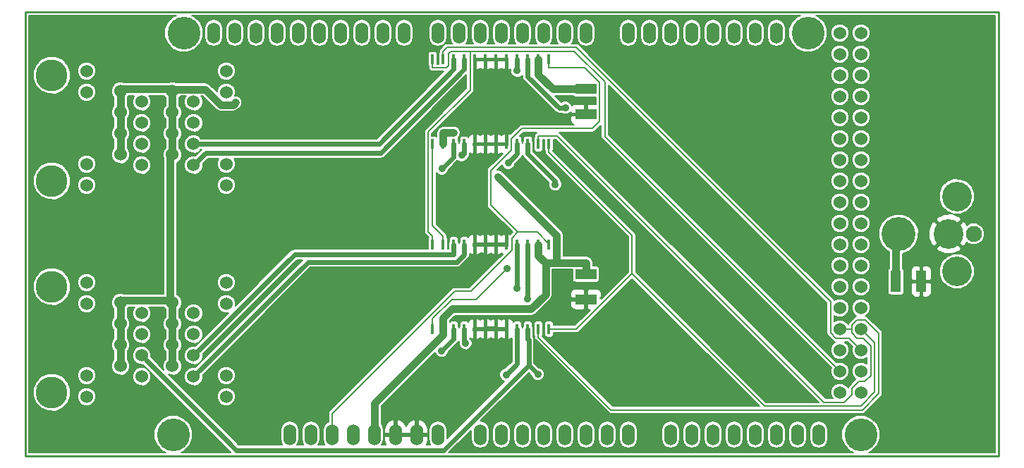
<source format=gbl>
G04 (created by PCBNEW (2013-jul-07)-stable) date Wed 06 Aug 2014 01:53:19 PM EDT*
%MOIN*%
G04 Gerber Fmt 3.4, Leading zero omitted, Abs format*
%FSLAX34Y34*%
G01*
G70*
G90*
G04 APERTURE LIST*
%ADD10C,0.00590551*%
%ADD11C,0.009*%
%ADD12C,0.155*%
%ADD13O,0.06X0.1*%
%ADD14C,0.06*%
%ADD15C,0.076*%
%ADD16C,0.14*%
%ADD17C,0.16*%
%ADD18R,0.05X0.1*%
%ADD19R,0.1X0.05*%
%ADD20R,0.015X0.05*%
%ADD21C,0.15*%
%ADD22C,0.035*%
%ADD23C,0.036*%
%ADD24C,0.008*%
%ADD25C,0.024*%
%ADD26C,0.016*%
G04 APERTURE END LIST*
G54D10*
G54D11*
X89500Y-51500D02*
X43500Y-51500D01*
X43500Y-30500D02*
X89500Y-30500D01*
X43500Y-30500D02*
X43500Y-51500D01*
X89500Y-51500D02*
X89500Y-30500D01*
G54D12*
X50500Y-50500D03*
X51000Y-31500D03*
X83000Y-50500D03*
X80500Y-31500D03*
G54D13*
X56000Y-50500D03*
X57000Y-50500D03*
X58000Y-50500D03*
X59000Y-50500D03*
X60000Y-50500D03*
X61000Y-50500D03*
X62000Y-50500D03*
X63000Y-50500D03*
X65000Y-50500D03*
X66000Y-50500D03*
X67000Y-50500D03*
X68000Y-50500D03*
X69000Y-50500D03*
X70000Y-50500D03*
X71000Y-50500D03*
X72000Y-50500D03*
X74000Y-50500D03*
X75000Y-50500D03*
X76000Y-50500D03*
X77000Y-50500D03*
X78000Y-50500D03*
X79000Y-50500D03*
X80000Y-50500D03*
X81000Y-50500D03*
X52400Y-31500D03*
X53400Y-31500D03*
X54400Y-31500D03*
X55400Y-31500D03*
X56400Y-31500D03*
X57400Y-31500D03*
X58400Y-31500D03*
X59400Y-31500D03*
X60400Y-31500D03*
X61400Y-31500D03*
X63000Y-31500D03*
X70000Y-31500D03*
X69000Y-31500D03*
X68000Y-31500D03*
X67000Y-31500D03*
X66000Y-31500D03*
X65000Y-31500D03*
X64000Y-31500D03*
X72000Y-31500D03*
X73000Y-31500D03*
X74000Y-31500D03*
X75000Y-31500D03*
X76000Y-31500D03*
X77000Y-31500D03*
X78000Y-31500D03*
X79000Y-31500D03*
G54D14*
X82000Y-31500D03*
X83000Y-31500D03*
X82000Y-32500D03*
X83000Y-32500D03*
X82000Y-33500D03*
X83000Y-33500D03*
X82000Y-34500D03*
X83000Y-34500D03*
X82000Y-35500D03*
X83000Y-35500D03*
X82000Y-36500D03*
X83000Y-36500D03*
X82000Y-37500D03*
X83000Y-37500D03*
X82000Y-38500D03*
X83000Y-38500D03*
X82000Y-39500D03*
X83000Y-39500D03*
X82000Y-40500D03*
X83000Y-40500D03*
X82000Y-41500D03*
X83000Y-41500D03*
X82000Y-42500D03*
X83000Y-42500D03*
X82000Y-43500D03*
X83000Y-43500D03*
X82000Y-44500D03*
X83000Y-44500D03*
X82000Y-45500D03*
X83000Y-45500D03*
X82000Y-46500D03*
X83000Y-46500D03*
X82000Y-47500D03*
X83000Y-47500D03*
X82000Y-48500D03*
X83000Y-48500D03*
G54D15*
X88320Y-41000D03*
G54D16*
X87140Y-41000D03*
G54D17*
X84780Y-41000D03*
G54D16*
X87530Y-39230D03*
X87530Y-42770D03*
G54D18*
X84650Y-43250D03*
X85850Y-43250D03*
G54D19*
X70000Y-34150D03*
X70000Y-35350D03*
X70000Y-42900D03*
X70000Y-44100D03*
G54D20*
X65750Y-36750D03*
X66250Y-36750D03*
X66750Y-36750D03*
X67250Y-36750D03*
X67750Y-36750D03*
X68250Y-36750D03*
X65250Y-36750D03*
X64750Y-36750D03*
X64250Y-36750D03*
X63750Y-36750D03*
X63250Y-36750D03*
X62750Y-36750D03*
X62750Y-32750D03*
X63250Y-32750D03*
X63750Y-32750D03*
X64250Y-32750D03*
X64750Y-32750D03*
X65250Y-32750D03*
X65750Y-32750D03*
X66250Y-32750D03*
X66750Y-32750D03*
X67250Y-32750D03*
X67750Y-32750D03*
X68250Y-32750D03*
G54D21*
X44750Y-33500D03*
X44750Y-38500D03*
G54D14*
X46400Y-33300D03*
X46400Y-34300D03*
X46400Y-37700D03*
X46400Y-38700D03*
X48000Y-34250D03*
X48000Y-35250D03*
X48000Y-36250D03*
X48000Y-37250D03*
X49000Y-34750D03*
X49000Y-35750D03*
X49000Y-36750D03*
X49000Y-37750D03*
X50450Y-34250D03*
X50450Y-35250D03*
X51450Y-34750D03*
X51450Y-35750D03*
X50450Y-36250D03*
X51450Y-36750D03*
X50450Y-37250D03*
X51450Y-37750D03*
X53000Y-33300D03*
X53000Y-34300D03*
X53000Y-37700D03*
X53000Y-38700D03*
G54D21*
X44750Y-43500D03*
X44750Y-48500D03*
G54D14*
X46400Y-43300D03*
X46400Y-44300D03*
X46400Y-47700D03*
X46400Y-48700D03*
X48000Y-44250D03*
X48000Y-45250D03*
X48000Y-46250D03*
X48000Y-47250D03*
X49000Y-44750D03*
X49000Y-45750D03*
X49000Y-46750D03*
X49000Y-47750D03*
X50450Y-44250D03*
X50450Y-45250D03*
X51450Y-44750D03*
X51450Y-45750D03*
X50450Y-46250D03*
X51450Y-46750D03*
X50450Y-47250D03*
X51450Y-47750D03*
X53000Y-43300D03*
X53000Y-44300D03*
X53000Y-47700D03*
X53000Y-48700D03*
G54D20*
X65750Y-45500D03*
X66250Y-45500D03*
X66750Y-45500D03*
X67250Y-45500D03*
X67750Y-45500D03*
X68250Y-45500D03*
X65250Y-45500D03*
X64750Y-45500D03*
X64250Y-45500D03*
X63750Y-45500D03*
X63250Y-45500D03*
X62750Y-45500D03*
X62750Y-41500D03*
X63250Y-41500D03*
X63750Y-41500D03*
X64250Y-41500D03*
X64750Y-41500D03*
X65250Y-41500D03*
X65750Y-41500D03*
X66250Y-41500D03*
X66750Y-41500D03*
X67250Y-41500D03*
X67750Y-41500D03*
X68250Y-41500D03*
G54D22*
X67750Y-33467D03*
X65841Y-38298D03*
X63749Y-36215D03*
X66256Y-42645D03*
X66750Y-33288D03*
X69029Y-35034D03*
X67728Y-47639D03*
X66222Y-47665D03*
X64305Y-46175D03*
X63175Y-46529D03*
X68542Y-38662D03*
X66323Y-37645D03*
X64130Y-37280D03*
X63187Y-37909D03*
X66750Y-43575D03*
X67237Y-44079D03*
X73500Y-42250D03*
X76000Y-40250D03*
X71859Y-41884D03*
X65062Y-42029D03*
X53434Y-34781D03*
G54D23*
X67750Y-32750D02*
X67750Y-33280D01*
X70000Y-34150D02*
X69219Y-34150D01*
X63250Y-45762D02*
X63250Y-45500D01*
X60000Y-49012D02*
X63250Y-45762D01*
X60000Y-50500D02*
X60000Y-49012D01*
X67750Y-33280D02*
X67750Y-33467D01*
X68432Y-34150D02*
X69219Y-34150D01*
X67750Y-33467D02*
X68432Y-34150D01*
X67750Y-41500D02*
X67750Y-42030D01*
X70000Y-42900D02*
X70000Y-42369D01*
X63250Y-45500D02*
X63250Y-44969D01*
X63673Y-44546D02*
X63250Y-44969D01*
X67416Y-44546D02*
X63673Y-44546D01*
X68089Y-43873D02*
X67416Y-44546D01*
X68089Y-42369D02*
X68089Y-43873D01*
X67750Y-42030D02*
X68089Y-42369D01*
X68089Y-42369D02*
X68613Y-42369D01*
X68613Y-42369D02*
X70000Y-42369D01*
X68613Y-41070D02*
X65841Y-38298D01*
X68613Y-42369D02*
X68613Y-41070D01*
X63744Y-36219D02*
X63749Y-36215D01*
X63250Y-36219D02*
X63744Y-36219D01*
X63250Y-36750D02*
X63250Y-36219D01*
G54D24*
X68250Y-36750D02*
X68250Y-37140D01*
X69551Y-45500D02*
X72174Y-42877D01*
X68250Y-45500D02*
X69551Y-45500D01*
X72174Y-41064D02*
X72174Y-42877D01*
X68250Y-37140D02*
X72174Y-41064D01*
X83651Y-46151D02*
X83000Y-45500D01*
X83651Y-48478D02*
X83651Y-46151D01*
X82988Y-49141D02*
X83651Y-48478D01*
X78439Y-49141D02*
X82988Y-49141D01*
X72174Y-42877D02*
X78439Y-49141D01*
X67750Y-45500D02*
X67750Y-45890D01*
X67750Y-36750D02*
X67750Y-36359D01*
X82559Y-45317D02*
X82559Y-45500D01*
X82817Y-45059D02*
X82559Y-45317D01*
X83186Y-45059D02*
X82817Y-45059D01*
X83837Y-45711D02*
X83186Y-45059D01*
X83837Y-48548D02*
X83837Y-45711D01*
X83062Y-49323D02*
X83837Y-48548D01*
X71183Y-49323D02*
X83062Y-49323D01*
X67750Y-45890D02*
X71183Y-49323D01*
X68651Y-36359D02*
X67750Y-36359D01*
X81251Y-48959D02*
X68651Y-36359D01*
X82191Y-48959D02*
X81251Y-48959D01*
X82559Y-48591D02*
X82191Y-48959D01*
X82559Y-48317D02*
X82559Y-48591D01*
X82892Y-47985D02*
X82559Y-48317D01*
X83168Y-47985D02*
X82892Y-47985D01*
X83456Y-47697D02*
X83168Y-47985D01*
X83456Y-46302D02*
X83456Y-47697D01*
X83093Y-45940D02*
X83456Y-46302D01*
X82817Y-45940D02*
X83093Y-45940D01*
X82559Y-45682D02*
X82817Y-45940D01*
X82559Y-45500D02*
X82559Y-45682D01*
X82559Y-45500D02*
X82000Y-45500D01*
X64810Y-44091D02*
X66256Y-42645D01*
X63675Y-44091D02*
X64810Y-44091D01*
X62750Y-45017D02*
X63675Y-44091D01*
X62750Y-45500D02*
X62750Y-45017D01*
X82440Y-45940D02*
X83000Y-46500D01*
X81817Y-45940D02*
X82440Y-45940D01*
X81559Y-45682D02*
X81817Y-45940D01*
X81559Y-44206D02*
X81559Y-45682D01*
X69532Y-32179D02*
X81559Y-44206D01*
X63430Y-32179D02*
X69532Y-32179D01*
X63250Y-32359D02*
X63430Y-32179D01*
X63250Y-32750D02*
X63250Y-32359D01*
G54D25*
X66750Y-32750D02*
X66750Y-33288D01*
X67250Y-32750D02*
X67250Y-33220D01*
X68724Y-35034D02*
X69029Y-35034D01*
X67250Y-33559D02*
X68724Y-35034D01*
X67250Y-33220D02*
X67250Y-33559D01*
X67250Y-45500D02*
X67250Y-45970D01*
X67287Y-47198D02*
X67728Y-47639D01*
X63261Y-51224D02*
X67287Y-47198D01*
X53474Y-51224D02*
X63261Y-51224D01*
X49000Y-46750D02*
X53474Y-51224D01*
X67287Y-46007D02*
X67250Y-45970D01*
X67287Y-47198D02*
X67287Y-46007D01*
X66750Y-47137D02*
X66750Y-45500D01*
X66222Y-47665D02*
X66750Y-47137D01*
X64250Y-46119D02*
X64250Y-45500D01*
X64305Y-46175D02*
X64250Y-46119D01*
X63734Y-45970D02*
X63750Y-45970D01*
X63175Y-46529D02*
X63734Y-45970D01*
X63750Y-45500D02*
X63750Y-45970D01*
X56229Y-41970D02*
X63750Y-41970D01*
X51450Y-46750D02*
X56229Y-41970D01*
X63750Y-41500D02*
X63750Y-41970D01*
X63892Y-42328D02*
X64250Y-41970D01*
X56871Y-42328D02*
X63892Y-42328D01*
X51450Y-47750D02*
X56871Y-42328D01*
X64250Y-41500D02*
X64250Y-41970D01*
X67250Y-36750D02*
X67250Y-37220D01*
X68542Y-38512D02*
X68542Y-38662D01*
X67250Y-37220D02*
X68542Y-38512D01*
X66750Y-36750D02*
X66750Y-37220D01*
X66748Y-37220D02*
X66323Y-37645D01*
X66750Y-37220D02*
X66748Y-37220D01*
X64190Y-37220D02*
X64130Y-37280D01*
X64250Y-37220D02*
X64190Y-37220D01*
X64250Y-36750D02*
X64250Y-37220D01*
X63732Y-36767D02*
X63750Y-36750D01*
X63732Y-37363D02*
X63732Y-36767D01*
X63187Y-37909D02*
X63732Y-37363D01*
X60220Y-36750D02*
X63750Y-33220D01*
X51450Y-36750D02*
X60220Y-36750D01*
X63750Y-32750D02*
X63750Y-33220D01*
X64250Y-32750D02*
X64250Y-33220D01*
X60293Y-37176D02*
X64250Y-33220D01*
X52023Y-37176D02*
X60293Y-37176D01*
X51450Y-37750D02*
X52023Y-37176D01*
X66750Y-41500D02*
X66750Y-41970D01*
X66750Y-41970D02*
X66750Y-43575D01*
X67237Y-41982D02*
X67237Y-44079D01*
X67250Y-41970D02*
X67237Y-41982D01*
X67250Y-41500D02*
X67250Y-41970D01*
G54D24*
X67700Y-40914D02*
X66777Y-40914D01*
X68250Y-41464D02*
X67700Y-40914D01*
X68250Y-41500D02*
X68250Y-41464D01*
X58000Y-49500D02*
X58000Y-50500D01*
X63786Y-43714D02*
X58000Y-49500D01*
X64559Y-43714D02*
X63786Y-43714D01*
X66489Y-41784D02*
X64559Y-43714D01*
X66489Y-41201D02*
X66489Y-41784D01*
X66777Y-40914D02*
X66489Y-41201D01*
X69952Y-33140D02*
X68250Y-33140D01*
X70640Y-33827D02*
X69952Y-33140D01*
X70640Y-35672D02*
X70640Y-33827D01*
X70295Y-36017D02*
X70640Y-35672D01*
X66953Y-36017D02*
X70295Y-36017D01*
X66470Y-36501D02*
X66953Y-36017D01*
X66470Y-37052D02*
X66470Y-36501D01*
X65508Y-38014D02*
X66470Y-37052D01*
X65508Y-39645D02*
X65508Y-38014D01*
X66777Y-40914D02*
X65508Y-39645D01*
X68250Y-32750D02*
X68250Y-33140D01*
X62750Y-41500D02*
X62750Y-41109D01*
X62750Y-32750D02*
X62750Y-33140D01*
X64528Y-34192D02*
X64528Y-32359D01*
X62534Y-36186D02*
X64528Y-34192D01*
X62534Y-40894D02*
X62534Y-36186D01*
X62750Y-41109D02*
X62534Y-40894D01*
X63587Y-32359D02*
X64528Y-32359D01*
X63489Y-32457D02*
X63587Y-32359D01*
X63489Y-33048D02*
X63489Y-32457D01*
X63398Y-33140D02*
X63489Y-33048D01*
X62750Y-33140D02*
X63398Y-33140D01*
X70890Y-36390D02*
X82000Y-47500D01*
X70890Y-33822D02*
X70890Y-36390D01*
X69427Y-32359D02*
X70890Y-33822D01*
X64528Y-32359D02*
X69427Y-32359D01*
X62750Y-40609D02*
X63250Y-41109D01*
X62750Y-36750D02*
X62750Y-40609D01*
X63250Y-41500D02*
X63250Y-41109D01*
G54D26*
X65062Y-41930D02*
X65062Y-42029D01*
X85850Y-42290D02*
X87140Y-41000D01*
X85850Y-43250D02*
X85850Y-42290D01*
X66250Y-32750D02*
X65750Y-32750D01*
X65750Y-32750D02*
X65250Y-32750D01*
X65250Y-32750D02*
X64750Y-32750D01*
X65750Y-45500D02*
X65750Y-45446D01*
X65250Y-45500D02*
X65250Y-45486D01*
X65250Y-45446D02*
X65750Y-45446D01*
X65250Y-45486D02*
X65250Y-45446D01*
G54D23*
X50450Y-47250D02*
X50450Y-46250D01*
X50450Y-46250D02*
X50450Y-45250D01*
X48000Y-47250D02*
X48000Y-46250D01*
X48000Y-46250D02*
X48000Y-45250D01*
X50450Y-36250D02*
X50450Y-35250D01*
X48000Y-36250D02*
X48000Y-35250D01*
X48000Y-35250D02*
X48000Y-34250D01*
X48000Y-36250D02*
X48000Y-37250D01*
X50450Y-35250D02*
X50450Y-34250D01*
X50450Y-45250D02*
X50450Y-44250D01*
X50450Y-44250D02*
X50352Y-44152D01*
X48094Y-34155D02*
X48000Y-34250D01*
X50355Y-34155D02*
X48094Y-34155D01*
X50450Y-34250D02*
X50355Y-34155D01*
X53325Y-34890D02*
X53434Y-34781D01*
X52721Y-34890D02*
X53325Y-34890D01*
X51990Y-34160D02*
X52721Y-34890D01*
X50539Y-34160D02*
X51990Y-34160D01*
X50450Y-34250D02*
X50539Y-34160D01*
X48097Y-44152D02*
X48000Y-44250D01*
X50352Y-44152D02*
X48097Y-44152D01*
X48000Y-44250D02*
X48000Y-45250D01*
X84650Y-41130D02*
X84650Y-43250D01*
X84780Y-41000D02*
X84650Y-41130D01*
X50352Y-37347D02*
X50450Y-37250D01*
X50352Y-44152D02*
X50352Y-37347D01*
X50450Y-37250D02*
X50450Y-36250D01*
G54D10*
G36*
X80998Y-48961D02*
X78513Y-48961D01*
X72354Y-42802D01*
X72354Y-41064D01*
X72341Y-40995D01*
X72302Y-40937D01*
X68443Y-37079D01*
X68464Y-37027D01*
X68465Y-36972D01*
X68465Y-36539D01*
X68577Y-36539D01*
X80998Y-48961D01*
X80998Y-48961D01*
G37*
G54D24*
X80998Y-48961D02*
X78513Y-48961D01*
X72354Y-42802D01*
X72354Y-41064D01*
X72341Y-40995D01*
X72302Y-40937D01*
X68443Y-37079D01*
X68464Y-37027D01*
X68465Y-36972D01*
X68465Y-36539D01*
X68577Y-36539D01*
X80998Y-48961D01*
G54D10*
G36*
X83276Y-47153D02*
X83249Y-47127D01*
X83087Y-47060D01*
X82912Y-47059D01*
X82751Y-47126D01*
X82627Y-47250D01*
X82560Y-47412D01*
X82559Y-47587D01*
X82626Y-47748D01*
X82750Y-47872D01*
X82432Y-48190D01*
X82393Y-48248D01*
X82386Y-48283D01*
X82373Y-48251D01*
X82249Y-48127D01*
X82087Y-48060D01*
X81912Y-48059D01*
X81751Y-48126D01*
X81627Y-48250D01*
X81560Y-48412D01*
X81559Y-48587D01*
X81626Y-48748D01*
X81657Y-48779D01*
X81325Y-48779D01*
X68779Y-36232D01*
X68726Y-36197D01*
X70295Y-36197D01*
X70363Y-36184D01*
X70422Y-36145D01*
X70710Y-35857D01*
X70710Y-36390D01*
X70723Y-36459D01*
X70762Y-36517D01*
X81588Y-47343D01*
X81560Y-47412D01*
X81559Y-47587D01*
X81626Y-47748D01*
X81750Y-47872D01*
X81912Y-47939D01*
X82087Y-47940D01*
X82248Y-47873D01*
X82372Y-47749D01*
X82439Y-47587D01*
X82440Y-47412D01*
X82373Y-47251D01*
X82249Y-47127D01*
X82087Y-47060D01*
X81912Y-47059D01*
X81843Y-47088D01*
X71070Y-36315D01*
X71070Y-33971D01*
X81379Y-44281D01*
X81379Y-45682D01*
X81393Y-45751D01*
X81432Y-45809D01*
X81690Y-46067D01*
X81690Y-46067D01*
X81729Y-46093D01*
X81748Y-46106D01*
X81748Y-46106D01*
X81783Y-46113D01*
X81751Y-46126D01*
X81627Y-46250D01*
X81560Y-46412D01*
X81559Y-46587D01*
X81626Y-46748D01*
X81750Y-46872D01*
X81912Y-46939D01*
X82087Y-46940D01*
X82248Y-46873D01*
X82372Y-46749D01*
X82439Y-46587D01*
X82440Y-46412D01*
X82373Y-46251D01*
X82249Y-46127D01*
X82232Y-46120D01*
X82365Y-46120D01*
X82588Y-46343D01*
X82560Y-46412D01*
X82559Y-46587D01*
X82626Y-46748D01*
X82750Y-46872D01*
X82912Y-46939D01*
X83087Y-46940D01*
X83248Y-46873D01*
X83276Y-46846D01*
X83276Y-47153D01*
X83276Y-47153D01*
G37*
G54D24*
X83276Y-47153D02*
X83249Y-47127D01*
X83087Y-47060D01*
X82912Y-47059D01*
X82751Y-47126D01*
X82627Y-47250D01*
X82560Y-47412D01*
X82559Y-47587D01*
X82626Y-47748D01*
X82750Y-47872D01*
X82432Y-48190D01*
X82393Y-48248D01*
X82386Y-48283D01*
X82373Y-48251D01*
X82249Y-48127D01*
X82087Y-48060D01*
X81912Y-48059D01*
X81751Y-48126D01*
X81627Y-48250D01*
X81560Y-48412D01*
X81559Y-48587D01*
X81626Y-48748D01*
X81657Y-48779D01*
X81325Y-48779D01*
X68779Y-36232D01*
X68726Y-36197D01*
X70295Y-36197D01*
X70363Y-36184D01*
X70422Y-36145D01*
X70710Y-35857D01*
X70710Y-36390D01*
X70723Y-36459D01*
X70762Y-36517D01*
X81588Y-47343D01*
X81560Y-47412D01*
X81559Y-47587D01*
X81626Y-47748D01*
X81750Y-47872D01*
X81912Y-47939D01*
X82087Y-47940D01*
X82248Y-47873D01*
X82372Y-47749D01*
X82439Y-47587D01*
X82440Y-47412D01*
X82373Y-47251D01*
X82249Y-47127D01*
X82087Y-47060D01*
X81912Y-47059D01*
X81843Y-47088D01*
X71070Y-36315D01*
X71070Y-33971D01*
X81379Y-44281D01*
X81379Y-45682D01*
X81393Y-45751D01*
X81432Y-45809D01*
X81690Y-46067D01*
X81690Y-46067D01*
X81729Y-46093D01*
X81748Y-46106D01*
X81748Y-46106D01*
X81783Y-46113D01*
X81751Y-46126D01*
X81627Y-46250D01*
X81560Y-46412D01*
X81559Y-46587D01*
X81626Y-46748D01*
X81750Y-46872D01*
X81912Y-46939D01*
X82087Y-46940D01*
X82248Y-46873D01*
X82372Y-46749D01*
X82439Y-46587D01*
X82440Y-46412D01*
X82373Y-46251D01*
X82249Y-46127D01*
X82232Y-46120D01*
X82365Y-46120D01*
X82588Y-46343D01*
X82560Y-46412D01*
X82559Y-46587D01*
X82626Y-46748D01*
X82750Y-46872D01*
X82912Y-46939D01*
X83087Y-46940D01*
X83248Y-46873D01*
X83276Y-46846D01*
X83276Y-47153D01*
G54D10*
G36*
X89335Y-51335D02*
X88840Y-51335D01*
X88840Y-40897D01*
X88761Y-40705D01*
X88614Y-40559D01*
X88423Y-40480D01*
X88370Y-40480D01*
X88370Y-39063D01*
X88242Y-38754D01*
X88006Y-38518D01*
X87697Y-38390D01*
X87363Y-38389D01*
X87054Y-38517D01*
X86818Y-38753D01*
X86690Y-39062D01*
X86689Y-39396D01*
X86817Y-39705D01*
X87053Y-39941D01*
X87362Y-40069D01*
X87696Y-40070D01*
X88005Y-39942D01*
X88241Y-39706D01*
X88369Y-39397D01*
X88370Y-39063D01*
X88370Y-40480D01*
X88217Y-40479D01*
X88025Y-40558D01*
X87992Y-40591D01*
X87949Y-40486D01*
X87816Y-40408D01*
X87731Y-40493D01*
X87731Y-40323D01*
X87653Y-40190D01*
X87304Y-40055D01*
X86931Y-40064D01*
X86626Y-40190D01*
X86548Y-40323D01*
X87140Y-40915D01*
X87731Y-40323D01*
X87731Y-40493D01*
X87224Y-41000D01*
X87816Y-41591D01*
X87949Y-41513D01*
X87990Y-41406D01*
X88025Y-41440D01*
X88216Y-41519D01*
X88422Y-41520D01*
X88614Y-41441D01*
X88760Y-41294D01*
X88839Y-41103D01*
X88840Y-40897D01*
X88840Y-51335D01*
X88370Y-51335D01*
X88370Y-42603D01*
X88242Y-42294D01*
X88006Y-42058D01*
X87731Y-41944D01*
X87731Y-41676D01*
X87140Y-41084D01*
X87055Y-41169D01*
X87055Y-41000D01*
X86463Y-40408D01*
X86330Y-40486D01*
X86195Y-40835D01*
X86204Y-41208D01*
X86330Y-41513D01*
X86463Y-41591D01*
X87055Y-41000D01*
X87055Y-41169D01*
X86548Y-41676D01*
X86626Y-41809D01*
X86975Y-41944D01*
X87348Y-41935D01*
X87653Y-41809D01*
X87731Y-41676D01*
X87731Y-41944D01*
X87697Y-41930D01*
X87363Y-41929D01*
X87054Y-42057D01*
X86818Y-42293D01*
X86690Y-42602D01*
X86689Y-42936D01*
X86817Y-43245D01*
X87053Y-43481D01*
X87362Y-43609D01*
X87696Y-43610D01*
X88005Y-43482D01*
X88241Y-43246D01*
X88369Y-42937D01*
X88370Y-42603D01*
X88370Y-51335D01*
X86340Y-51335D01*
X86340Y-43702D01*
X86340Y-42797D01*
X86339Y-42702D01*
X86303Y-42613D01*
X86235Y-42546D01*
X86147Y-42509D01*
X85970Y-42510D01*
X85910Y-42570D01*
X85910Y-43190D01*
X86280Y-43190D01*
X86340Y-43130D01*
X86340Y-42797D01*
X86340Y-43702D01*
X86340Y-43370D01*
X86280Y-43310D01*
X85910Y-43310D01*
X85910Y-43930D01*
X85970Y-43990D01*
X86147Y-43990D01*
X86235Y-43953D01*
X86303Y-43886D01*
X86339Y-43797D01*
X86340Y-43702D01*
X86340Y-51335D01*
X85790Y-51335D01*
X85790Y-43930D01*
X85790Y-43310D01*
X85790Y-43190D01*
X85790Y-42570D01*
X85730Y-42510D01*
X85720Y-42509D01*
X85720Y-40813D01*
X85577Y-40468D01*
X85313Y-40203D01*
X84967Y-40060D01*
X84593Y-40059D01*
X84248Y-40202D01*
X83983Y-40466D01*
X83840Y-40812D01*
X83839Y-41186D01*
X83982Y-41531D01*
X84246Y-41796D01*
X84330Y-41830D01*
X84330Y-42627D01*
X84320Y-42631D01*
X84281Y-42670D01*
X84260Y-42722D01*
X84259Y-42777D01*
X84259Y-43777D01*
X84281Y-43829D01*
X84320Y-43868D01*
X84372Y-43889D01*
X84427Y-43890D01*
X84927Y-43890D01*
X84979Y-43868D01*
X85018Y-43829D01*
X85039Y-43777D01*
X85040Y-43722D01*
X85040Y-42722D01*
X85018Y-42670D01*
X84979Y-42631D01*
X84970Y-42627D01*
X84970Y-41938D01*
X85311Y-41797D01*
X85576Y-41533D01*
X85719Y-41187D01*
X85720Y-40813D01*
X85720Y-42509D01*
X85552Y-42509D01*
X85464Y-42546D01*
X85396Y-42613D01*
X85360Y-42702D01*
X85359Y-42797D01*
X85360Y-43130D01*
X85420Y-43190D01*
X85790Y-43190D01*
X85790Y-43310D01*
X85420Y-43310D01*
X85360Y-43370D01*
X85359Y-43702D01*
X85360Y-43797D01*
X85396Y-43886D01*
X85464Y-43953D01*
X85552Y-43990D01*
X85730Y-43990D01*
X85790Y-43930D01*
X85790Y-51335D01*
X83375Y-51335D01*
X83517Y-51276D01*
X83775Y-51018D01*
X83914Y-50682D01*
X83915Y-50318D01*
X83776Y-49982D01*
X83518Y-49724D01*
X83182Y-49585D01*
X82818Y-49584D01*
X82482Y-49723D01*
X82224Y-49981D01*
X82085Y-50317D01*
X82084Y-50681D01*
X82223Y-51017D01*
X82481Y-51275D01*
X82624Y-51335D01*
X81440Y-51335D01*
X81440Y-50712D01*
X81440Y-50287D01*
X81406Y-50119D01*
X81311Y-49976D01*
X81168Y-49880D01*
X81000Y-49847D01*
X80831Y-49880D01*
X80688Y-49976D01*
X80593Y-50119D01*
X80560Y-50287D01*
X80560Y-50712D01*
X80593Y-50880D01*
X80688Y-51023D01*
X80831Y-51119D01*
X81000Y-51152D01*
X81168Y-51119D01*
X81311Y-51023D01*
X81406Y-50880D01*
X81440Y-50712D01*
X81440Y-51335D01*
X80440Y-51335D01*
X80440Y-50712D01*
X80440Y-50287D01*
X80406Y-50119D01*
X80311Y-49976D01*
X80168Y-49880D01*
X80000Y-49847D01*
X79831Y-49880D01*
X79688Y-49976D01*
X79593Y-50119D01*
X79560Y-50287D01*
X79560Y-50712D01*
X79593Y-50880D01*
X79688Y-51023D01*
X79831Y-51119D01*
X80000Y-51152D01*
X80168Y-51119D01*
X80311Y-51023D01*
X80406Y-50880D01*
X80440Y-50712D01*
X80440Y-51335D01*
X79440Y-51335D01*
X79440Y-50712D01*
X79440Y-50287D01*
X79406Y-50119D01*
X79311Y-49976D01*
X79168Y-49880D01*
X79000Y-49847D01*
X78831Y-49880D01*
X78688Y-49976D01*
X78593Y-50119D01*
X78560Y-50287D01*
X78560Y-50712D01*
X78593Y-50880D01*
X78688Y-51023D01*
X78831Y-51119D01*
X79000Y-51152D01*
X79168Y-51119D01*
X79311Y-51023D01*
X79406Y-50880D01*
X79440Y-50712D01*
X79440Y-51335D01*
X78440Y-51335D01*
X78440Y-50712D01*
X78440Y-50287D01*
X78406Y-50119D01*
X78311Y-49976D01*
X78168Y-49880D01*
X78000Y-49847D01*
X77831Y-49880D01*
X77688Y-49976D01*
X77593Y-50119D01*
X77560Y-50287D01*
X77560Y-50712D01*
X77593Y-50880D01*
X77688Y-51023D01*
X77831Y-51119D01*
X78000Y-51152D01*
X78168Y-51119D01*
X78311Y-51023D01*
X78406Y-50880D01*
X78440Y-50712D01*
X78440Y-51335D01*
X77440Y-51335D01*
X77440Y-50712D01*
X77440Y-50287D01*
X77406Y-50119D01*
X77311Y-49976D01*
X77168Y-49880D01*
X77000Y-49847D01*
X76831Y-49880D01*
X76688Y-49976D01*
X76593Y-50119D01*
X76560Y-50287D01*
X76560Y-50712D01*
X76593Y-50880D01*
X76688Y-51023D01*
X76831Y-51119D01*
X77000Y-51152D01*
X77168Y-51119D01*
X77311Y-51023D01*
X77406Y-50880D01*
X77440Y-50712D01*
X77440Y-51335D01*
X76440Y-51335D01*
X76440Y-50712D01*
X76440Y-50287D01*
X76406Y-50119D01*
X76311Y-49976D01*
X76168Y-49880D01*
X76000Y-49847D01*
X75831Y-49880D01*
X75688Y-49976D01*
X75593Y-50119D01*
X75560Y-50287D01*
X75560Y-50712D01*
X75593Y-50880D01*
X75688Y-51023D01*
X75831Y-51119D01*
X76000Y-51152D01*
X76168Y-51119D01*
X76311Y-51023D01*
X76406Y-50880D01*
X76440Y-50712D01*
X76440Y-51335D01*
X75440Y-51335D01*
X75440Y-50712D01*
X75440Y-50287D01*
X75406Y-50119D01*
X75311Y-49976D01*
X75168Y-49880D01*
X75000Y-49847D01*
X74831Y-49880D01*
X74688Y-49976D01*
X74593Y-50119D01*
X74560Y-50287D01*
X74560Y-50712D01*
X74593Y-50880D01*
X74688Y-51023D01*
X74831Y-51119D01*
X75000Y-51152D01*
X75168Y-51119D01*
X75311Y-51023D01*
X75406Y-50880D01*
X75440Y-50712D01*
X75440Y-51335D01*
X74440Y-51335D01*
X74440Y-50712D01*
X74440Y-50287D01*
X74406Y-50119D01*
X74311Y-49976D01*
X74168Y-49880D01*
X74000Y-49847D01*
X73831Y-49880D01*
X73688Y-49976D01*
X73593Y-50119D01*
X73560Y-50287D01*
X73560Y-50712D01*
X73593Y-50880D01*
X73688Y-51023D01*
X73831Y-51119D01*
X74000Y-51152D01*
X74168Y-51119D01*
X74311Y-51023D01*
X74406Y-50880D01*
X74440Y-50712D01*
X74440Y-51335D01*
X72440Y-51335D01*
X72440Y-50712D01*
X72440Y-50287D01*
X72406Y-50119D01*
X72311Y-49976D01*
X72168Y-49880D01*
X72000Y-49847D01*
X71831Y-49880D01*
X71688Y-49976D01*
X71593Y-50119D01*
X71560Y-50287D01*
X71560Y-50712D01*
X71593Y-50880D01*
X71688Y-51023D01*
X71831Y-51119D01*
X72000Y-51152D01*
X72168Y-51119D01*
X72311Y-51023D01*
X72406Y-50880D01*
X72440Y-50712D01*
X72440Y-51335D01*
X71440Y-51335D01*
X71440Y-50712D01*
X71440Y-50287D01*
X71406Y-50119D01*
X71311Y-49976D01*
X71168Y-49880D01*
X71000Y-49847D01*
X70831Y-49880D01*
X70688Y-49976D01*
X70593Y-50119D01*
X70560Y-50287D01*
X70560Y-50712D01*
X70593Y-50880D01*
X70688Y-51023D01*
X70831Y-51119D01*
X71000Y-51152D01*
X71168Y-51119D01*
X71311Y-51023D01*
X71406Y-50880D01*
X71440Y-50712D01*
X71440Y-51335D01*
X70440Y-51335D01*
X70440Y-50712D01*
X70440Y-50287D01*
X70406Y-50119D01*
X70311Y-49976D01*
X70168Y-49880D01*
X70000Y-49847D01*
X69831Y-49880D01*
X69688Y-49976D01*
X69593Y-50119D01*
X69560Y-50287D01*
X69560Y-50712D01*
X69593Y-50880D01*
X69688Y-51023D01*
X69831Y-51119D01*
X70000Y-51152D01*
X70168Y-51119D01*
X70311Y-51023D01*
X70406Y-50880D01*
X70440Y-50712D01*
X70440Y-51335D01*
X69440Y-51335D01*
X69440Y-50712D01*
X69440Y-50287D01*
X69406Y-50119D01*
X69311Y-49976D01*
X69168Y-49880D01*
X69000Y-49847D01*
X68831Y-49880D01*
X68688Y-49976D01*
X68593Y-50119D01*
X68560Y-50287D01*
X68560Y-50712D01*
X68593Y-50880D01*
X68688Y-51023D01*
X68831Y-51119D01*
X69000Y-51152D01*
X69168Y-51119D01*
X69311Y-51023D01*
X69406Y-50880D01*
X69440Y-50712D01*
X69440Y-51335D01*
X68440Y-51335D01*
X68440Y-50712D01*
X68440Y-50287D01*
X68406Y-50119D01*
X68311Y-49976D01*
X68168Y-49880D01*
X68000Y-49847D01*
X67831Y-49880D01*
X67688Y-49976D01*
X67593Y-50119D01*
X67560Y-50287D01*
X67560Y-50712D01*
X67593Y-50880D01*
X67688Y-51023D01*
X67831Y-51119D01*
X68000Y-51152D01*
X68168Y-51119D01*
X68311Y-51023D01*
X68406Y-50880D01*
X68440Y-50712D01*
X68440Y-51335D01*
X67440Y-51335D01*
X67440Y-50712D01*
X67440Y-50287D01*
X67406Y-50119D01*
X67311Y-49976D01*
X67168Y-49880D01*
X67000Y-49847D01*
X66831Y-49880D01*
X66688Y-49976D01*
X66593Y-50119D01*
X66560Y-50287D01*
X66560Y-50712D01*
X66593Y-50880D01*
X66688Y-51023D01*
X66831Y-51119D01*
X67000Y-51152D01*
X67168Y-51119D01*
X67311Y-51023D01*
X67406Y-50880D01*
X67440Y-50712D01*
X67440Y-51335D01*
X66440Y-51335D01*
X66440Y-50712D01*
X66440Y-50287D01*
X66406Y-50119D01*
X66311Y-49976D01*
X66168Y-49880D01*
X66000Y-49847D01*
X65831Y-49880D01*
X65688Y-49976D01*
X65593Y-50119D01*
X65560Y-50287D01*
X65560Y-50712D01*
X65593Y-50880D01*
X65688Y-51023D01*
X65831Y-51119D01*
X66000Y-51152D01*
X66168Y-51119D01*
X66311Y-51023D01*
X66406Y-50880D01*
X66440Y-50712D01*
X66440Y-51335D01*
X63518Y-51335D01*
X64560Y-50293D01*
X64560Y-50712D01*
X64593Y-50880D01*
X64688Y-51023D01*
X64831Y-51119D01*
X65000Y-51152D01*
X65168Y-51119D01*
X65311Y-51023D01*
X65406Y-50880D01*
X65440Y-50712D01*
X65440Y-50287D01*
X65406Y-50119D01*
X65311Y-49976D01*
X65168Y-49880D01*
X65004Y-49848D01*
X67287Y-47565D01*
X67413Y-47691D01*
X67413Y-47701D01*
X67461Y-47817D01*
X67550Y-47906D01*
X67665Y-47954D01*
X67791Y-47954D01*
X67906Y-47906D01*
X67995Y-47817D01*
X68043Y-47702D01*
X68043Y-47576D01*
X67995Y-47461D01*
X67907Y-47372D01*
X67791Y-47324D01*
X67781Y-47324D01*
X67547Y-47090D01*
X67547Y-46007D01*
X67547Y-46007D01*
X67527Y-45908D01*
X67527Y-45908D01*
X67510Y-45881D01*
X67510Y-45500D01*
X67490Y-45400D01*
X67465Y-45362D01*
X67465Y-45222D01*
X67443Y-45170D01*
X67404Y-45131D01*
X67352Y-45110D01*
X67297Y-45109D01*
X67147Y-45109D01*
X67095Y-45131D01*
X67056Y-45170D01*
X67035Y-45222D01*
X67034Y-45277D01*
X67034Y-45362D01*
X67009Y-45400D01*
X67000Y-45449D01*
X66990Y-45400D01*
X66965Y-45362D01*
X66965Y-45222D01*
X66943Y-45170D01*
X66904Y-45131D01*
X66852Y-45110D01*
X66797Y-45109D01*
X66647Y-45109D01*
X66595Y-45131D01*
X66556Y-45170D01*
X66554Y-45175D01*
X66528Y-45113D01*
X66460Y-45046D01*
X66372Y-45009D01*
X66347Y-45010D01*
X66287Y-45070D01*
X66287Y-45440D01*
X66317Y-45440D01*
X66317Y-45560D01*
X66287Y-45560D01*
X66287Y-45930D01*
X66347Y-45990D01*
X66372Y-45990D01*
X66460Y-45953D01*
X66490Y-45924D01*
X66490Y-47030D01*
X66212Y-47307D01*
X66212Y-45930D01*
X66212Y-45560D01*
X66212Y-45440D01*
X66212Y-45070D01*
X66152Y-45010D01*
X66127Y-45009D01*
X66039Y-45046D01*
X66000Y-45085D01*
X65960Y-45046D01*
X65872Y-45009D01*
X65847Y-45010D01*
X65787Y-45070D01*
X65787Y-45440D01*
X65995Y-45440D01*
X66005Y-45440D01*
X66212Y-45440D01*
X66212Y-45560D01*
X66005Y-45560D01*
X65995Y-45560D01*
X65787Y-45560D01*
X65787Y-45930D01*
X65847Y-45990D01*
X65872Y-45990D01*
X65960Y-45953D01*
X66000Y-45914D01*
X66039Y-45953D01*
X66127Y-45990D01*
X66152Y-45990D01*
X66212Y-45930D01*
X66212Y-47307D01*
X66170Y-47349D01*
X66160Y-47349D01*
X66044Y-47397D01*
X65955Y-47486D01*
X65907Y-47602D01*
X65907Y-47727D01*
X65955Y-47843D01*
X66044Y-47931D01*
X66144Y-47973D01*
X65712Y-48405D01*
X65712Y-45930D01*
X65712Y-45560D01*
X65712Y-45440D01*
X65712Y-45070D01*
X65652Y-45010D01*
X65627Y-45009D01*
X65539Y-45046D01*
X65500Y-45085D01*
X65460Y-45046D01*
X65372Y-45009D01*
X65347Y-45010D01*
X65287Y-45070D01*
X65287Y-45440D01*
X65495Y-45440D01*
X65505Y-45440D01*
X65712Y-45440D01*
X65712Y-45560D01*
X65505Y-45560D01*
X65495Y-45560D01*
X65287Y-45560D01*
X65287Y-45930D01*
X65347Y-45990D01*
X65372Y-45990D01*
X65460Y-45953D01*
X65500Y-45914D01*
X65539Y-45953D01*
X65627Y-45990D01*
X65652Y-45990D01*
X65712Y-45930D01*
X65712Y-48405D01*
X65212Y-48905D01*
X65212Y-45930D01*
X65212Y-45560D01*
X65212Y-45440D01*
X65212Y-45070D01*
X65152Y-45010D01*
X65127Y-45009D01*
X65039Y-45046D01*
X65000Y-45085D01*
X64960Y-45046D01*
X64872Y-45009D01*
X64847Y-45010D01*
X64787Y-45070D01*
X64787Y-45440D01*
X64995Y-45440D01*
X65005Y-45440D01*
X65212Y-45440D01*
X65212Y-45560D01*
X65005Y-45560D01*
X64995Y-45560D01*
X64787Y-45560D01*
X64787Y-45930D01*
X64847Y-45990D01*
X64872Y-45990D01*
X64960Y-45953D01*
X65000Y-45914D01*
X65039Y-45953D01*
X65127Y-45990D01*
X65152Y-45990D01*
X65212Y-45930D01*
X65212Y-48905D01*
X63440Y-50677D01*
X63440Y-50287D01*
X63406Y-50119D01*
X63311Y-49976D01*
X63168Y-49880D01*
X63000Y-49847D01*
X62831Y-49880D01*
X62688Y-49976D01*
X62593Y-50119D01*
X62560Y-50287D01*
X62560Y-50712D01*
X62593Y-50880D01*
X62649Y-50964D01*
X62473Y-50964D01*
X62475Y-50962D01*
X62540Y-50760D01*
X62540Y-50560D01*
X62540Y-50440D01*
X62540Y-50240D01*
X62475Y-50037D01*
X62339Y-49875D01*
X62143Y-49779D01*
X62060Y-49823D01*
X62060Y-50440D01*
X62540Y-50440D01*
X62540Y-50560D01*
X62060Y-50560D01*
X62060Y-50567D01*
X61940Y-50567D01*
X61940Y-50560D01*
X61940Y-50440D01*
X61940Y-49823D01*
X61856Y-49779D01*
X61660Y-49875D01*
X61524Y-50037D01*
X61500Y-50113D01*
X61475Y-50037D01*
X61339Y-49875D01*
X61143Y-49779D01*
X61060Y-49823D01*
X61060Y-50440D01*
X61460Y-50440D01*
X61540Y-50440D01*
X61940Y-50440D01*
X61940Y-50560D01*
X61540Y-50560D01*
X61460Y-50560D01*
X61060Y-50560D01*
X61060Y-50567D01*
X60940Y-50567D01*
X60940Y-50560D01*
X60940Y-50440D01*
X60940Y-49823D01*
X60856Y-49779D01*
X60660Y-49875D01*
X60524Y-50037D01*
X60460Y-50240D01*
X60460Y-50440D01*
X60940Y-50440D01*
X60940Y-50560D01*
X60460Y-50560D01*
X60460Y-50760D01*
X60524Y-50962D01*
X60526Y-50964D01*
X60350Y-50964D01*
X60406Y-50880D01*
X60440Y-50712D01*
X60440Y-50287D01*
X60406Y-50119D01*
X60320Y-49989D01*
X60320Y-49144D01*
X62864Y-46600D01*
X62908Y-46707D01*
X62996Y-46796D01*
X63112Y-46844D01*
X63237Y-46844D01*
X63353Y-46796D01*
X63442Y-46707D01*
X63490Y-46592D01*
X63490Y-46581D01*
X63886Y-46185D01*
X63933Y-46153D01*
X63990Y-46069D01*
X63990Y-46119D01*
X63990Y-46121D01*
X63990Y-46237D01*
X64038Y-46353D01*
X64126Y-46441D01*
X64242Y-46489D01*
X64367Y-46490D01*
X64483Y-46442D01*
X64572Y-46353D01*
X64620Y-46237D01*
X64620Y-46112D01*
X64572Y-45996D01*
X64510Y-45934D01*
X64510Y-45924D01*
X64539Y-45953D01*
X64627Y-45990D01*
X64652Y-45990D01*
X64712Y-45930D01*
X64712Y-45560D01*
X64682Y-45560D01*
X64682Y-45440D01*
X64712Y-45440D01*
X64712Y-45070D01*
X64652Y-45010D01*
X64627Y-45009D01*
X64539Y-45046D01*
X64471Y-45113D01*
X64445Y-45175D01*
X64443Y-45170D01*
X64404Y-45131D01*
X64352Y-45110D01*
X64297Y-45109D01*
X64147Y-45109D01*
X64095Y-45131D01*
X64056Y-45170D01*
X64035Y-45222D01*
X64034Y-45277D01*
X64034Y-45362D01*
X64009Y-45400D01*
X64000Y-45449D01*
X63990Y-45400D01*
X63965Y-45362D01*
X63965Y-45222D01*
X63943Y-45170D01*
X63904Y-45131D01*
X63852Y-45110D01*
X63797Y-45109D01*
X63647Y-45109D01*
X63595Y-45131D01*
X63570Y-45156D01*
X63570Y-45102D01*
X63805Y-44866D01*
X67416Y-44866D01*
X67416Y-44866D01*
X67539Y-44842D01*
X67643Y-44773D01*
X68316Y-44099D01*
X68385Y-43996D01*
X68409Y-43873D01*
X68409Y-43873D01*
X68409Y-42689D01*
X68613Y-42689D01*
X69359Y-42689D01*
X69359Y-43177D01*
X69381Y-43229D01*
X69420Y-43268D01*
X69472Y-43289D01*
X69527Y-43290D01*
X70527Y-43290D01*
X70579Y-43268D01*
X70618Y-43229D01*
X70639Y-43177D01*
X70640Y-43122D01*
X70640Y-42622D01*
X70618Y-42570D01*
X70579Y-42531D01*
X70527Y-42510D01*
X70472Y-42509D01*
X70320Y-42509D01*
X70320Y-42369D01*
X70295Y-42247D01*
X70226Y-42143D01*
X70122Y-42074D01*
X70000Y-42049D01*
X68933Y-42049D01*
X68933Y-41070D01*
X68933Y-41070D01*
X68909Y-40947D01*
X68909Y-40947D01*
X68886Y-40913D01*
X68839Y-40843D01*
X68839Y-40843D01*
X66068Y-38071D01*
X66046Y-38057D01*
X66020Y-38031D01*
X65985Y-38016D01*
X65964Y-38002D01*
X65939Y-37997D01*
X65904Y-37983D01*
X65866Y-37983D01*
X65841Y-37978D01*
X65816Y-37983D01*
X65794Y-37983D01*
X66026Y-37751D01*
X66056Y-37823D01*
X66145Y-37912D01*
X66260Y-37960D01*
X66386Y-37960D01*
X66501Y-37912D01*
X66590Y-37823D01*
X66638Y-37708D01*
X66638Y-37697D01*
X66930Y-37406D01*
X66933Y-37403D01*
X66990Y-37319D01*
X67000Y-37270D01*
X67009Y-37319D01*
X67066Y-37403D01*
X68237Y-38575D01*
X68227Y-38599D01*
X68227Y-38725D01*
X68275Y-38841D01*
X68364Y-38929D01*
X68479Y-38977D01*
X68605Y-38977D01*
X68720Y-38930D01*
X68809Y-38841D01*
X68857Y-38725D01*
X68857Y-38600D01*
X68809Y-38484D01*
X68793Y-38468D01*
X68793Y-38468D01*
X68782Y-38413D01*
X68726Y-38328D01*
X67510Y-37112D01*
X67510Y-36750D01*
X67490Y-36650D01*
X67465Y-36612D01*
X67465Y-36472D01*
X67443Y-36420D01*
X67404Y-36381D01*
X67352Y-36360D01*
X67297Y-36359D01*
X67147Y-36359D01*
X67095Y-36381D01*
X67056Y-36420D01*
X67035Y-36472D01*
X67034Y-36527D01*
X67034Y-36612D01*
X67009Y-36650D01*
X67000Y-36699D01*
X66990Y-36650D01*
X66965Y-36612D01*
X66965Y-36472D01*
X66943Y-36420D01*
X66904Y-36381D01*
X66862Y-36363D01*
X67028Y-36197D01*
X67674Y-36197D01*
X67622Y-36232D01*
X67583Y-36290D01*
X67570Y-36359D01*
X67570Y-36406D01*
X67556Y-36420D01*
X67535Y-36472D01*
X67534Y-36527D01*
X67534Y-37027D01*
X67556Y-37079D01*
X67595Y-37118D01*
X67647Y-37139D01*
X67702Y-37140D01*
X67852Y-37140D01*
X67904Y-37118D01*
X67943Y-37079D01*
X67964Y-37027D01*
X67965Y-36972D01*
X67965Y-36539D01*
X68034Y-36539D01*
X68034Y-37027D01*
X68056Y-37079D01*
X68070Y-37092D01*
X68070Y-37140D01*
X68083Y-37209D01*
X68122Y-37267D01*
X71994Y-41139D01*
X71994Y-42802D01*
X70740Y-44057D01*
X70740Y-44057D01*
X70740Y-44039D01*
X70680Y-44039D01*
X70740Y-43980D01*
X70740Y-43802D01*
X70703Y-43714D01*
X70636Y-43646D01*
X70547Y-43610D01*
X70452Y-43609D01*
X70120Y-43610D01*
X70060Y-43670D01*
X70060Y-44040D01*
X70067Y-44040D01*
X70067Y-44160D01*
X70060Y-44160D01*
X70060Y-44530D01*
X70120Y-44590D01*
X70207Y-44590D01*
X69940Y-44857D01*
X69940Y-44530D01*
X69940Y-44160D01*
X69940Y-44040D01*
X69940Y-43670D01*
X69880Y-43610D01*
X69547Y-43609D01*
X69452Y-43610D01*
X69363Y-43646D01*
X69296Y-43714D01*
X69259Y-43802D01*
X69260Y-43980D01*
X69320Y-44040D01*
X69940Y-44040D01*
X69940Y-44160D01*
X69320Y-44160D01*
X69260Y-44220D01*
X69259Y-44397D01*
X69296Y-44485D01*
X69363Y-44553D01*
X69452Y-44589D01*
X69547Y-44590D01*
X69880Y-44590D01*
X69940Y-44530D01*
X69940Y-44857D01*
X69477Y-45320D01*
X68465Y-45320D01*
X68465Y-45222D01*
X68443Y-45170D01*
X68404Y-45131D01*
X68352Y-45110D01*
X68297Y-45109D01*
X68147Y-45109D01*
X68095Y-45131D01*
X68056Y-45170D01*
X68035Y-45222D01*
X68034Y-45277D01*
X68034Y-45777D01*
X68056Y-45829D01*
X68095Y-45868D01*
X68147Y-45889D01*
X68202Y-45890D01*
X68352Y-45890D01*
X68404Y-45868D01*
X68443Y-45829D01*
X68464Y-45777D01*
X68465Y-45722D01*
X68465Y-45680D01*
X69551Y-45680D01*
X69620Y-45666D01*
X69679Y-45627D01*
X72174Y-43131D01*
X78187Y-49143D01*
X71258Y-49143D01*
X67943Y-45829D01*
X67964Y-45777D01*
X67965Y-45722D01*
X67965Y-45222D01*
X67943Y-45170D01*
X67904Y-45131D01*
X67852Y-45110D01*
X67797Y-45109D01*
X67647Y-45109D01*
X67595Y-45131D01*
X67556Y-45170D01*
X67535Y-45222D01*
X67534Y-45277D01*
X67534Y-45777D01*
X67556Y-45829D01*
X67570Y-45842D01*
X67570Y-45890D01*
X67583Y-45959D01*
X67622Y-46017D01*
X71056Y-49451D01*
X71056Y-49451D01*
X71095Y-49477D01*
X71114Y-49490D01*
X71114Y-49490D01*
X71183Y-49503D01*
X71183Y-49503D01*
X83062Y-49503D01*
X83131Y-49490D01*
X83189Y-49451D01*
X83965Y-48675D01*
X83965Y-48675D01*
X84004Y-48617D01*
X84017Y-48548D01*
X84017Y-48548D01*
X84017Y-45711D01*
X84017Y-45711D01*
X84004Y-45642D01*
X84004Y-45642D01*
X83991Y-45623D01*
X83965Y-45584D01*
X83965Y-45584D01*
X83313Y-44932D01*
X83255Y-44893D01*
X83217Y-44886D01*
X83248Y-44873D01*
X83372Y-44749D01*
X83439Y-44587D01*
X83440Y-44412D01*
X83440Y-43412D01*
X83440Y-42412D01*
X83440Y-41412D01*
X83440Y-40412D01*
X83440Y-39412D01*
X83440Y-38412D01*
X83440Y-37412D01*
X83440Y-36412D01*
X83440Y-35412D01*
X83440Y-34412D01*
X83440Y-33412D01*
X83440Y-32412D01*
X83440Y-31412D01*
X83373Y-31251D01*
X83249Y-31127D01*
X83087Y-31060D01*
X82912Y-31059D01*
X82751Y-31126D01*
X82627Y-31250D01*
X82560Y-31412D01*
X82559Y-31587D01*
X82626Y-31748D01*
X82750Y-31872D01*
X82912Y-31939D01*
X83087Y-31940D01*
X83248Y-31873D01*
X83372Y-31749D01*
X83439Y-31587D01*
X83440Y-31412D01*
X83440Y-32412D01*
X83373Y-32251D01*
X83249Y-32127D01*
X83087Y-32060D01*
X82912Y-32059D01*
X82751Y-32126D01*
X82627Y-32250D01*
X82560Y-32412D01*
X82559Y-32587D01*
X82626Y-32748D01*
X82750Y-32872D01*
X82912Y-32939D01*
X83087Y-32940D01*
X83248Y-32873D01*
X83372Y-32749D01*
X83439Y-32587D01*
X83440Y-32412D01*
X83440Y-33412D01*
X83373Y-33251D01*
X83249Y-33127D01*
X83087Y-33060D01*
X82912Y-33059D01*
X82751Y-33126D01*
X82627Y-33250D01*
X82560Y-33412D01*
X82559Y-33587D01*
X82626Y-33748D01*
X82750Y-33872D01*
X82912Y-33939D01*
X83087Y-33940D01*
X83248Y-33873D01*
X83372Y-33749D01*
X83439Y-33587D01*
X83440Y-33412D01*
X83440Y-34412D01*
X83373Y-34251D01*
X83249Y-34127D01*
X83087Y-34060D01*
X82912Y-34059D01*
X82751Y-34126D01*
X82627Y-34250D01*
X82560Y-34412D01*
X82559Y-34587D01*
X82626Y-34748D01*
X82750Y-34872D01*
X82912Y-34939D01*
X83087Y-34940D01*
X83248Y-34873D01*
X83372Y-34749D01*
X83439Y-34587D01*
X83440Y-34412D01*
X83440Y-35412D01*
X83373Y-35251D01*
X83249Y-35127D01*
X83087Y-35060D01*
X82912Y-35059D01*
X82751Y-35126D01*
X82627Y-35250D01*
X82560Y-35412D01*
X82559Y-35587D01*
X82626Y-35748D01*
X82750Y-35872D01*
X82912Y-35939D01*
X83087Y-35940D01*
X83248Y-35873D01*
X83372Y-35749D01*
X83439Y-35587D01*
X83440Y-35412D01*
X83440Y-36412D01*
X83373Y-36251D01*
X83249Y-36127D01*
X83087Y-36060D01*
X82912Y-36059D01*
X82751Y-36126D01*
X82627Y-36250D01*
X82560Y-36412D01*
X82559Y-36587D01*
X82626Y-36748D01*
X82750Y-36872D01*
X82912Y-36939D01*
X83087Y-36940D01*
X83248Y-36873D01*
X83372Y-36749D01*
X83439Y-36587D01*
X83440Y-36412D01*
X83440Y-37412D01*
X83373Y-37251D01*
X83249Y-37127D01*
X83087Y-37060D01*
X82912Y-37059D01*
X82751Y-37126D01*
X82627Y-37250D01*
X82560Y-37412D01*
X82559Y-37587D01*
X82626Y-37748D01*
X82750Y-37872D01*
X82912Y-37939D01*
X83087Y-37940D01*
X83248Y-37873D01*
X83372Y-37749D01*
X83439Y-37587D01*
X83440Y-37412D01*
X83440Y-38412D01*
X83373Y-38251D01*
X83249Y-38127D01*
X83087Y-38060D01*
X82912Y-38059D01*
X82751Y-38126D01*
X82627Y-38250D01*
X82560Y-38412D01*
X82559Y-38587D01*
X82626Y-38748D01*
X82750Y-38872D01*
X82912Y-38939D01*
X83087Y-38940D01*
X83248Y-38873D01*
X83372Y-38749D01*
X83439Y-38587D01*
X83440Y-38412D01*
X83440Y-39412D01*
X83373Y-39251D01*
X83249Y-39127D01*
X83087Y-39060D01*
X82912Y-39059D01*
X82751Y-39126D01*
X82627Y-39250D01*
X82560Y-39412D01*
X82559Y-39587D01*
X82626Y-39748D01*
X82750Y-39872D01*
X82912Y-39939D01*
X83087Y-39940D01*
X83248Y-39873D01*
X83372Y-39749D01*
X83439Y-39587D01*
X83440Y-39412D01*
X83440Y-40412D01*
X83373Y-40251D01*
X83249Y-40127D01*
X83087Y-40060D01*
X82912Y-40059D01*
X82751Y-40126D01*
X82627Y-40250D01*
X82560Y-40412D01*
X82559Y-40587D01*
X82626Y-40748D01*
X82750Y-40872D01*
X82912Y-40939D01*
X83087Y-40940D01*
X83248Y-40873D01*
X83372Y-40749D01*
X83439Y-40587D01*
X83440Y-40412D01*
X83440Y-41412D01*
X83373Y-41251D01*
X83249Y-41127D01*
X83087Y-41060D01*
X82912Y-41059D01*
X82751Y-41126D01*
X82627Y-41250D01*
X82560Y-41412D01*
X82559Y-41587D01*
X82626Y-41748D01*
X82750Y-41872D01*
X82912Y-41939D01*
X83087Y-41940D01*
X83248Y-41873D01*
X83372Y-41749D01*
X83439Y-41587D01*
X83440Y-41412D01*
X83440Y-42412D01*
X83373Y-42251D01*
X83249Y-42127D01*
X83087Y-42060D01*
X82912Y-42059D01*
X82751Y-42126D01*
X82627Y-42250D01*
X82560Y-42412D01*
X82559Y-42587D01*
X82626Y-42748D01*
X82750Y-42872D01*
X82912Y-42939D01*
X83087Y-42940D01*
X83248Y-42873D01*
X83372Y-42749D01*
X83439Y-42587D01*
X83440Y-42412D01*
X83440Y-43412D01*
X83373Y-43251D01*
X83249Y-43127D01*
X83087Y-43060D01*
X82912Y-43059D01*
X82751Y-43126D01*
X82627Y-43250D01*
X82560Y-43412D01*
X82559Y-43587D01*
X82626Y-43748D01*
X82750Y-43872D01*
X82912Y-43939D01*
X83087Y-43940D01*
X83248Y-43873D01*
X83372Y-43749D01*
X83439Y-43587D01*
X83440Y-43412D01*
X83440Y-44412D01*
X83373Y-44251D01*
X83249Y-44127D01*
X83087Y-44060D01*
X82912Y-44059D01*
X82751Y-44126D01*
X82627Y-44250D01*
X82560Y-44412D01*
X82559Y-44587D01*
X82626Y-44748D01*
X82750Y-44872D01*
X82783Y-44886D01*
X82748Y-44893D01*
X82690Y-44932D01*
X82432Y-45190D01*
X82393Y-45248D01*
X82386Y-45283D01*
X82373Y-45251D01*
X82249Y-45127D01*
X82087Y-45060D01*
X81912Y-45059D01*
X81751Y-45126D01*
X81739Y-45137D01*
X81739Y-44862D01*
X81750Y-44872D01*
X81912Y-44939D01*
X82087Y-44940D01*
X82248Y-44873D01*
X82372Y-44749D01*
X82439Y-44587D01*
X82440Y-44412D01*
X82440Y-43412D01*
X82440Y-42412D01*
X82440Y-41412D01*
X82440Y-40412D01*
X82440Y-39412D01*
X82440Y-38412D01*
X82440Y-37412D01*
X82440Y-36412D01*
X82440Y-35412D01*
X82440Y-34412D01*
X82440Y-33412D01*
X82440Y-32412D01*
X82440Y-31412D01*
X82373Y-31251D01*
X82249Y-31127D01*
X82087Y-31060D01*
X81912Y-31059D01*
X81751Y-31126D01*
X81627Y-31250D01*
X81560Y-31412D01*
X81559Y-31587D01*
X81626Y-31748D01*
X81750Y-31872D01*
X81912Y-31939D01*
X82087Y-31940D01*
X82248Y-31873D01*
X82372Y-31749D01*
X82439Y-31587D01*
X82440Y-31412D01*
X82440Y-32412D01*
X82373Y-32251D01*
X82249Y-32127D01*
X82087Y-32060D01*
X81912Y-32059D01*
X81751Y-32126D01*
X81627Y-32250D01*
X81560Y-32412D01*
X81559Y-32587D01*
X81626Y-32748D01*
X81750Y-32872D01*
X81912Y-32939D01*
X82087Y-32940D01*
X82248Y-32873D01*
X82372Y-32749D01*
X82439Y-32587D01*
X82440Y-32412D01*
X82440Y-33412D01*
X82373Y-33251D01*
X82249Y-33127D01*
X82087Y-33060D01*
X81912Y-33059D01*
X81751Y-33126D01*
X81627Y-33250D01*
X81560Y-33412D01*
X81559Y-33587D01*
X81626Y-33748D01*
X81750Y-33872D01*
X81912Y-33939D01*
X82087Y-33940D01*
X82248Y-33873D01*
X82372Y-33749D01*
X82439Y-33587D01*
X82440Y-33412D01*
X82440Y-34412D01*
X82373Y-34251D01*
X82249Y-34127D01*
X82087Y-34060D01*
X81912Y-34059D01*
X81751Y-34126D01*
X81627Y-34250D01*
X81560Y-34412D01*
X81559Y-34587D01*
X81626Y-34748D01*
X81750Y-34872D01*
X81912Y-34939D01*
X82087Y-34940D01*
X82248Y-34873D01*
X82372Y-34749D01*
X82439Y-34587D01*
X82440Y-34412D01*
X82440Y-35412D01*
X82373Y-35251D01*
X82249Y-35127D01*
X82087Y-35060D01*
X81912Y-35059D01*
X81751Y-35126D01*
X81627Y-35250D01*
X81560Y-35412D01*
X81559Y-35587D01*
X81626Y-35748D01*
X81750Y-35872D01*
X81912Y-35939D01*
X82087Y-35940D01*
X82248Y-35873D01*
X82372Y-35749D01*
X82439Y-35587D01*
X82440Y-35412D01*
X82440Y-36412D01*
X82373Y-36251D01*
X82249Y-36127D01*
X82087Y-36060D01*
X81912Y-36059D01*
X81751Y-36126D01*
X81627Y-36250D01*
X81560Y-36412D01*
X81559Y-36587D01*
X81626Y-36748D01*
X81750Y-36872D01*
X81912Y-36939D01*
X82087Y-36940D01*
X82248Y-36873D01*
X82372Y-36749D01*
X82439Y-36587D01*
X82440Y-36412D01*
X82440Y-37412D01*
X82373Y-37251D01*
X82249Y-37127D01*
X82087Y-37060D01*
X81912Y-37059D01*
X81751Y-37126D01*
X81627Y-37250D01*
X81560Y-37412D01*
X81559Y-37587D01*
X81626Y-37748D01*
X81750Y-37872D01*
X81912Y-37939D01*
X82087Y-37940D01*
X82248Y-37873D01*
X82372Y-37749D01*
X82439Y-37587D01*
X82440Y-37412D01*
X82440Y-38412D01*
X82373Y-38251D01*
X82249Y-38127D01*
X82087Y-38060D01*
X81912Y-38059D01*
X81751Y-38126D01*
X81627Y-38250D01*
X81560Y-38412D01*
X81559Y-38587D01*
X81626Y-38748D01*
X81750Y-38872D01*
X81912Y-38939D01*
X82087Y-38940D01*
X82248Y-38873D01*
X82372Y-38749D01*
X82439Y-38587D01*
X82440Y-38412D01*
X82440Y-39412D01*
X82373Y-39251D01*
X82249Y-39127D01*
X82087Y-39060D01*
X81912Y-39059D01*
X81751Y-39126D01*
X81627Y-39250D01*
X81560Y-39412D01*
X81559Y-39587D01*
X81626Y-39748D01*
X81750Y-39872D01*
X81912Y-39939D01*
X82087Y-39940D01*
X82248Y-39873D01*
X82372Y-39749D01*
X82439Y-39587D01*
X82440Y-39412D01*
X82440Y-40412D01*
X82373Y-40251D01*
X82249Y-40127D01*
X82087Y-40060D01*
X81912Y-40059D01*
X81751Y-40126D01*
X81627Y-40250D01*
X81560Y-40412D01*
X81559Y-40587D01*
X81626Y-40748D01*
X81750Y-40872D01*
X81912Y-40939D01*
X82087Y-40940D01*
X82248Y-40873D01*
X82372Y-40749D01*
X82439Y-40587D01*
X82440Y-40412D01*
X82440Y-41412D01*
X82373Y-41251D01*
X82249Y-41127D01*
X82087Y-41060D01*
X81912Y-41059D01*
X81751Y-41126D01*
X81627Y-41250D01*
X81560Y-41412D01*
X81559Y-41587D01*
X81626Y-41748D01*
X81750Y-41872D01*
X81912Y-41939D01*
X82087Y-41940D01*
X82248Y-41873D01*
X82372Y-41749D01*
X82439Y-41587D01*
X82440Y-41412D01*
X82440Y-42412D01*
X82373Y-42251D01*
X82249Y-42127D01*
X82087Y-42060D01*
X81912Y-42059D01*
X81751Y-42126D01*
X81627Y-42250D01*
X81560Y-42412D01*
X81559Y-42587D01*
X81626Y-42748D01*
X81750Y-42872D01*
X81912Y-42939D01*
X82087Y-42940D01*
X82248Y-42873D01*
X82372Y-42749D01*
X82439Y-42587D01*
X82440Y-42412D01*
X82440Y-43412D01*
X82373Y-43251D01*
X82249Y-43127D01*
X82087Y-43060D01*
X81912Y-43059D01*
X81751Y-43126D01*
X81627Y-43250D01*
X81560Y-43412D01*
X81559Y-43587D01*
X81626Y-43748D01*
X81750Y-43872D01*
X81912Y-43939D01*
X82087Y-43940D01*
X82248Y-43873D01*
X82372Y-43749D01*
X82439Y-43587D01*
X82440Y-43412D01*
X82440Y-44412D01*
X82373Y-44251D01*
X82249Y-44127D01*
X82087Y-44060D01*
X81912Y-44059D01*
X81751Y-44126D01*
X81728Y-44149D01*
X81726Y-44137D01*
X81687Y-44079D01*
X79440Y-41832D01*
X79440Y-31712D01*
X79440Y-31287D01*
X79406Y-31119D01*
X79311Y-30976D01*
X79168Y-30880D01*
X79000Y-30847D01*
X78831Y-30880D01*
X78688Y-30976D01*
X78593Y-31119D01*
X78560Y-31287D01*
X78560Y-31712D01*
X78593Y-31880D01*
X78688Y-32023D01*
X78831Y-32119D01*
X79000Y-32152D01*
X79168Y-32119D01*
X79311Y-32023D01*
X79406Y-31880D01*
X79440Y-31712D01*
X79440Y-41832D01*
X78440Y-40832D01*
X78440Y-31712D01*
X78440Y-31287D01*
X78406Y-31119D01*
X78311Y-30976D01*
X78168Y-30880D01*
X78000Y-30847D01*
X77831Y-30880D01*
X77688Y-30976D01*
X77593Y-31119D01*
X77560Y-31287D01*
X77560Y-31712D01*
X77593Y-31880D01*
X77688Y-32023D01*
X77831Y-32119D01*
X78000Y-32152D01*
X78168Y-32119D01*
X78311Y-32023D01*
X78406Y-31880D01*
X78440Y-31712D01*
X78440Y-40832D01*
X77440Y-39832D01*
X77440Y-31712D01*
X77440Y-31287D01*
X77406Y-31119D01*
X77311Y-30976D01*
X77168Y-30880D01*
X77000Y-30847D01*
X76831Y-30880D01*
X76688Y-30976D01*
X76593Y-31119D01*
X76560Y-31287D01*
X76560Y-31712D01*
X76593Y-31880D01*
X76688Y-32023D01*
X76831Y-32119D01*
X77000Y-32152D01*
X77168Y-32119D01*
X77311Y-32023D01*
X77406Y-31880D01*
X77440Y-31712D01*
X77440Y-39832D01*
X76440Y-38832D01*
X76440Y-31712D01*
X76440Y-31287D01*
X76406Y-31119D01*
X76311Y-30976D01*
X76168Y-30880D01*
X76000Y-30847D01*
X75831Y-30880D01*
X75688Y-30976D01*
X75593Y-31119D01*
X75560Y-31287D01*
X75560Y-31712D01*
X75593Y-31880D01*
X75688Y-32023D01*
X75831Y-32119D01*
X76000Y-32152D01*
X76168Y-32119D01*
X76311Y-32023D01*
X76406Y-31880D01*
X76440Y-31712D01*
X76440Y-38832D01*
X75440Y-37832D01*
X75440Y-31712D01*
X75440Y-31287D01*
X75406Y-31119D01*
X75311Y-30976D01*
X75168Y-30880D01*
X75000Y-30847D01*
X74831Y-30880D01*
X74688Y-30976D01*
X74593Y-31119D01*
X74560Y-31287D01*
X74560Y-31712D01*
X74593Y-31880D01*
X74688Y-32023D01*
X74831Y-32119D01*
X75000Y-32152D01*
X75168Y-32119D01*
X75311Y-32023D01*
X75406Y-31880D01*
X75440Y-31712D01*
X75440Y-37832D01*
X74440Y-36832D01*
X74440Y-31712D01*
X74440Y-31287D01*
X74406Y-31119D01*
X74311Y-30976D01*
X74168Y-30880D01*
X74000Y-30847D01*
X73831Y-30880D01*
X73688Y-30976D01*
X73593Y-31119D01*
X73560Y-31287D01*
X73560Y-31712D01*
X73593Y-31880D01*
X73688Y-32023D01*
X73831Y-32119D01*
X74000Y-32152D01*
X74168Y-32119D01*
X74311Y-32023D01*
X74406Y-31880D01*
X74440Y-31712D01*
X74440Y-36832D01*
X73440Y-35832D01*
X73440Y-31712D01*
X73440Y-31287D01*
X73406Y-31119D01*
X73311Y-30976D01*
X73168Y-30880D01*
X73000Y-30847D01*
X72831Y-30880D01*
X72688Y-30976D01*
X72593Y-31119D01*
X72560Y-31287D01*
X72560Y-31712D01*
X72593Y-31880D01*
X72688Y-32023D01*
X72831Y-32119D01*
X73000Y-32152D01*
X73168Y-32119D01*
X73311Y-32023D01*
X73406Y-31880D01*
X73440Y-31712D01*
X73440Y-35832D01*
X72440Y-34832D01*
X72440Y-31712D01*
X72440Y-31287D01*
X72406Y-31119D01*
X72311Y-30976D01*
X72168Y-30880D01*
X72000Y-30847D01*
X71831Y-30880D01*
X71688Y-30976D01*
X71593Y-31119D01*
X71560Y-31287D01*
X71560Y-31712D01*
X71593Y-31880D01*
X71688Y-32023D01*
X71831Y-32119D01*
X72000Y-32152D01*
X72168Y-32119D01*
X72311Y-32023D01*
X72406Y-31880D01*
X72440Y-31712D01*
X72440Y-34832D01*
X70440Y-32832D01*
X70440Y-31712D01*
X70440Y-31287D01*
X70406Y-31119D01*
X70311Y-30976D01*
X70168Y-30880D01*
X70000Y-30847D01*
X69831Y-30880D01*
X69688Y-30976D01*
X69593Y-31119D01*
X69560Y-31287D01*
X69560Y-31712D01*
X69593Y-31880D01*
X69688Y-32023D01*
X69831Y-32119D01*
X70000Y-32152D01*
X70168Y-32119D01*
X70311Y-32023D01*
X70406Y-31880D01*
X70440Y-31712D01*
X70440Y-32832D01*
X69660Y-32052D01*
X69601Y-32013D01*
X69532Y-31999D01*
X69327Y-31999D01*
X69406Y-31880D01*
X69440Y-31712D01*
X69440Y-31287D01*
X69406Y-31119D01*
X69311Y-30976D01*
X69168Y-30880D01*
X69000Y-30847D01*
X68831Y-30880D01*
X68688Y-30976D01*
X68593Y-31119D01*
X68560Y-31287D01*
X68560Y-31712D01*
X68593Y-31880D01*
X68672Y-31999D01*
X68327Y-31999D01*
X68406Y-31880D01*
X68440Y-31712D01*
X68440Y-31287D01*
X68406Y-31119D01*
X68311Y-30976D01*
X68168Y-30880D01*
X68000Y-30847D01*
X67831Y-30880D01*
X67688Y-30976D01*
X67593Y-31119D01*
X67560Y-31287D01*
X67560Y-31712D01*
X67593Y-31880D01*
X67672Y-31999D01*
X67327Y-31999D01*
X67406Y-31880D01*
X67440Y-31712D01*
X67440Y-31287D01*
X67406Y-31119D01*
X67311Y-30976D01*
X67168Y-30880D01*
X67000Y-30847D01*
X66831Y-30880D01*
X66688Y-30976D01*
X66593Y-31119D01*
X66560Y-31287D01*
X66560Y-31712D01*
X66593Y-31880D01*
X66672Y-31999D01*
X66327Y-31999D01*
X66406Y-31880D01*
X66440Y-31712D01*
X66440Y-31287D01*
X66406Y-31119D01*
X66311Y-30976D01*
X66168Y-30880D01*
X66000Y-30847D01*
X65831Y-30880D01*
X65688Y-30976D01*
X65593Y-31119D01*
X65560Y-31287D01*
X65560Y-31712D01*
X65593Y-31880D01*
X65672Y-31999D01*
X65327Y-31999D01*
X65406Y-31880D01*
X65440Y-31712D01*
X65440Y-31287D01*
X65406Y-31119D01*
X65311Y-30976D01*
X65168Y-30880D01*
X65000Y-30847D01*
X64831Y-30880D01*
X64688Y-30976D01*
X64593Y-31119D01*
X64560Y-31287D01*
X64560Y-31712D01*
X64593Y-31880D01*
X64672Y-31999D01*
X64327Y-31999D01*
X64406Y-31880D01*
X64440Y-31712D01*
X64440Y-31287D01*
X64406Y-31119D01*
X64311Y-30976D01*
X64168Y-30880D01*
X64000Y-30847D01*
X63831Y-30880D01*
X63688Y-30976D01*
X63593Y-31119D01*
X63560Y-31287D01*
X63560Y-31712D01*
X63593Y-31880D01*
X63672Y-31999D01*
X63440Y-31999D01*
X63440Y-31712D01*
X63440Y-31287D01*
X63406Y-31119D01*
X63311Y-30976D01*
X63168Y-30880D01*
X63000Y-30847D01*
X62831Y-30880D01*
X62688Y-30976D01*
X62593Y-31119D01*
X62560Y-31287D01*
X62560Y-31712D01*
X62593Y-31880D01*
X62688Y-32023D01*
X62831Y-32119D01*
X63000Y-32152D01*
X63168Y-32119D01*
X63311Y-32023D01*
X63406Y-31880D01*
X63440Y-31712D01*
X63440Y-31999D01*
X63430Y-31999D01*
X63361Y-32013D01*
X63302Y-32052D01*
X63122Y-32232D01*
X63083Y-32290D01*
X63070Y-32359D01*
X63070Y-32406D01*
X63056Y-32420D01*
X63035Y-32472D01*
X63034Y-32527D01*
X63034Y-32960D01*
X62965Y-32960D01*
X62965Y-32472D01*
X62943Y-32420D01*
X62904Y-32381D01*
X62852Y-32360D01*
X62797Y-32359D01*
X62647Y-32359D01*
X62595Y-32381D01*
X62556Y-32420D01*
X62535Y-32472D01*
X62534Y-32527D01*
X62534Y-33027D01*
X62556Y-33079D01*
X62570Y-33092D01*
X62570Y-33140D01*
X62583Y-33209D01*
X62622Y-33267D01*
X62681Y-33306D01*
X62750Y-33320D01*
X63282Y-33320D01*
X61840Y-34762D01*
X61840Y-31712D01*
X61840Y-31287D01*
X61806Y-31119D01*
X61711Y-30976D01*
X61568Y-30880D01*
X61400Y-30847D01*
X61231Y-30880D01*
X61088Y-30976D01*
X60993Y-31119D01*
X60960Y-31287D01*
X60960Y-31712D01*
X60993Y-31880D01*
X61088Y-32023D01*
X61231Y-32119D01*
X61400Y-32152D01*
X61568Y-32119D01*
X61711Y-32023D01*
X61806Y-31880D01*
X61840Y-31712D01*
X61840Y-34762D01*
X60840Y-35762D01*
X60840Y-31712D01*
X60840Y-31287D01*
X60806Y-31119D01*
X60711Y-30976D01*
X60568Y-30880D01*
X60400Y-30847D01*
X60231Y-30880D01*
X60088Y-30976D01*
X59993Y-31119D01*
X59960Y-31287D01*
X59960Y-31712D01*
X59993Y-31880D01*
X60088Y-32023D01*
X60231Y-32119D01*
X60400Y-32152D01*
X60568Y-32119D01*
X60711Y-32023D01*
X60806Y-31880D01*
X60840Y-31712D01*
X60840Y-35762D01*
X60112Y-36490D01*
X59840Y-36490D01*
X59840Y-31712D01*
X59840Y-31287D01*
X59806Y-31119D01*
X59711Y-30976D01*
X59568Y-30880D01*
X59400Y-30847D01*
X59231Y-30880D01*
X59088Y-30976D01*
X58993Y-31119D01*
X58960Y-31287D01*
X58960Y-31712D01*
X58993Y-31880D01*
X59088Y-32023D01*
X59231Y-32119D01*
X59400Y-32152D01*
X59568Y-32119D01*
X59711Y-32023D01*
X59806Y-31880D01*
X59840Y-31712D01*
X59840Y-36490D01*
X58840Y-36490D01*
X58840Y-31712D01*
X58840Y-31287D01*
X58806Y-31119D01*
X58711Y-30976D01*
X58568Y-30880D01*
X58400Y-30847D01*
X58231Y-30880D01*
X58088Y-30976D01*
X57993Y-31119D01*
X57960Y-31287D01*
X57960Y-31712D01*
X57993Y-31880D01*
X58088Y-32023D01*
X58231Y-32119D01*
X58400Y-32152D01*
X58568Y-32119D01*
X58711Y-32023D01*
X58806Y-31880D01*
X58840Y-31712D01*
X58840Y-36490D01*
X57840Y-36490D01*
X57840Y-31712D01*
X57840Y-31287D01*
X57806Y-31119D01*
X57711Y-30976D01*
X57568Y-30880D01*
X57400Y-30847D01*
X57231Y-30880D01*
X57088Y-30976D01*
X56993Y-31119D01*
X56960Y-31287D01*
X56960Y-31712D01*
X56993Y-31880D01*
X57088Y-32023D01*
X57231Y-32119D01*
X57400Y-32152D01*
X57568Y-32119D01*
X57711Y-32023D01*
X57806Y-31880D01*
X57840Y-31712D01*
X57840Y-36490D01*
X56840Y-36490D01*
X56840Y-31712D01*
X56840Y-31287D01*
X56806Y-31119D01*
X56711Y-30976D01*
X56568Y-30880D01*
X56400Y-30847D01*
X56231Y-30880D01*
X56088Y-30976D01*
X55993Y-31119D01*
X55960Y-31287D01*
X55960Y-31712D01*
X55993Y-31880D01*
X56088Y-32023D01*
X56231Y-32119D01*
X56400Y-32152D01*
X56568Y-32119D01*
X56711Y-32023D01*
X56806Y-31880D01*
X56840Y-31712D01*
X56840Y-36490D01*
X55840Y-36490D01*
X55840Y-31712D01*
X55840Y-31287D01*
X55806Y-31119D01*
X55711Y-30976D01*
X55568Y-30880D01*
X55400Y-30847D01*
X55231Y-30880D01*
X55088Y-30976D01*
X54993Y-31119D01*
X54960Y-31287D01*
X54960Y-31712D01*
X54993Y-31880D01*
X55088Y-32023D01*
X55231Y-32119D01*
X55400Y-32152D01*
X55568Y-32119D01*
X55711Y-32023D01*
X55806Y-31880D01*
X55840Y-31712D01*
X55840Y-36490D01*
X54840Y-36490D01*
X54840Y-31712D01*
X54840Y-31287D01*
X54806Y-31119D01*
X54711Y-30976D01*
X54568Y-30880D01*
X54400Y-30847D01*
X54231Y-30880D01*
X54088Y-30976D01*
X53993Y-31119D01*
X53960Y-31287D01*
X53960Y-31712D01*
X53993Y-31880D01*
X54088Y-32023D01*
X54231Y-32119D01*
X54400Y-32152D01*
X54568Y-32119D01*
X54711Y-32023D01*
X54806Y-31880D01*
X54840Y-31712D01*
X54840Y-36490D01*
X53840Y-36490D01*
X53840Y-31712D01*
X53840Y-31287D01*
X53806Y-31119D01*
X53711Y-30976D01*
X53568Y-30880D01*
X53400Y-30847D01*
X53231Y-30880D01*
X53088Y-30976D01*
X52993Y-31119D01*
X52960Y-31287D01*
X52960Y-31712D01*
X52993Y-31880D01*
X53088Y-32023D01*
X53231Y-32119D01*
X53400Y-32152D01*
X53568Y-32119D01*
X53711Y-32023D01*
X53806Y-31880D01*
X53840Y-31712D01*
X53840Y-36490D01*
X51890Y-36490D01*
X51890Y-35662D01*
X51823Y-35501D01*
X51699Y-35377D01*
X51537Y-35310D01*
X51362Y-35309D01*
X51201Y-35376D01*
X51077Y-35500D01*
X51010Y-35662D01*
X51009Y-35837D01*
X51076Y-35998D01*
X51200Y-36122D01*
X51362Y-36189D01*
X51537Y-36190D01*
X51698Y-36123D01*
X51822Y-35999D01*
X51889Y-35837D01*
X51890Y-35662D01*
X51890Y-36490D01*
X51812Y-36490D01*
X51699Y-36377D01*
X51537Y-36310D01*
X51362Y-36309D01*
X51201Y-36376D01*
X51077Y-36500D01*
X51010Y-36662D01*
X51009Y-36837D01*
X51076Y-36998D01*
X51200Y-37122D01*
X51362Y-37189D01*
X51537Y-37190D01*
X51698Y-37123D01*
X51812Y-37010D01*
X51822Y-37010D01*
X51522Y-37310D01*
X51362Y-37309D01*
X51201Y-37376D01*
X51077Y-37500D01*
X51010Y-37662D01*
X51009Y-37837D01*
X51076Y-37998D01*
X51200Y-38122D01*
X51362Y-38189D01*
X51537Y-38190D01*
X51698Y-38123D01*
X51822Y-37999D01*
X51889Y-37837D01*
X51890Y-37677D01*
X52130Y-37436D01*
X52640Y-37436D01*
X52627Y-37450D01*
X52560Y-37612D01*
X52559Y-37787D01*
X52626Y-37948D01*
X52750Y-38072D01*
X52912Y-38139D01*
X53087Y-38140D01*
X53248Y-38073D01*
X53372Y-37949D01*
X53439Y-37787D01*
X53440Y-37612D01*
X53373Y-37451D01*
X53359Y-37436D01*
X60293Y-37436D01*
X60392Y-37417D01*
X60477Y-37360D01*
X64348Y-33489D01*
X64348Y-34118D01*
X62407Y-36058D01*
X62368Y-36117D01*
X62354Y-36186D01*
X62354Y-40894D01*
X62368Y-40963D01*
X62407Y-41022D01*
X62556Y-41170D01*
X62535Y-41222D01*
X62534Y-41277D01*
X62534Y-41710D01*
X56229Y-41710D01*
X56146Y-41726D01*
X56130Y-41729D01*
X56046Y-41786D01*
X53436Y-44395D01*
X53439Y-44387D01*
X53440Y-44212D01*
X53440Y-43212D01*
X53440Y-38612D01*
X53373Y-38451D01*
X53249Y-38327D01*
X53087Y-38260D01*
X52912Y-38259D01*
X52751Y-38326D01*
X52627Y-38450D01*
X52560Y-38612D01*
X52559Y-38787D01*
X52626Y-38948D01*
X52750Y-39072D01*
X52912Y-39139D01*
X53087Y-39140D01*
X53248Y-39073D01*
X53372Y-38949D01*
X53439Y-38787D01*
X53440Y-38612D01*
X53440Y-43212D01*
X53373Y-43051D01*
X53249Y-42927D01*
X53087Y-42860D01*
X52912Y-42859D01*
X52751Y-42926D01*
X52627Y-43050D01*
X52560Y-43212D01*
X52559Y-43387D01*
X52626Y-43548D01*
X52750Y-43672D01*
X52912Y-43739D01*
X53087Y-43740D01*
X53248Y-43673D01*
X53372Y-43549D01*
X53439Y-43387D01*
X53440Y-43212D01*
X53440Y-44212D01*
X53373Y-44051D01*
X53249Y-43927D01*
X53087Y-43860D01*
X52912Y-43859D01*
X52751Y-43926D01*
X52627Y-44050D01*
X52560Y-44212D01*
X52559Y-44387D01*
X52626Y-44548D01*
X52750Y-44672D01*
X52912Y-44739D01*
X53087Y-44740D01*
X53095Y-44736D01*
X51890Y-45942D01*
X51890Y-45662D01*
X51890Y-44662D01*
X51823Y-44501D01*
X51699Y-44377D01*
X51537Y-44310D01*
X51362Y-44309D01*
X51201Y-44376D01*
X51077Y-44500D01*
X51010Y-44662D01*
X51009Y-44837D01*
X51076Y-44998D01*
X51200Y-45122D01*
X51362Y-45189D01*
X51537Y-45190D01*
X51698Y-45123D01*
X51822Y-44999D01*
X51889Y-44837D01*
X51890Y-44662D01*
X51890Y-45662D01*
X51823Y-45501D01*
X51699Y-45377D01*
X51537Y-45310D01*
X51362Y-45309D01*
X51201Y-45376D01*
X51077Y-45500D01*
X51010Y-45662D01*
X51009Y-45837D01*
X51076Y-45998D01*
X51200Y-46122D01*
X51362Y-46189D01*
X51537Y-46190D01*
X51698Y-46123D01*
X51822Y-45999D01*
X51889Y-45837D01*
X51890Y-45662D01*
X51890Y-45942D01*
X51522Y-46310D01*
X51362Y-46309D01*
X51201Y-46376D01*
X51077Y-46500D01*
X51010Y-46662D01*
X51009Y-46837D01*
X51076Y-46998D01*
X51200Y-47122D01*
X51362Y-47189D01*
X51537Y-47190D01*
X51698Y-47123D01*
X51822Y-46999D01*
X51889Y-46837D01*
X51890Y-46677D01*
X56337Y-42230D01*
X56602Y-42230D01*
X51522Y-47310D01*
X51362Y-47309D01*
X51201Y-47376D01*
X51077Y-47500D01*
X51010Y-47662D01*
X51009Y-47837D01*
X51076Y-47998D01*
X51200Y-48122D01*
X51362Y-48189D01*
X51537Y-48190D01*
X51698Y-48123D01*
X51822Y-47999D01*
X51889Y-47837D01*
X51890Y-47677D01*
X56979Y-42588D01*
X63892Y-42588D01*
X63991Y-42568D01*
X64075Y-42511D01*
X64433Y-42153D01*
X64433Y-42153D01*
X64471Y-42097D01*
X64490Y-42069D01*
X64490Y-42069D01*
X64509Y-41970D01*
X64510Y-41970D01*
X64510Y-41924D01*
X64539Y-41953D01*
X64627Y-41990D01*
X64652Y-41990D01*
X64712Y-41930D01*
X64712Y-41560D01*
X64682Y-41560D01*
X64682Y-41440D01*
X64712Y-41440D01*
X64712Y-41070D01*
X64652Y-41010D01*
X64627Y-41009D01*
X64539Y-41046D01*
X64471Y-41113D01*
X64445Y-41175D01*
X64443Y-41170D01*
X64404Y-41131D01*
X64352Y-41110D01*
X64297Y-41109D01*
X64147Y-41109D01*
X64095Y-41131D01*
X64056Y-41170D01*
X64035Y-41222D01*
X64034Y-41277D01*
X64034Y-41362D01*
X64009Y-41400D01*
X64000Y-41449D01*
X63990Y-41400D01*
X63965Y-41362D01*
X63965Y-41222D01*
X63943Y-41170D01*
X63904Y-41131D01*
X63852Y-41110D01*
X63797Y-41109D01*
X63647Y-41109D01*
X63595Y-41131D01*
X63556Y-41170D01*
X63535Y-41222D01*
X63534Y-41277D01*
X63534Y-41362D01*
X63509Y-41400D01*
X63490Y-41500D01*
X63490Y-41710D01*
X63465Y-41710D01*
X63465Y-41222D01*
X63443Y-41170D01*
X63430Y-41157D01*
X63430Y-41109D01*
X63416Y-41040D01*
X63377Y-40982D01*
X62930Y-40535D01*
X62930Y-38097D01*
X63008Y-38175D01*
X63124Y-38223D01*
X63249Y-38224D01*
X63365Y-38176D01*
X63454Y-38087D01*
X63502Y-37971D01*
X63502Y-37961D01*
X63916Y-37547D01*
X63916Y-37547D01*
X63930Y-37526D01*
X63951Y-37547D01*
X64067Y-37595D01*
X64192Y-37595D01*
X64308Y-37547D01*
X64397Y-37459D01*
X64414Y-37416D01*
X64433Y-37403D01*
X64490Y-37319D01*
X64510Y-37220D01*
X64510Y-37174D01*
X64539Y-37203D01*
X64627Y-37240D01*
X64652Y-37240D01*
X64712Y-37180D01*
X64712Y-36810D01*
X64682Y-36810D01*
X64682Y-36690D01*
X64712Y-36690D01*
X64712Y-36320D01*
X64652Y-36260D01*
X64627Y-36259D01*
X64539Y-36296D01*
X64471Y-36363D01*
X64445Y-36425D01*
X64443Y-36420D01*
X64404Y-36381D01*
X64352Y-36360D01*
X64297Y-36359D01*
X64147Y-36359D01*
X64095Y-36381D01*
X64056Y-36420D01*
X64035Y-36472D01*
X64034Y-36527D01*
X64034Y-36612D01*
X64009Y-36650D01*
X63999Y-36699D01*
X63990Y-36650D01*
X63965Y-36612D01*
X63965Y-36472D01*
X63957Y-36454D01*
X63970Y-36446D01*
X63975Y-36441D01*
X63989Y-36420D01*
X64015Y-36394D01*
X64030Y-36359D01*
X64044Y-36337D01*
X64049Y-36312D01*
X64063Y-36278D01*
X64063Y-36240D01*
X64069Y-36215D01*
X64064Y-36190D01*
X64064Y-36153D01*
X64049Y-36118D01*
X64044Y-36093D01*
X64030Y-36071D01*
X64016Y-36037D01*
X63989Y-36010D01*
X63975Y-35989D01*
X63954Y-35975D01*
X63927Y-35948D01*
X63892Y-35934D01*
X63871Y-35919D01*
X63846Y-35914D01*
X63811Y-35900D01*
X63774Y-35900D01*
X63749Y-35895D01*
X63727Y-35899D01*
X63250Y-35899D01*
X63127Y-35924D01*
X63023Y-35993D01*
X62954Y-36097D01*
X62930Y-36219D01*
X62930Y-36407D01*
X62904Y-36381D01*
X62852Y-36360D01*
X62797Y-36359D01*
X62714Y-36359D01*
X62714Y-36260D01*
X64655Y-34319D01*
X64655Y-34319D01*
X64694Y-34261D01*
X64708Y-34192D01*
X64708Y-34192D01*
X64708Y-33184D01*
X64712Y-33180D01*
X64712Y-32810D01*
X64708Y-32810D01*
X64708Y-32690D01*
X64712Y-32690D01*
X64712Y-32682D01*
X64787Y-32682D01*
X64787Y-32690D01*
X64995Y-32690D01*
X65005Y-32690D01*
X65212Y-32690D01*
X65212Y-32682D01*
X65287Y-32682D01*
X65287Y-32690D01*
X65495Y-32690D01*
X65505Y-32690D01*
X65712Y-32690D01*
X65712Y-32682D01*
X65787Y-32682D01*
X65787Y-32690D01*
X65995Y-32690D01*
X66005Y-32690D01*
X66212Y-32690D01*
X66212Y-32682D01*
X66287Y-32682D01*
X66287Y-32690D01*
X66317Y-32690D01*
X66317Y-32810D01*
X66287Y-32810D01*
X66287Y-33180D01*
X66347Y-33240D01*
X66372Y-33240D01*
X66440Y-33211D01*
X66435Y-33225D01*
X66434Y-33351D01*
X66482Y-33467D01*
X66571Y-33555D01*
X66687Y-33603D01*
X66812Y-33603D01*
X66928Y-33556D01*
X66990Y-33494D01*
X66990Y-33559D01*
X67009Y-33659D01*
X67066Y-33743D01*
X68540Y-35218D01*
X68540Y-35218D01*
X68625Y-35274D01*
X68625Y-35274D01*
X68641Y-35278D01*
X68724Y-35294D01*
X68844Y-35294D01*
X68850Y-35301D01*
X68966Y-35349D01*
X69092Y-35349D01*
X69207Y-35301D01*
X69269Y-35239D01*
X69320Y-35290D01*
X69940Y-35290D01*
X69940Y-34920D01*
X69880Y-34860D01*
X69547Y-34859D01*
X69452Y-34860D01*
X69363Y-34896D01*
X69328Y-34932D01*
X69296Y-34856D01*
X69208Y-34767D01*
X69092Y-34719D01*
X68967Y-34719D01*
X68851Y-34767D01*
X68844Y-34774D01*
X68832Y-34774D01*
X68527Y-34470D01*
X69219Y-34470D01*
X69377Y-34470D01*
X69381Y-34479D01*
X69420Y-34518D01*
X69472Y-34539D01*
X69527Y-34540D01*
X70460Y-34540D01*
X70460Y-34859D01*
X70452Y-34859D01*
X70120Y-34860D01*
X70060Y-34920D01*
X70060Y-35290D01*
X70067Y-35290D01*
X70067Y-35410D01*
X70060Y-35410D01*
X70060Y-35417D01*
X69940Y-35417D01*
X69940Y-35410D01*
X69320Y-35410D01*
X69260Y-35470D01*
X69259Y-35647D01*
X69296Y-35735D01*
X69363Y-35803D01*
X69446Y-35837D01*
X66953Y-35837D01*
X66884Y-35851D01*
X66865Y-35864D01*
X66826Y-35890D01*
X66432Y-36284D01*
X66372Y-36259D01*
X66347Y-36260D01*
X66287Y-36320D01*
X66287Y-36690D01*
X66290Y-36690D01*
X66290Y-36810D01*
X66287Y-36810D01*
X66287Y-36817D01*
X66212Y-36817D01*
X66212Y-36810D01*
X66212Y-36690D01*
X66212Y-36320D01*
X66212Y-33180D01*
X66212Y-32810D01*
X66005Y-32810D01*
X65995Y-32810D01*
X65787Y-32810D01*
X65787Y-33180D01*
X65847Y-33240D01*
X65872Y-33240D01*
X65960Y-33203D01*
X66000Y-33164D01*
X66039Y-33203D01*
X66127Y-33240D01*
X66152Y-33240D01*
X66212Y-33180D01*
X66212Y-36320D01*
X66152Y-36260D01*
X66127Y-36259D01*
X66039Y-36296D01*
X66000Y-36335D01*
X65960Y-36296D01*
X65872Y-36259D01*
X65847Y-36260D01*
X65787Y-36320D01*
X65787Y-36690D01*
X65995Y-36690D01*
X66005Y-36690D01*
X66212Y-36690D01*
X66212Y-36810D01*
X66005Y-36810D01*
X65995Y-36810D01*
X65787Y-36810D01*
X65787Y-37180D01*
X65847Y-37240D01*
X65872Y-37240D01*
X65960Y-37203D01*
X66000Y-37164D01*
X66039Y-37203D01*
X66057Y-37211D01*
X65712Y-37556D01*
X65712Y-37180D01*
X65712Y-36810D01*
X65712Y-36690D01*
X65712Y-36320D01*
X65712Y-33180D01*
X65712Y-32810D01*
X65505Y-32810D01*
X65495Y-32810D01*
X65287Y-32810D01*
X65287Y-33180D01*
X65347Y-33240D01*
X65372Y-33240D01*
X65460Y-33203D01*
X65500Y-33164D01*
X65539Y-33203D01*
X65627Y-33240D01*
X65652Y-33240D01*
X65712Y-33180D01*
X65712Y-36320D01*
X65652Y-36260D01*
X65627Y-36259D01*
X65539Y-36296D01*
X65500Y-36335D01*
X65460Y-36296D01*
X65372Y-36259D01*
X65347Y-36260D01*
X65287Y-36320D01*
X65287Y-36690D01*
X65495Y-36690D01*
X65505Y-36690D01*
X65712Y-36690D01*
X65712Y-36810D01*
X65505Y-36810D01*
X65495Y-36810D01*
X65287Y-36810D01*
X65287Y-37180D01*
X65347Y-37240D01*
X65372Y-37240D01*
X65460Y-37203D01*
X65500Y-37164D01*
X65539Y-37203D01*
X65627Y-37240D01*
X65652Y-37240D01*
X65712Y-37180D01*
X65712Y-37556D01*
X65381Y-37887D01*
X65342Y-37945D01*
X65328Y-38014D01*
X65328Y-39645D01*
X65342Y-39714D01*
X65381Y-39773D01*
X66522Y-40914D01*
X66411Y-41025D01*
X66372Y-41009D01*
X66347Y-41010D01*
X66287Y-41070D01*
X66287Y-41440D01*
X66309Y-41440D01*
X66309Y-41560D01*
X66287Y-41560D01*
X66287Y-41567D01*
X66212Y-41567D01*
X66212Y-41560D01*
X66212Y-41440D01*
X66212Y-41070D01*
X66152Y-41010D01*
X66127Y-41009D01*
X66039Y-41046D01*
X66000Y-41085D01*
X65960Y-41046D01*
X65872Y-41009D01*
X65847Y-41010D01*
X65787Y-41070D01*
X65787Y-41440D01*
X65995Y-41440D01*
X66005Y-41440D01*
X66212Y-41440D01*
X66212Y-41560D01*
X66005Y-41560D01*
X65995Y-41560D01*
X65787Y-41560D01*
X65787Y-41930D01*
X65847Y-41990D01*
X65872Y-41990D01*
X65960Y-41953D01*
X66000Y-41914D01*
X66039Y-41953D01*
X66058Y-41961D01*
X65712Y-42306D01*
X65712Y-41930D01*
X65712Y-41560D01*
X65712Y-41440D01*
X65712Y-41070D01*
X65652Y-41010D01*
X65627Y-41009D01*
X65539Y-41046D01*
X65500Y-41085D01*
X65460Y-41046D01*
X65372Y-41009D01*
X65347Y-41010D01*
X65287Y-41070D01*
X65287Y-41440D01*
X65495Y-41440D01*
X65505Y-41440D01*
X65712Y-41440D01*
X65712Y-41560D01*
X65505Y-41560D01*
X65495Y-41560D01*
X65287Y-41560D01*
X65287Y-41930D01*
X65347Y-41990D01*
X65372Y-41990D01*
X65460Y-41953D01*
X65500Y-41914D01*
X65539Y-41953D01*
X65627Y-41990D01*
X65652Y-41990D01*
X65712Y-41930D01*
X65712Y-42306D01*
X65212Y-42806D01*
X65212Y-41930D01*
X65212Y-41560D01*
X65212Y-41440D01*
X65212Y-41070D01*
X65212Y-37180D01*
X65212Y-36810D01*
X65212Y-36690D01*
X65212Y-36320D01*
X65212Y-33180D01*
X65212Y-32810D01*
X65005Y-32810D01*
X64995Y-32810D01*
X64787Y-32810D01*
X64787Y-33180D01*
X64847Y-33240D01*
X64872Y-33240D01*
X64960Y-33203D01*
X65000Y-33164D01*
X65039Y-33203D01*
X65127Y-33240D01*
X65152Y-33240D01*
X65212Y-33180D01*
X65212Y-36320D01*
X65152Y-36260D01*
X65127Y-36259D01*
X65039Y-36296D01*
X65000Y-36335D01*
X64960Y-36296D01*
X64872Y-36259D01*
X64847Y-36260D01*
X64787Y-36320D01*
X64787Y-36690D01*
X64995Y-36690D01*
X65005Y-36690D01*
X65212Y-36690D01*
X65212Y-36810D01*
X65005Y-36810D01*
X64995Y-36810D01*
X64787Y-36810D01*
X64787Y-37180D01*
X64847Y-37240D01*
X64872Y-37240D01*
X64960Y-37203D01*
X65000Y-37164D01*
X65039Y-37203D01*
X65127Y-37240D01*
X65152Y-37240D01*
X65212Y-37180D01*
X65212Y-41070D01*
X65152Y-41010D01*
X65127Y-41009D01*
X65039Y-41046D01*
X65000Y-41085D01*
X64960Y-41046D01*
X64872Y-41009D01*
X64847Y-41010D01*
X64787Y-41070D01*
X64787Y-41440D01*
X64995Y-41440D01*
X65005Y-41440D01*
X65212Y-41440D01*
X65212Y-41560D01*
X65005Y-41560D01*
X64995Y-41560D01*
X64787Y-41560D01*
X64787Y-41930D01*
X64847Y-41990D01*
X64872Y-41990D01*
X64960Y-41953D01*
X65000Y-41914D01*
X65039Y-41953D01*
X65127Y-41990D01*
X65152Y-41990D01*
X65212Y-41930D01*
X65212Y-42806D01*
X64485Y-43534D01*
X63786Y-43534D01*
X63717Y-43547D01*
X63658Y-43586D01*
X57872Y-49372D01*
X57833Y-49431D01*
X57820Y-49500D01*
X57820Y-49888D01*
X57688Y-49976D01*
X57593Y-50119D01*
X57560Y-50287D01*
X57560Y-50712D01*
X57593Y-50880D01*
X57649Y-50964D01*
X57350Y-50964D01*
X57406Y-50880D01*
X57440Y-50712D01*
X57440Y-50287D01*
X57406Y-50119D01*
X57311Y-49976D01*
X57168Y-49880D01*
X57000Y-49847D01*
X56831Y-49880D01*
X56688Y-49976D01*
X56593Y-50119D01*
X56560Y-50287D01*
X56560Y-50712D01*
X56593Y-50880D01*
X56649Y-50964D01*
X56350Y-50964D01*
X56406Y-50880D01*
X56440Y-50712D01*
X56440Y-50287D01*
X56406Y-50119D01*
X56311Y-49976D01*
X56168Y-49880D01*
X56000Y-49847D01*
X55831Y-49880D01*
X55688Y-49976D01*
X55593Y-50119D01*
X55560Y-50287D01*
X55560Y-50712D01*
X55593Y-50880D01*
X55649Y-50964D01*
X53582Y-50964D01*
X53440Y-50822D01*
X53440Y-48612D01*
X53440Y-47612D01*
X53373Y-47451D01*
X53249Y-47327D01*
X53087Y-47260D01*
X52912Y-47259D01*
X52751Y-47326D01*
X52627Y-47450D01*
X52560Y-47612D01*
X52559Y-47787D01*
X52626Y-47948D01*
X52750Y-48072D01*
X52912Y-48139D01*
X53087Y-48140D01*
X53248Y-48073D01*
X53372Y-47949D01*
X53439Y-47787D01*
X53440Y-47612D01*
X53440Y-48612D01*
X53373Y-48451D01*
X53249Y-48327D01*
X53087Y-48260D01*
X52912Y-48259D01*
X52751Y-48326D01*
X52627Y-48450D01*
X52560Y-48612D01*
X52559Y-48787D01*
X52626Y-48948D01*
X52750Y-49072D01*
X52912Y-49139D01*
X53087Y-49140D01*
X53248Y-49073D01*
X53372Y-48949D01*
X53439Y-48787D01*
X53440Y-48612D01*
X53440Y-50822D01*
X50268Y-47651D01*
X50362Y-47689D01*
X50537Y-47690D01*
X50698Y-47623D01*
X50822Y-47499D01*
X50889Y-47337D01*
X50890Y-47162D01*
X50823Y-47001D01*
X50770Y-46947D01*
X50770Y-46552D01*
X50822Y-46499D01*
X50889Y-46337D01*
X50890Y-46162D01*
X50823Y-46001D01*
X50770Y-45947D01*
X50770Y-45552D01*
X50822Y-45499D01*
X50889Y-45337D01*
X50890Y-45162D01*
X50823Y-45001D01*
X50770Y-44947D01*
X50770Y-44552D01*
X50822Y-44499D01*
X50889Y-44337D01*
X50890Y-44162D01*
X50823Y-44001D01*
X50699Y-43877D01*
X50672Y-43865D01*
X50672Y-37634D01*
X50698Y-37623D01*
X50822Y-37499D01*
X50889Y-37337D01*
X50890Y-37162D01*
X50823Y-37001D01*
X50770Y-36947D01*
X50770Y-36552D01*
X50822Y-36499D01*
X50889Y-36337D01*
X50890Y-36162D01*
X50823Y-36001D01*
X50770Y-35947D01*
X50770Y-35552D01*
X50822Y-35499D01*
X50889Y-35337D01*
X50890Y-35162D01*
X50823Y-35001D01*
X50770Y-34947D01*
X50770Y-34552D01*
X50822Y-34499D01*
X50830Y-34480D01*
X51097Y-34480D01*
X51077Y-34500D01*
X51010Y-34662D01*
X51009Y-34837D01*
X51076Y-34998D01*
X51200Y-35122D01*
X51362Y-35189D01*
X51537Y-35190D01*
X51698Y-35123D01*
X51822Y-34999D01*
X51889Y-34837D01*
X51890Y-34662D01*
X51823Y-34501D01*
X51802Y-34480D01*
X51858Y-34480D01*
X52494Y-35117D01*
X52598Y-35186D01*
X52721Y-35210D01*
X53325Y-35210D01*
X53325Y-35210D01*
X53447Y-35186D01*
X53551Y-35117D01*
X53660Y-35007D01*
X53674Y-34986D01*
X53701Y-34960D01*
X53715Y-34925D01*
X53730Y-34903D01*
X53734Y-34878D01*
X53749Y-34844D01*
X53749Y-34806D01*
X53754Y-34781D01*
X53749Y-34756D01*
X53749Y-34719D01*
X53735Y-34684D01*
X53730Y-34659D01*
X53715Y-34637D01*
X53701Y-34603D01*
X53674Y-34576D01*
X53660Y-34555D01*
X53639Y-34541D01*
X53613Y-34514D01*
X53578Y-34500D01*
X53556Y-34485D01*
X53531Y-34480D01*
X53497Y-34466D01*
X53459Y-34466D01*
X53434Y-34461D01*
X53409Y-34466D01*
X53407Y-34466D01*
X53439Y-34387D01*
X53440Y-34212D01*
X53440Y-33212D01*
X53373Y-33051D01*
X53249Y-32927D01*
X53087Y-32860D01*
X52912Y-32859D01*
X52840Y-32890D01*
X52840Y-31712D01*
X52840Y-31287D01*
X52806Y-31119D01*
X52711Y-30976D01*
X52568Y-30880D01*
X52400Y-30847D01*
X52231Y-30880D01*
X52088Y-30976D01*
X51993Y-31119D01*
X51960Y-31287D01*
X51960Y-31712D01*
X51993Y-31880D01*
X52088Y-32023D01*
X52231Y-32119D01*
X52400Y-32152D01*
X52568Y-32119D01*
X52711Y-32023D01*
X52806Y-31880D01*
X52840Y-31712D01*
X52840Y-32890D01*
X52751Y-32926D01*
X52627Y-33050D01*
X52560Y-33212D01*
X52559Y-33387D01*
X52626Y-33548D01*
X52750Y-33672D01*
X52912Y-33739D01*
X53087Y-33740D01*
X53248Y-33673D01*
X53372Y-33549D01*
X53439Y-33387D01*
X53440Y-33212D01*
X53440Y-34212D01*
X53373Y-34051D01*
X53249Y-33927D01*
X53087Y-33860D01*
X52912Y-33859D01*
X52751Y-33926D01*
X52627Y-34050D01*
X52560Y-34212D01*
X52560Y-34277D01*
X52216Y-33934D01*
X52113Y-33864D01*
X51990Y-33840D01*
X50610Y-33840D01*
X50537Y-33810D01*
X50362Y-33809D01*
X50301Y-33835D01*
X48148Y-33835D01*
X48087Y-33810D01*
X47912Y-33809D01*
X47751Y-33876D01*
X47627Y-34000D01*
X47560Y-34162D01*
X47559Y-34337D01*
X47626Y-34498D01*
X47680Y-34552D01*
X47680Y-34947D01*
X47627Y-35000D01*
X47560Y-35162D01*
X47559Y-35337D01*
X47626Y-35498D01*
X47680Y-35552D01*
X47680Y-35947D01*
X47627Y-36000D01*
X47560Y-36162D01*
X47559Y-36337D01*
X47626Y-36498D01*
X47680Y-36552D01*
X47680Y-36947D01*
X47627Y-37000D01*
X47560Y-37162D01*
X47559Y-37337D01*
X47626Y-37498D01*
X47750Y-37622D01*
X47912Y-37689D01*
X48087Y-37690D01*
X48248Y-37623D01*
X48372Y-37499D01*
X48439Y-37337D01*
X48440Y-37162D01*
X48373Y-37001D01*
X48320Y-36947D01*
X48320Y-36552D01*
X48372Y-36499D01*
X48439Y-36337D01*
X48440Y-36162D01*
X48373Y-36001D01*
X48320Y-35947D01*
X48320Y-35552D01*
X48372Y-35499D01*
X48439Y-35337D01*
X48440Y-35162D01*
X48373Y-35001D01*
X48320Y-34947D01*
X48320Y-34552D01*
X48372Y-34499D01*
X48382Y-34475D01*
X48652Y-34475D01*
X48627Y-34500D01*
X48560Y-34662D01*
X48559Y-34837D01*
X48626Y-34998D01*
X48750Y-35122D01*
X48912Y-35189D01*
X49087Y-35190D01*
X49248Y-35123D01*
X49372Y-34999D01*
X49439Y-34837D01*
X49440Y-34662D01*
X49373Y-34501D01*
X49347Y-34475D01*
X50066Y-34475D01*
X50076Y-34498D01*
X50130Y-34552D01*
X50130Y-34947D01*
X50077Y-35000D01*
X50010Y-35162D01*
X50009Y-35337D01*
X50076Y-35498D01*
X50130Y-35552D01*
X50130Y-35947D01*
X50077Y-36000D01*
X50010Y-36162D01*
X50009Y-36337D01*
X50076Y-36498D01*
X50130Y-36552D01*
X50130Y-36947D01*
X50077Y-37000D01*
X50010Y-37162D01*
X50009Y-37337D01*
X50032Y-37391D01*
X50032Y-43832D01*
X49440Y-43832D01*
X49440Y-37662D01*
X49440Y-36662D01*
X49440Y-35662D01*
X49373Y-35501D01*
X49249Y-35377D01*
X49087Y-35310D01*
X48912Y-35309D01*
X48751Y-35376D01*
X48627Y-35500D01*
X48560Y-35662D01*
X48559Y-35837D01*
X48626Y-35998D01*
X48750Y-36122D01*
X48912Y-36189D01*
X49087Y-36190D01*
X49248Y-36123D01*
X49372Y-35999D01*
X49439Y-35837D01*
X49440Y-35662D01*
X49440Y-36662D01*
X49373Y-36501D01*
X49249Y-36377D01*
X49087Y-36310D01*
X48912Y-36309D01*
X48751Y-36376D01*
X48627Y-36500D01*
X48560Y-36662D01*
X48559Y-36837D01*
X48626Y-36998D01*
X48750Y-37122D01*
X48912Y-37189D01*
X49087Y-37190D01*
X49248Y-37123D01*
X49372Y-36999D01*
X49439Y-36837D01*
X49440Y-36662D01*
X49440Y-37662D01*
X49373Y-37501D01*
X49249Y-37377D01*
X49087Y-37310D01*
X48912Y-37309D01*
X48751Y-37376D01*
X48627Y-37500D01*
X48560Y-37662D01*
X48559Y-37837D01*
X48626Y-37998D01*
X48750Y-38122D01*
X48912Y-38189D01*
X49087Y-38190D01*
X49248Y-38123D01*
X49372Y-37999D01*
X49439Y-37837D01*
X49440Y-37662D01*
X49440Y-43832D01*
X48141Y-43832D01*
X48087Y-43810D01*
X47912Y-43809D01*
X47751Y-43876D01*
X47627Y-44000D01*
X47560Y-44162D01*
X47559Y-44337D01*
X47626Y-44498D01*
X47680Y-44552D01*
X47680Y-44947D01*
X47627Y-45000D01*
X47560Y-45162D01*
X47559Y-45337D01*
X47626Y-45498D01*
X47680Y-45552D01*
X47680Y-45947D01*
X47627Y-46000D01*
X47560Y-46162D01*
X47559Y-46337D01*
X47626Y-46498D01*
X47680Y-46552D01*
X47680Y-46947D01*
X47627Y-47000D01*
X47560Y-47162D01*
X47559Y-47337D01*
X47626Y-47498D01*
X47750Y-47622D01*
X47912Y-47689D01*
X48087Y-47690D01*
X48248Y-47623D01*
X48372Y-47499D01*
X48439Y-47337D01*
X48440Y-47162D01*
X48373Y-47001D01*
X48320Y-46947D01*
X48320Y-46552D01*
X48372Y-46499D01*
X48439Y-46337D01*
X48440Y-46162D01*
X48373Y-46001D01*
X48320Y-45947D01*
X48320Y-45552D01*
X48372Y-45499D01*
X48439Y-45337D01*
X48440Y-45162D01*
X48373Y-45001D01*
X48320Y-44947D01*
X48320Y-44552D01*
X48372Y-44499D01*
X48384Y-44472D01*
X48655Y-44472D01*
X48627Y-44500D01*
X48560Y-44662D01*
X48559Y-44837D01*
X48626Y-44998D01*
X48750Y-45122D01*
X48912Y-45189D01*
X49087Y-45190D01*
X49248Y-45123D01*
X49372Y-44999D01*
X49439Y-44837D01*
X49440Y-44662D01*
X49373Y-44501D01*
X49344Y-44472D01*
X50065Y-44472D01*
X50076Y-44498D01*
X50130Y-44552D01*
X50130Y-44947D01*
X50077Y-45000D01*
X50010Y-45162D01*
X50009Y-45337D01*
X50076Y-45498D01*
X50130Y-45552D01*
X50130Y-45947D01*
X50077Y-46000D01*
X50010Y-46162D01*
X50009Y-46337D01*
X50076Y-46498D01*
X50130Y-46552D01*
X50130Y-46947D01*
X50077Y-47000D01*
X50010Y-47162D01*
X50009Y-47337D01*
X50048Y-47431D01*
X49439Y-46822D01*
X49440Y-46662D01*
X49440Y-45662D01*
X49373Y-45501D01*
X49249Y-45377D01*
X49087Y-45310D01*
X48912Y-45309D01*
X48751Y-45376D01*
X48627Y-45500D01*
X48560Y-45662D01*
X48559Y-45837D01*
X48626Y-45998D01*
X48750Y-46122D01*
X48912Y-46189D01*
X49087Y-46190D01*
X49248Y-46123D01*
X49372Y-45999D01*
X49439Y-45837D01*
X49440Y-45662D01*
X49440Y-46662D01*
X49373Y-46501D01*
X49249Y-46377D01*
X49087Y-46310D01*
X48912Y-46309D01*
X48751Y-46376D01*
X48627Y-46500D01*
X48560Y-46662D01*
X48559Y-46837D01*
X48626Y-46998D01*
X48750Y-47122D01*
X48912Y-47189D01*
X49072Y-47190D01*
X53217Y-51335D01*
X50875Y-51335D01*
X51017Y-51276D01*
X51275Y-51018D01*
X51414Y-50682D01*
X51415Y-50318D01*
X51276Y-49982D01*
X51018Y-49724D01*
X50682Y-49585D01*
X50318Y-49584D01*
X49982Y-49723D01*
X49724Y-49981D01*
X49585Y-50317D01*
X49584Y-50681D01*
X49723Y-51017D01*
X49981Y-51275D01*
X50124Y-51335D01*
X49440Y-51335D01*
X49440Y-47662D01*
X49373Y-47501D01*
X49249Y-47377D01*
X49087Y-47310D01*
X48912Y-47309D01*
X48751Y-47376D01*
X48627Y-47500D01*
X48560Y-47662D01*
X48559Y-47837D01*
X48626Y-47998D01*
X48750Y-48122D01*
X48912Y-48189D01*
X49087Y-48190D01*
X49248Y-48123D01*
X49372Y-47999D01*
X49439Y-47837D01*
X49440Y-47662D01*
X49440Y-51335D01*
X46840Y-51335D01*
X46840Y-48612D01*
X46840Y-47612D01*
X46840Y-44212D01*
X46840Y-43212D01*
X46840Y-38612D01*
X46840Y-37612D01*
X46840Y-34212D01*
X46840Y-33212D01*
X46773Y-33051D01*
X46649Y-32927D01*
X46487Y-32860D01*
X46312Y-32859D01*
X46151Y-32926D01*
X46027Y-33050D01*
X45960Y-33212D01*
X45959Y-33387D01*
X46026Y-33548D01*
X46150Y-33672D01*
X46312Y-33739D01*
X46487Y-33740D01*
X46648Y-33673D01*
X46772Y-33549D01*
X46839Y-33387D01*
X46840Y-33212D01*
X46840Y-34212D01*
X46773Y-34051D01*
X46649Y-33927D01*
X46487Y-33860D01*
X46312Y-33859D01*
X46151Y-33926D01*
X46027Y-34050D01*
X45960Y-34212D01*
X45959Y-34387D01*
X46026Y-34548D01*
X46150Y-34672D01*
X46312Y-34739D01*
X46487Y-34740D01*
X46648Y-34673D01*
X46772Y-34549D01*
X46839Y-34387D01*
X46840Y-34212D01*
X46840Y-37612D01*
X46773Y-37451D01*
X46649Y-37327D01*
X46487Y-37260D01*
X46312Y-37259D01*
X46151Y-37326D01*
X46027Y-37450D01*
X45960Y-37612D01*
X45959Y-37787D01*
X46026Y-37948D01*
X46150Y-38072D01*
X46312Y-38139D01*
X46487Y-38140D01*
X46648Y-38073D01*
X46772Y-37949D01*
X46839Y-37787D01*
X46840Y-37612D01*
X46840Y-38612D01*
X46773Y-38451D01*
X46649Y-38327D01*
X46487Y-38260D01*
X46312Y-38259D01*
X46151Y-38326D01*
X46027Y-38450D01*
X45960Y-38612D01*
X45959Y-38787D01*
X46026Y-38948D01*
X46150Y-39072D01*
X46312Y-39139D01*
X46487Y-39140D01*
X46648Y-39073D01*
X46772Y-38949D01*
X46839Y-38787D01*
X46840Y-38612D01*
X46840Y-43212D01*
X46773Y-43051D01*
X46649Y-42927D01*
X46487Y-42860D01*
X46312Y-42859D01*
X46151Y-42926D01*
X46027Y-43050D01*
X45960Y-43212D01*
X45959Y-43387D01*
X46026Y-43548D01*
X46150Y-43672D01*
X46312Y-43739D01*
X46487Y-43740D01*
X46648Y-43673D01*
X46772Y-43549D01*
X46839Y-43387D01*
X46840Y-43212D01*
X46840Y-44212D01*
X46773Y-44051D01*
X46649Y-43927D01*
X46487Y-43860D01*
X46312Y-43859D01*
X46151Y-43926D01*
X46027Y-44050D01*
X45960Y-44212D01*
X45959Y-44387D01*
X46026Y-44548D01*
X46150Y-44672D01*
X46312Y-44739D01*
X46487Y-44740D01*
X46648Y-44673D01*
X46772Y-44549D01*
X46839Y-44387D01*
X46840Y-44212D01*
X46840Y-47612D01*
X46773Y-47451D01*
X46649Y-47327D01*
X46487Y-47260D01*
X46312Y-47259D01*
X46151Y-47326D01*
X46027Y-47450D01*
X45960Y-47612D01*
X45959Y-47787D01*
X46026Y-47948D01*
X46150Y-48072D01*
X46312Y-48139D01*
X46487Y-48140D01*
X46648Y-48073D01*
X46772Y-47949D01*
X46839Y-47787D01*
X46840Y-47612D01*
X46840Y-48612D01*
X46773Y-48451D01*
X46649Y-48327D01*
X46487Y-48260D01*
X46312Y-48259D01*
X46151Y-48326D01*
X46027Y-48450D01*
X45960Y-48612D01*
X45959Y-48787D01*
X46026Y-48948D01*
X46150Y-49072D01*
X46312Y-49139D01*
X46487Y-49140D01*
X46648Y-49073D01*
X46772Y-48949D01*
X46839Y-48787D01*
X46840Y-48612D01*
X46840Y-51335D01*
X45640Y-51335D01*
X45640Y-48323D01*
X45640Y-43323D01*
X45640Y-38323D01*
X45640Y-33323D01*
X45504Y-32996D01*
X45254Y-32745D01*
X44927Y-32610D01*
X44573Y-32609D01*
X44246Y-32745D01*
X43995Y-32995D01*
X43860Y-33322D01*
X43859Y-33676D01*
X43995Y-34003D01*
X44245Y-34254D01*
X44572Y-34389D01*
X44926Y-34390D01*
X45253Y-34254D01*
X45504Y-34004D01*
X45639Y-33677D01*
X45640Y-33323D01*
X45640Y-38323D01*
X45504Y-37996D01*
X45254Y-37745D01*
X44927Y-37610D01*
X44573Y-37609D01*
X44246Y-37745D01*
X43995Y-37995D01*
X43860Y-38322D01*
X43859Y-38676D01*
X43995Y-39003D01*
X44245Y-39254D01*
X44572Y-39389D01*
X44926Y-39390D01*
X45253Y-39254D01*
X45504Y-39004D01*
X45639Y-38677D01*
X45640Y-38323D01*
X45640Y-43323D01*
X45504Y-42996D01*
X45254Y-42745D01*
X44927Y-42610D01*
X44573Y-42609D01*
X44246Y-42745D01*
X43995Y-42995D01*
X43860Y-43322D01*
X43859Y-43676D01*
X43995Y-44003D01*
X44245Y-44254D01*
X44572Y-44389D01*
X44926Y-44390D01*
X45253Y-44254D01*
X45504Y-44004D01*
X45639Y-43677D01*
X45640Y-43323D01*
X45640Y-48323D01*
X45504Y-47996D01*
X45254Y-47745D01*
X44927Y-47610D01*
X44573Y-47609D01*
X44246Y-47745D01*
X43995Y-47995D01*
X43860Y-48322D01*
X43859Y-48676D01*
X43995Y-49003D01*
X44245Y-49254D01*
X44572Y-49389D01*
X44926Y-49390D01*
X45253Y-49254D01*
X45504Y-49004D01*
X45639Y-48677D01*
X45640Y-48323D01*
X45640Y-51335D01*
X43665Y-51335D01*
X43665Y-30665D01*
X50624Y-30665D01*
X50482Y-30723D01*
X50224Y-30981D01*
X50085Y-31317D01*
X50084Y-31681D01*
X50223Y-32017D01*
X50481Y-32275D01*
X50817Y-32414D01*
X51181Y-32415D01*
X51517Y-32276D01*
X51775Y-32018D01*
X51914Y-31682D01*
X51915Y-31318D01*
X51776Y-30982D01*
X51518Y-30724D01*
X51375Y-30665D01*
X80124Y-30665D01*
X79982Y-30723D01*
X79724Y-30981D01*
X79585Y-31317D01*
X79584Y-31681D01*
X79723Y-32017D01*
X79981Y-32275D01*
X80317Y-32414D01*
X80681Y-32415D01*
X81017Y-32276D01*
X81275Y-32018D01*
X81414Y-31682D01*
X81415Y-31318D01*
X81276Y-30982D01*
X81018Y-30724D01*
X80875Y-30665D01*
X89335Y-30665D01*
X89335Y-51335D01*
X89335Y-51335D01*
G37*
G54D24*
X89335Y-51335D02*
X88840Y-51335D01*
X88840Y-40897D01*
X88761Y-40705D01*
X88614Y-40559D01*
X88423Y-40480D01*
X88370Y-40480D01*
X88370Y-39063D01*
X88242Y-38754D01*
X88006Y-38518D01*
X87697Y-38390D01*
X87363Y-38389D01*
X87054Y-38517D01*
X86818Y-38753D01*
X86690Y-39062D01*
X86689Y-39396D01*
X86817Y-39705D01*
X87053Y-39941D01*
X87362Y-40069D01*
X87696Y-40070D01*
X88005Y-39942D01*
X88241Y-39706D01*
X88369Y-39397D01*
X88370Y-39063D01*
X88370Y-40480D01*
X88217Y-40479D01*
X88025Y-40558D01*
X87992Y-40591D01*
X87949Y-40486D01*
X87816Y-40408D01*
X87731Y-40493D01*
X87731Y-40323D01*
X87653Y-40190D01*
X87304Y-40055D01*
X86931Y-40064D01*
X86626Y-40190D01*
X86548Y-40323D01*
X87140Y-40915D01*
X87731Y-40323D01*
X87731Y-40493D01*
X87224Y-41000D01*
X87816Y-41591D01*
X87949Y-41513D01*
X87990Y-41406D01*
X88025Y-41440D01*
X88216Y-41519D01*
X88422Y-41520D01*
X88614Y-41441D01*
X88760Y-41294D01*
X88839Y-41103D01*
X88840Y-40897D01*
X88840Y-51335D01*
X88370Y-51335D01*
X88370Y-42603D01*
X88242Y-42294D01*
X88006Y-42058D01*
X87731Y-41944D01*
X87731Y-41676D01*
X87140Y-41084D01*
X87055Y-41169D01*
X87055Y-41000D01*
X86463Y-40408D01*
X86330Y-40486D01*
X86195Y-40835D01*
X86204Y-41208D01*
X86330Y-41513D01*
X86463Y-41591D01*
X87055Y-41000D01*
X87055Y-41169D01*
X86548Y-41676D01*
X86626Y-41809D01*
X86975Y-41944D01*
X87348Y-41935D01*
X87653Y-41809D01*
X87731Y-41676D01*
X87731Y-41944D01*
X87697Y-41930D01*
X87363Y-41929D01*
X87054Y-42057D01*
X86818Y-42293D01*
X86690Y-42602D01*
X86689Y-42936D01*
X86817Y-43245D01*
X87053Y-43481D01*
X87362Y-43609D01*
X87696Y-43610D01*
X88005Y-43482D01*
X88241Y-43246D01*
X88369Y-42937D01*
X88370Y-42603D01*
X88370Y-51335D01*
X86340Y-51335D01*
X86340Y-43702D01*
X86340Y-42797D01*
X86339Y-42702D01*
X86303Y-42613D01*
X86235Y-42546D01*
X86147Y-42509D01*
X85970Y-42510D01*
X85910Y-42570D01*
X85910Y-43190D01*
X86280Y-43190D01*
X86340Y-43130D01*
X86340Y-42797D01*
X86340Y-43702D01*
X86340Y-43370D01*
X86280Y-43310D01*
X85910Y-43310D01*
X85910Y-43930D01*
X85970Y-43990D01*
X86147Y-43990D01*
X86235Y-43953D01*
X86303Y-43886D01*
X86339Y-43797D01*
X86340Y-43702D01*
X86340Y-51335D01*
X85790Y-51335D01*
X85790Y-43930D01*
X85790Y-43310D01*
X85790Y-43190D01*
X85790Y-42570D01*
X85730Y-42510D01*
X85720Y-42509D01*
X85720Y-40813D01*
X85577Y-40468D01*
X85313Y-40203D01*
X84967Y-40060D01*
X84593Y-40059D01*
X84248Y-40202D01*
X83983Y-40466D01*
X83840Y-40812D01*
X83839Y-41186D01*
X83982Y-41531D01*
X84246Y-41796D01*
X84330Y-41830D01*
X84330Y-42627D01*
X84320Y-42631D01*
X84281Y-42670D01*
X84260Y-42722D01*
X84259Y-42777D01*
X84259Y-43777D01*
X84281Y-43829D01*
X84320Y-43868D01*
X84372Y-43889D01*
X84427Y-43890D01*
X84927Y-43890D01*
X84979Y-43868D01*
X85018Y-43829D01*
X85039Y-43777D01*
X85040Y-43722D01*
X85040Y-42722D01*
X85018Y-42670D01*
X84979Y-42631D01*
X84970Y-42627D01*
X84970Y-41938D01*
X85311Y-41797D01*
X85576Y-41533D01*
X85719Y-41187D01*
X85720Y-40813D01*
X85720Y-42509D01*
X85552Y-42509D01*
X85464Y-42546D01*
X85396Y-42613D01*
X85360Y-42702D01*
X85359Y-42797D01*
X85360Y-43130D01*
X85420Y-43190D01*
X85790Y-43190D01*
X85790Y-43310D01*
X85420Y-43310D01*
X85360Y-43370D01*
X85359Y-43702D01*
X85360Y-43797D01*
X85396Y-43886D01*
X85464Y-43953D01*
X85552Y-43990D01*
X85730Y-43990D01*
X85790Y-43930D01*
X85790Y-51335D01*
X83375Y-51335D01*
X83517Y-51276D01*
X83775Y-51018D01*
X83914Y-50682D01*
X83915Y-50318D01*
X83776Y-49982D01*
X83518Y-49724D01*
X83182Y-49585D01*
X82818Y-49584D01*
X82482Y-49723D01*
X82224Y-49981D01*
X82085Y-50317D01*
X82084Y-50681D01*
X82223Y-51017D01*
X82481Y-51275D01*
X82624Y-51335D01*
X81440Y-51335D01*
X81440Y-50712D01*
X81440Y-50287D01*
X81406Y-50119D01*
X81311Y-49976D01*
X81168Y-49880D01*
X81000Y-49847D01*
X80831Y-49880D01*
X80688Y-49976D01*
X80593Y-50119D01*
X80560Y-50287D01*
X80560Y-50712D01*
X80593Y-50880D01*
X80688Y-51023D01*
X80831Y-51119D01*
X81000Y-51152D01*
X81168Y-51119D01*
X81311Y-51023D01*
X81406Y-50880D01*
X81440Y-50712D01*
X81440Y-51335D01*
X80440Y-51335D01*
X80440Y-50712D01*
X80440Y-50287D01*
X80406Y-50119D01*
X80311Y-49976D01*
X80168Y-49880D01*
X80000Y-49847D01*
X79831Y-49880D01*
X79688Y-49976D01*
X79593Y-50119D01*
X79560Y-50287D01*
X79560Y-50712D01*
X79593Y-50880D01*
X79688Y-51023D01*
X79831Y-51119D01*
X80000Y-51152D01*
X80168Y-51119D01*
X80311Y-51023D01*
X80406Y-50880D01*
X80440Y-50712D01*
X80440Y-51335D01*
X79440Y-51335D01*
X79440Y-50712D01*
X79440Y-50287D01*
X79406Y-50119D01*
X79311Y-49976D01*
X79168Y-49880D01*
X79000Y-49847D01*
X78831Y-49880D01*
X78688Y-49976D01*
X78593Y-50119D01*
X78560Y-50287D01*
X78560Y-50712D01*
X78593Y-50880D01*
X78688Y-51023D01*
X78831Y-51119D01*
X79000Y-51152D01*
X79168Y-51119D01*
X79311Y-51023D01*
X79406Y-50880D01*
X79440Y-50712D01*
X79440Y-51335D01*
X78440Y-51335D01*
X78440Y-50712D01*
X78440Y-50287D01*
X78406Y-50119D01*
X78311Y-49976D01*
X78168Y-49880D01*
X78000Y-49847D01*
X77831Y-49880D01*
X77688Y-49976D01*
X77593Y-50119D01*
X77560Y-50287D01*
X77560Y-50712D01*
X77593Y-50880D01*
X77688Y-51023D01*
X77831Y-51119D01*
X78000Y-51152D01*
X78168Y-51119D01*
X78311Y-51023D01*
X78406Y-50880D01*
X78440Y-50712D01*
X78440Y-51335D01*
X77440Y-51335D01*
X77440Y-50712D01*
X77440Y-50287D01*
X77406Y-50119D01*
X77311Y-49976D01*
X77168Y-49880D01*
X77000Y-49847D01*
X76831Y-49880D01*
X76688Y-49976D01*
X76593Y-50119D01*
X76560Y-50287D01*
X76560Y-50712D01*
X76593Y-50880D01*
X76688Y-51023D01*
X76831Y-51119D01*
X77000Y-51152D01*
X77168Y-51119D01*
X77311Y-51023D01*
X77406Y-50880D01*
X77440Y-50712D01*
X77440Y-51335D01*
X76440Y-51335D01*
X76440Y-50712D01*
X76440Y-50287D01*
X76406Y-50119D01*
X76311Y-49976D01*
X76168Y-49880D01*
X76000Y-49847D01*
X75831Y-49880D01*
X75688Y-49976D01*
X75593Y-50119D01*
X75560Y-50287D01*
X75560Y-50712D01*
X75593Y-50880D01*
X75688Y-51023D01*
X75831Y-51119D01*
X76000Y-51152D01*
X76168Y-51119D01*
X76311Y-51023D01*
X76406Y-50880D01*
X76440Y-50712D01*
X76440Y-51335D01*
X75440Y-51335D01*
X75440Y-50712D01*
X75440Y-50287D01*
X75406Y-50119D01*
X75311Y-49976D01*
X75168Y-49880D01*
X75000Y-49847D01*
X74831Y-49880D01*
X74688Y-49976D01*
X74593Y-50119D01*
X74560Y-50287D01*
X74560Y-50712D01*
X74593Y-50880D01*
X74688Y-51023D01*
X74831Y-51119D01*
X75000Y-51152D01*
X75168Y-51119D01*
X75311Y-51023D01*
X75406Y-50880D01*
X75440Y-50712D01*
X75440Y-51335D01*
X74440Y-51335D01*
X74440Y-50712D01*
X74440Y-50287D01*
X74406Y-50119D01*
X74311Y-49976D01*
X74168Y-49880D01*
X74000Y-49847D01*
X73831Y-49880D01*
X73688Y-49976D01*
X73593Y-50119D01*
X73560Y-50287D01*
X73560Y-50712D01*
X73593Y-50880D01*
X73688Y-51023D01*
X73831Y-51119D01*
X74000Y-51152D01*
X74168Y-51119D01*
X74311Y-51023D01*
X74406Y-50880D01*
X74440Y-50712D01*
X74440Y-51335D01*
X72440Y-51335D01*
X72440Y-50712D01*
X72440Y-50287D01*
X72406Y-50119D01*
X72311Y-49976D01*
X72168Y-49880D01*
X72000Y-49847D01*
X71831Y-49880D01*
X71688Y-49976D01*
X71593Y-50119D01*
X71560Y-50287D01*
X71560Y-50712D01*
X71593Y-50880D01*
X71688Y-51023D01*
X71831Y-51119D01*
X72000Y-51152D01*
X72168Y-51119D01*
X72311Y-51023D01*
X72406Y-50880D01*
X72440Y-50712D01*
X72440Y-51335D01*
X71440Y-51335D01*
X71440Y-50712D01*
X71440Y-50287D01*
X71406Y-50119D01*
X71311Y-49976D01*
X71168Y-49880D01*
X71000Y-49847D01*
X70831Y-49880D01*
X70688Y-49976D01*
X70593Y-50119D01*
X70560Y-50287D01*
X70560Y-50712D01*
X70593Y-50880D01*
X70688Y-51023D01*
X70831Y-51119D01*
X71000Y-51152D01*
X71168Y-51119D01*
X71311Y-51023D01*
X71406Y-50880D01*
X71440Y-50712D01*
X71440Y-51335D01*
X70440Y-51335D01*
X70440Y-50712D01*
X70440Y-50287D01*
X70406Y-50119D01*
X70311Y-49976D01*
X70168Y-49880D01*
X70000Y-49847D01*
X69831Y-49880D01*
X69688Y-49976D01*
X69593Y-50119D01*
X69560Y-50287D01*
X69560Y-50712D01*
X69593Y-50880D01*
X69688Y-51023D01*
X69831Y-51119D01*
X70000Y-51152D01*
X70168Y-51119D01*
X70311Y-51023D01*
X70406Y-50880D01*
X70440Y-50712D01*
X70440Y-51335D01*
X69440Y-51335D01*
X69440Y-50712D01*
X69440Y-50287D01*
X69406Y-50119D01*
X69311Y-49976D01*
X69168Y-49880D01*
X69000Y-49847D01*
X68831Y-49880D01*
X68688Y-49976D01*
X68593Y-50119D01*
X68560Y-50287D01*
X68560Y-50712D01*
X68593Y-50880D01*
X68688Y-51023D01*
X68831Y-51119D01*
X69000Y-51152D01*
X69168Y-51119D01*
X69311Y-51023D01*
X69406Y-50880D01*
X69440Y-50712D01*
X69440Y-51335D01*
X68440Y-51335D01*
X68440Y-50712D01*
X68440Y-50287D01*
X68406Y-50119D01*
X68311Y-49976D01*
X68168Y-49880D01*
X68000Y-49847D01*
X67831Y-49880D01*
X67688Y-49976D01*
X67593Y-50119D01*
X67560Y-50287D01*
X67560Y-50712D01*
X67593Y-50880D01*
X67688Y-51023D01*
X67831Y-51119D01*
X68000Y-51152D01*
X68168Y-51119D01*
X68311Y-51023D01*
X68406Y-50880D01*
X68440Y-50712D01*
X68440Y-51335D01*
X67440Y-51335D01*
X67440Y-50712D01*
X67440Y-50287D01*
X67406Y-50119D01*
X67311Y-49976D01*
X67168Y-49880D01*
X67000Y-49847D01*
X66831Y-49880D01*
X66688Y-49976D01*
X66593Y-50119D01*
X66560Y-50287D01*
X66560Y-50712D01*
X66593Y-50880D01*
X66688Y-51023D01*
X66831Y-51119D01*
X67000Y-51152D01*
X67168Y-51119D01*
X67311Y-51023D01*
X67406Y-50880D01*
X67440Y-50712D01*
X67440Y-51335D01*
X66440Y-51335D01*
X66440Y-50712D01*
X66440Y-50287D01*
X66406Y-50119D01*
X66311Y-49976D01*
X66168Y-49880D01*
X66000Y-49847D01*
X65831Y-49880D01*
X65688Y-49976D01*
X65593Y-50119D01*
X65560Y-50287D01*
X65560Y-50712D01*
X65593Y-50880D01*
X65688Y-51023D01*
X65831Y-51119D01*
X66000Y-51152D01*
X66168Y-51119D01*
X66311Y-51023D01*
X66406Y-50880D01*
X66440Y-50712D01*
X66440Y-51335D01*
X63518Y-51335D01*
X64560Y-50293D01*
X64560Y-50712D01*
X64593Y-50880D01*
X64688Y-51023D01*
X64831Y-51119D01*
X65000Y-51152D01*
X65168Y-51119D01*
X65311Y-51023D01*
X65406Y-50880D01*
X65440Y-50712D01*
X65440Y-50287D01*
X65406Y-50119D01*
X65311Y-49976D01*
X65168Y-49880D01*
X65004Y-49848D01*
X67287Y-47565D01*
X67413Y-47691D01*
X67413Y-47701D01*
X67461Y-47817D01*
X67550Y-47906D01*
X67665Y-47954D01*
X67791Y-47954D01*
X67906Y-47906D01*
X67995Y-47817D01*
X68043Y-47702D01*
X68043Y-47576D01*
X67995Y-47461D01*
X67907Y-47372D01*
X67791Y-47324D01*
X67781Y-47324D01*
X67547Y-47090D01*
X67547Y-46007D01*
X67547Y-46007D01*
X67527Y-45908D01*
X67527Y-45908D01*
X67510Y-45881D01*
X67510Y-45500D01*
X67490Y-45400D01*
X67465Y-45362D01*
X67465Y-45222D01*
X67443Y-45170D01*
X67404Y-45131D01*
X67352Y-45110D01*
X67297Y-45109D01*
X67147Y-45109D01*
X67095Y-45131D01*
X67056Y-45170D01*
X67035Y-45222D01*
X67034Y-45277D01*
X67034Y-45362D01*
X67009Y-45400D01*
X67000Y-45449D01*
X66990Y-45400D01*
X66965Y-45362D01*
X66965Y-45222D01*
X66943Y-45170D01*
X66904Y-45131D01*
X66852Y-45110D01*
X66797Y-45109D01*
X66647Y-45109D01*
X66595Y-45131D01*
X66556Y-45170D01*
X66554Y-45175D01*
X66528Y-45113D01*
X66460Y-45046D01*
X66372Y-45009D01*
X66347Y-45010D01*
X66287Y-45070D01*
X66287Y-45440D01*
X66317Y-45440D01*
X66317Y-45560D01*
X66287Y-45560D01*
X66287Y-45930D01*
X66347Y-45990D01*
X66372Y-45990D01*
X66460Y-45953D01*
X66490Y-45924D01*
X66490Y-47030D01*
X66212Y-47307D01*
X66212Y-45930D01*
X66212Y-45560D01*
X66212Y-45440D01*
X66212Y-45070D01*
X66152Y-45010D01*
X66127Y-45009D01*
X66039Y-45046D01*
X66000Y-45085D01*
X65960Y-45046D01*
X65872Y-45009D01*
X65847Y-45010D01*
X65787Y-45070D01*
X65787Y-45440D01*
X65995Y-45440D01*
X66005Y-45440D01*
X66212Y-45440D01*
X66212Y-45560D01*
X66005Y-45560D01*
X65995Y-45560D01*
X65787Y-45560D01*
X65787Y-45930D01*
X65847Y-45990D01*
X65872Y-45990D01*
X65960Y-45953D01*
X66000Y-45914D01*
X66039Y-45953D01*
X66127Y-45990D01*
X66152Y-45990D01*
X66212Y-45930D01*
X66212Y-47307D01*
X66170Y-47349D01*
X66160Y-47349D01*
X66044Y-47397D01*
X65955Y-47486D01*
X65907Y-47602D01*
X65907Y-47727D01*
X65955Y-47843D01*
X66044Y-47931D01*
X66144Y-47973D01*
X65712Y-48405D01*
X65712Y-45930D01*
X65712Y-45560D01*
X65712Y-45440D01*
X65712Y-45070D01*
X65652Y-45010D01*
X65627Y-45009D01*
X65539Y-45046D01*
X65500Y-45085D01*
X65460Y-45046D01*
X65372Y-45009D01*
X65347Y-45010D01*
X65287Y-45070D01*
X65287Y-45440D01*
X65495Y-45440D01*
X65505Y-45440D01*
X65712Y-45440D01*
X65712Y-45560D01*
X65505Y-45560D01*
X65495Y-45560D01*
X65287Y-45560D01*
X65287Y-45930D01*
X65347Y-45990D01*
X65372Y-45990D01*
X65460Y-45953D01*
X65500Y-45914D01*
X65539Y-45953D01*
X65627Y-45990D01*
X65652Y-45990D01*
X65712Y-45930D01*
X65712Y-48405D01*
X65212Y-48905D01*
X65212Y-45930D01*
X65212Y-45560D01*
X65212Y-45440D01*
X65212Y-45070D01*
X65152Y-45010D01*
X65127Y-45009D01*
X65039Y-45046D01*
X65000Y-45085D01*
X64960Y-45046D01*
X64872Y-45009D01*
X64847Y-45010D01*
X64787Y-45070D01*
X64787Y-45440D01*
X64995Y-45440D01*
X65005Y-45440D01*
X65212Y-45440D01*
X65212Y-45560D01*
X65005Y-45560D01*
X64995Y-45560D01*
X64787Y-45560D01*
X64787Y-45930D01*
X64847Y-45990D01*
X64872Y-45990D01*
X64960Y-45953D01*
X65000Y-45914D01*
X65039Y-45953D01*
X65127Y-45990D01*
X65152Y-45990D01*
X65212Y-45930D01*
X65212Y-48905D01*
X63440Y-50677D01*
X63440Y-50287D01*
X63406Y-50119D01*
X63311Y-49976D01*
X63168Y-49880D01*
X63000Y-49847D01*
X62831Y-49880D01*
X62688Y-49976D01*
X62593Y-50119D01*
X62560Y-50287D01*
X62560Y-50712D01*
X62593Y-50880D01*
X62649Y-50964D01*
X62473Y-50964D01*
X62475Y-50962D01*
X62540Y-50760D01*
X62540Y-50560D01*
X62540Y-50440D01*
X62540Y-50240D01*
X62475Y-50037D01*
X62339Y-49875D01*
X62143Y-49779D01*
X62060Y-49823D01*
X62060Y-50440D01*
X62540Y-50440D01*
X62540Y-50560D01*
X62060Y-50560D01*
X62060Y-50567D01*
X61940Y-50567D01*
X61940Y-50560D01*
X61940Y-50440D01*
X61940Y-49823D01*
X61856Y-49779D01*
X61660Y-49875D01*
X61524Y-50037D01*
X61500Y-50113D01*
X61475Y-50037D01*
X61339Y-49875D01*
X61143Y-49779D01*
X61060Y-49823D01*
X61060Y-50440D01*
X61460Y-50440D01*
X61540Y-50440D01*
X61940Y-50440D01*
X61940Y-50560D01*
X61540Y-50560D01*
X61460Y-50560D01*
X61060Y-50560D01*
X61060Y-50567D01*
X60940Y-50567D01*
X60940Y-50560D01*
X60940Y-50440D01*
X60940Y-49823D01*
X60856Y-49779D01*
X60660Y-49875D01*
X60524Y-50037D01*
X60460Y-50240D01*
X60460Y-50440D01*
X60940Y-50440D01*
X60940Y-50560D01*
X60460Y-50560D01*
X60460Y-50760D01*
X60524Y-50962D01*
X60526Y-50964D01*
X60350Y-50964D01*
X60406Y-50880D01*
X60440Y-50712D01*
X60440Y-50287D01*
X60406Y-50119D01*
X60320Y-49989D01*
X60320Y-49144D01*
X62864Y-46600D01*
X62908Y-46707D01*
X62996Y-46796D01*
X63112Y-46844D01*
X63237Y-46844D01*
X63353Y-46796D01*
X63442Y-46707D01*
X63490Y-46592D01*
X63490Y-46581D01*
X63886Y-46185D01*
X63933Y-46153D01*
X63990Y-46069D01*
X63990Y-46119D01*
X63990Y-46121D01*
X63990Y-46237D01*
X64038Y-46353D01*
X64126Y-46441D01*
X64242Y-46489D01*
X64367Y-46490D01*
X64483Y-46442D01*
X64572Y-46353D01*
X64620Y-46237D01*
X64620Y-46112D01*
X64572Y-45996D01*
X64510Y-45934D01*
X64510Y-45924D01*
X64539Y-45953D01*
X64627Y-45990D01*
X64652Y-45990D01*
X64712Y-45930D01*
X64712Y-45560D01*
X64682Y-45560D01*
X64682Y-45440D01*
X64712Y-45440D01*
X64712Y-45070D01*
X64652Y-45010D01*
X64627Y-45009D01*
X64539Y-45046D01*
X64471Y-45113D01*
X64445Y-45175D01*
X64443Y-45170D01*
X64404Y-45131D01*
X64352Y-45110D01*
X64297Y-45109D01*
X64147Y-45109D01*
X64095Y-45131D01*
X64056Y-45170D01*
X64035Y-45222D01*
X64034Y-45277D01*
X64034Y-45362D01*
X64009Y-45400D01*
X64000Y-45449D01*
X63990Y-45400D01*
X63965Y-45362D01*
X63965Y-45222D01*
X63943Y-45170D01*
X63904Y-45131D01*
X63852Y-45110D01*
X63797Y-45109D01*
X63647Y-45109D01*
X63595Y-45131D01*
X63570Y-45156D01*
X63570Y-45102D01*
X63805Y-44866D01*
X67416Y-44866D01*
X67416Y-44866D01*
X67539Y-44842D01*
X67643Y-44773D01*
X68316Y-44099D01*
X68385Y-43996D01*
X68409Y-43873D01*
X68409Y-43873D01*
X68409Y-42689D01*
X68613Y-42689D01*
X69359Y-42689D01*
X69359Y-43177D01*
X69381Y-43229D01*
X69420Y-43268D01*
X69472Y-43289D01*
X69527Y-43290D01*
X70527Y-43290D01*
X70579Y-43268D01*
X70618Y-43229D01*
X70639Y-43177D01*
X70640Y-43122D01*
X70640Y-42622D01*
X70618Y-42570D01*
X70579Y-42531D01*
X70527Y-42510D01*
X70472Y-42509D01*
X70320Y-42509D01*
X70320Y-42369D01*
X70295Y-42247D01*
X70226Y-42143D01*
X70122Y-42074D01*
X70000Y-42049D01*
X68933Y-42049D01*
X68933Y-41070D01*
X68933Y-41070D01*
X68909Y-40947D01*
X68909Y-40947D01*
X68886Y-40913D01*
X68839Y-40843D01*
X68839Y-40843D01*
X66068Y-38071D01*
X66046Y-38057D01*
X66020Y-38031D01*
X65985Y-38016D01*
X65964Y-38002D01*
X65939Y-37997D01*
X65904Y-37983D01*
X65866Y-37983D01*
X65841Y-37978D01*
X65816Y-37983D01*
X65794Y-37983D01*
X66026Y-37751D01*
X66056Y-37823D01*
X66145Y-37912D01*
X66260Y-37960D01*
X66386Y-37960D01*
X66501Y-37912D01*
X66590Y-37823D01*
X66638Y-37708D01*
X66638Y-37697D01*
X66930Y-37406D01*
X66933Y-37403D01*
X66990Y-37319D01*
X67000Y-37270D01*
X67009Y-37319D01*
X67066Y-37403D01*
X68237Y-38575D01*
X68227Y-38599D01*
X68227Y-38725D01*
X68275Y-38841D01*
X68364Y-38929D01*
X68479Y-38977D01*
X68605Y-38977D01*
X68720Y-38930D01*
X68809Y-38841D01*
X68857Y-38725D01*
X68857Y-38600D01*
X68809Y-38484D01*
X68793Y-38468D01*
X68793Y-38468D01*
X68782Y-38413D01*
X68726Y-38328D01*
X67510Y-37112D01*
X67510Y-36750D01*
X67490Y-36650D01*
X67465Y-36612D01*
X67465Y-36472D01*
X67443Y-36420D01*
X67404Y-36381D01*
X67352Y-36360D01*
X67297Y-36359D01*
X67147Y-36359D01*
X67095Y-36381D01*
X67056Y-36420D01*
X67035Y-36472D01*
X67034Y-36527D01*
X67034Y-36612D01*
X67009Y-36650D01*
X67000Y-36699D01*
X66990Y-36650D01*
X66965Y-36612D01*
X66965Y-36472D01*
X66943Y-36420D01*
X66904Y-36381D01*
X66862Y-36363D01*
X67028Y-36197D01*
X67674Y-36197D01*
X67622Y-36232D01*
X67583Y-36290D01*
X67570Y-36359D01*
X67570Y-36406D01*
X67556Y-36420D01*
X67535Y-36472D01*
X67534Y-36527D01*
X67534Y-37027D01*
X67556Y-37079D01*
X67595Y-37118D01*
X67647Y-37139D01*
X67702Y-37140D01*
X67852Y-37140D01*
X67904Y-37118D01*
X67943Y-37079D01*
X67964Y-37027D01*
X67965Y-36972D01*
X67965Y-36539D01*
X68034Y-36539D01*
X68034Y-37027D01*
X68056Y-37079D01*
X68070Y-37092D01*
X68070Y-37140D01*
X68083Y-37209D01*
X68122Y-37267D01*
X71994Y-41139D01*
X71994Y-42802D01*
X70740Y-44057D01*
X70740Y-44057D01*
X70740Y-44039D01*
X70680Y-44039D01*
X70740Y-43980D01*
X70740Y-43802D01*
X70703Y-43714D01*
X70636Y-43646D01*
X70547Y-43610D01*
X70452Y-43609D01*
X70120Y-43610D01*
X70060Y-43670D01*
X70060Y-44040D01*
X70067Y-44040D01*
X70067Y-44160D01*
X70060Y-44160D01*
X70060Y-44530D01*
X70120Y-44590D01*
X70207Y-44590D01*
X69940Y-44857D01*
X69940Y-44530D01*
X69940Y-44160D01*
X69940Y-44040D01*
X69940Y-43670D01*
X69880Y-43610D01*
X69547Y-43609D01*
X69452Y-43610D01*
X69363Y-43646D01*
X69296Y-43714D01*
X69259Y-43802D01*
X69260Y-43980D01*
X69320Y-44040D01*
X69940Y-44040D01*
X69940Y-44160D01*
X69320Y-44160D01*
X69260Y-44220D01*
X69259Y-44397D01*
X69296Y-44485D01*
X69363Y-44553D01*
X69452Y-44589D01*
X69547Y-44590D01*
X69880Y-44590D01*
X69940Y-44530D01*
X69940Y-44857D01*
X69477Y-45320D01*
X68465Y-45320D01*
X68465Y-45222D01*
X68443Y-45170D01*
X68404Y-45131D01*
X68352Y-45110D01*
X68297Y-45109D01*
X68147Y-45109D01*
X68095Y-45131D01*
X68056Y-45170D01*
X68035Y-45222D01*
X68034Y-45277D01*
X68034Y-45777D01*
X68056Y-45829D01*
X68095Y-45868D01*
X68147Y-45889D01*
X68202Y-45890D01*
X68352Y-45890D01*
X68404Y-45868D01*
X68443Y-45829D01*
X68464Y-45777D01*
X68465Y-45722D01*
X68465Y-45680D01*
X69551Y-45680D01*
X69620Y-45666D01*
X69679Y-45627D01*
X72174Y-43131D01*
X78187Y-49143D01*
X71258Y-49143D01*
X67943Y-45829D01*
X67964Y-45777D01*
X67965Y-45722D01*
X67965Y-45222D01*
X67943Y-45170D01*
X67904Y-45131D01*
X67852Y-45110D01*
X67797Y-45109D01*
X67647Y-45109D01*
X67595Y-45131D01*
X67556Y-45170D01*
X67535Y-45222D01*
X67534Y-45277D01*
X67534Y-45777D01*
X67556Y-45829D01*
X67570Y-45842D01*
X67570Y-45890D01*
X67583Y-45959D01*
X67622Y-46017D01*
X71056Y-49451D01*
X71056Y-49451D01*
X71095Y-49477D01*
X71114Y-49490D01*
X71114Y-49490D01*
X71183Y-49503D01*
X71183Y-49503D01*
X83062Y-49503D01*
X83131Y-49490D01*
X83189Y-49451D01*
X83965Y-48675D01*
X83965Y-48675D01*
X84004Y-48617D01*
X84017Y-48548D01*
X84017Y-48548D01*
X84017Y-45711D01*
X84017Y-45711D01*
X84004Y-45642D01*
X84004Y-45642D01*
X83991Y-45623D01*
X83965Y-45584D01*
X83965Y-45584D01*
X83313Y-44932D01*
X83255Y-44893D01*
X83217Y-44886D01*
X83248Y-44873D01*
X83372Y-44749D01*
X83439Y-44587D01*
X83440Y-44412D01*
X83440Y-43412D01*
X83440Y-42412D01*
X83440Y-41412D01*
X83440Y-40412D01*
X83440Y-39412D01*
X83440Y-38412D01*
X83440Y-37412D01*
X83440Y-36412D01*
X83440Y-35412D01*
X83440Y-34412D01*
X83440Y-33412D01*
X83440Y-32412D01*
X83440Y-31412D01*
X83373Y-31251D01*
X83249Y-31127D01*
X83087Y-31060D01*
X82912Y-31059D01*
X82751Y-31126D01*
X82627Y-31250D01*
X82560Y-31412D01*
X82559Y-31587D01*
X82626Y-31748D01*
X82750Y-31872D01*
X82912Y-31939D01*
X83087Y-31940D01*
X83248Y-31873D01*
X83372Y-31749D01*
X83439Y-31587D01*
X83440Y-31412D01*
X83440Y-32412D01*
X83373Y-32251D01*
X83249Y-32127D01*
X83087Y-32060D01*
X82912Y-32059D01*
X82751Y-32126D01*
X82627Y-32250D01*
X82560Y-32412D01*
X82559Y-32587D01*
X82626Y-32748D01*
X82750Y-32872D01*
X82912Y-32939D01*
X83087Y-32940D01*
X83248Y-32873D01*
X83372Y-32749D01*
X83439Y-32587D01*
X83440Y-32412D01*
X83440Y-33412D01*
X83373Y-33251D01*
X83249Y-33127D01*
X83087Y-33060D01*
X82912Y-33059D01*
X82751Y-33126D01*
X82627Y-33250D01*
X82560Y-33412D01*
X82559Y-33587D01*
X82626Y-33748D01*
X82750Y-33872D01*
X82912Y-33939D01*
X83087Y-33940D01*
X83248Y-33873D01*
X83372Y-33749D01*
X83439Y-33587D01*
X83440Y-33412D01*
X83440Y-34412D01*
X83373Y-34251D01*
X83249Y-34127D01*
X83087Y-34060D01*
X82912Y-34059D01*
X82751Y-34126D01*
X82627Y-34250D01*
X82560Y-34412D01*
X82559Y-34587D01*
X82626Y-34748D01*
X82750Y-34872D01*
X82912Y-34939D01*
X83087Y-34940D01*
X83248Y-34873D01*
X83372Y-34749D01*
X83439Y-34587D01*
X83440Y-34412D01*
X83440Y-35412D01*
X83373Y-35251D01*
X83249Y-35127D01*
X83087Y-35060D01*
X82912Y-35059D01*
X82751Y-35126D01*
X82627Y-35250D01*
X82560Y-35412D01*
X82559Y-35587D01*
X82626Y-35748D01*
X82750Y-35872D01*
X82912Y-35939D01*
X83087Y-35940D01*
X83248Y-35873D01*
X83372Y-35749D01*
X83439Y-35587D01*
X83440Y-35412D01*
X83440Y-36412D01*
X83373Y-36251D01*
X83249Y-36127D01*
X83087Y-36060D01*
X82912Y-36059D01*
X82751Y-36126D01*
X82627Y-36250D01*
X82560Y-36412D01*
X82559Y-36587D01*
X82626Y-36748D01*
X82750Y-36872D01*
X82912Y-36939D01*
X83087Y-36940D01*
X83248Y-36873D01*
X83372Y-36749D01*
X83439Y-36587D01*
X83440Y-36412D01*
X83440Y-37412D01*
X83373Y-37251D01*
X83249Y-37127D01*
X83087Y-37060D01*
X82912Y-37059D01*
X82751Y-37126D01*
X82627Y-37250D01*
X82560Y-37412D01*
X82559Y-37587D01*
X82626Y-37748D01*
X82750Y-37872D01*
X82912Y-37939D01*
X83087Y-37940D01*
X83248Y-37873D01*
X83372Y-37749D01*
X83439Y-37587D01*
X83440Y-37412D01*
X83440Y-38412D01*
X83373Y-38251D01*
X83249Y-38127D01*
X83087Y-38060D01*
X82912Y-38059D01*
X82751Y-38126D01*
X82627Y-38250D01*
X82560Y-38412D01*
X82559Y-38587D01*
X82626Y-38748D01*
X82750Y-38872D01*
X82912Y-38939D01*
X83087Y-38940D01*
X83248Y-38873D01*
X83372Y-38749D01*
X83439Y-38587D01*
X83440Y-38412D01*
X83440Y-39412D01*
X83373Y-39251D01*
X83249Y-39127D01*
X83087Y-39060D01*
X82912Y-39059D01*
X82751Y-39126D01*
X82627Y-39250D01*
X82560Y-39412D01*
X82559Y-39587D01*
X82626Y-39748D01*
X82750Y-39872D01*
X82912Y-39939D01*
X83087Y-39940D01*
X83248Y-39873D01*
X83372Y-39749D01*
X83439Y-39587D01*
X83440Y-39412D01*
X83440Y-40412D01*
X83373Y-40251D01*
X83249Y-40127D01*
X83087Y-40060D01*
X82912Y-40059D01*
X82751Y-40126D01*
X82627Y-40250D01*
X82560Y-40412D01*
X82559Y-40587D01*
X82626Y-40748D01*
X82750Y-40872D01*
X82912Y-40939D01*
X83087Y-40940D01*
X83248Y-40873D01*
X83372Y-40749D01*
X83439Y-40587D01*
X83440Y-40412D01*
X83440Y-41412D01*
X83373Y-41251D01*
X83249Y-41127D01*
X83087Y-41060D01*
X82912Y-41059D01*
X82751Y-41126D01*
X82627Y-41250D01*
X82560Y-41412D01*
X82559Y-41587D01*
X82626Y-41748D01*
X82750Y-41872D01*
X82912Y-41939D01*
X83087Y-41940D01*
X83248Y-41873D01*
X83372Y-41749D01*
X83439Y-41587D01*
X83440Y-41412D01*
X83440Y-42412D01*
X83373Y-42251D01*
X83249Y-42127D01*
X83087Y-42060D01*
X82912Y-42059D01*
X82751Y-42126D01*
X82627Y-42250D01*
X82560Y-42412D01*
X82559Y-42587D01*
X82626Y-42748D01*
X82750Y-42872D01*
X82912Y-42939D01*
X83087Y-42940D01*
X83248Y-42873D01*
X83372Y-42749D01*
X83439Y-42587D01*
X83440Y-42412D01*
X83440Y-43412D01*
X83373Y-43251D01*
X83249Y-43127D01*
X83087Y-43060D01*
X82912Y-43059D01*
X82751Y-43126D01*
X82627Y-43250D01*
X82560Y-43412D01*
X82559Y-43587D01*
X82626Y-43748D01*
X82750Y-43872D01*
X82912Y-43939D01*
X83087Y-43940D01*
X83248Y-43873D01*
X83372Y-43749D01*
X83439Y-43587D01*
X83440Y-43412D01*
X83440Y-44412D01*
X83373Y-44251D01*
X83249Y-44127D01*
X83087Y-44060D01*
X82912Y-44059D01*
X82751Y-44126D01*
X82627Y-44250D01*
X82560Y-44412D01*
X82559Y-44587D01*
X82626Y-44748D01*
X82750Y-44872D01*
X82783Y-44886D01*
X82748Y-44893D01*
X82690Y-44932D01*
X82432Y-45190D01*
X82393Y-45248D01*
X82386Y-45283D01*
X82373Y-45251D01*
X82249Y-45127D01*
X82087Y-45060D01*
X81912Y-45059D01*
X81751Y-45126D01*
X81739Y-45137D01*
X81739Y-44862D01*
X81750Y-44872D01*
X81912Y-44939D01*
X82087Y-44940D01*
X82248Y-44873D01*
X82372Y-44749D01*
X82439Y-44587D01*
X82440Y-44412D01*
X82440Y-43412D01*
X82440Y-42412D01*
X82440Y-41412D01*
X82440Y-40412D01*
X82440Y-39412D01*
X82440Y-38412D01*
X82440Y-37412D01*
X82440Y-36412D01*
X82440Y-35412D01*
X82440Y-34412D01*
X82440Y-33412D01*
X82440Y-32412D01*
X82440Y-31412D01*
X82373Y-31251D01*
X82249Y-31127D01*
X82087Y-31060D01*
X81912Y-31059D01*
X81751Y-31126D01*
X81627Y-31250D01*
X81560Y-31412D01*
X81559Y-31587D01*
X81626Y-31748D01*
X81750Y-31872D01*
X81912Y-31939D01*
X82087Y-31940D01*
X82248Y-31873D01*
X82372Y-31749D01*
X82439Y-31587D01*
X82440Y-31412D01*
X82440Y-32412D01*
X82373Y-32251D01*
X82249Y-32127D01*
X82087Y-32060D01*
X81912Y-32059D01*
X81751Y-32126D01*
X81627Y-32250D01*
X81560Y-32412D01*
X81559Y-32587D01*
X81626Y-32748D01*
X81750Y-32872D01*
X81912Y-32939D01*
X82087Y-32940D01*
X82248Y-32873D01*
X82372Y-32749D01*
X82439Y-32587D01*
X82440Y-32412D01*
X82440Y-33412D01*
X82373Y-33251D01*
X82249Y-33127D01*
X82087Y-33060D01*
X81912Y-33059D01*
X81751Y-33126D01*
X81627Y-33250D01*
X81560Y-33412D01*
X81559Y-33587D01*
X81626Y-33748D01*
X81750Y-33872D01*
X81912Y-33939D01*
X82087Y-33940D01*
X82248Y-33873D01*
X82372Y-33749D01*
X82439Y-33587D01*
X82440Y-33412D01*
X82440Y-34412D01*
X82373Y-34251D01*
X82249Y-34127D01*
X82087Y-34060D01*
X81912Y-34059D01*
X81751Y-34126D01*
X81627Y-34250D01*
X81560Y-34412D01*
X81559Y-34587D01*
X81626Y-34748D01*
X81750Y-34872D01*
X81912Y-34939D01*
X82087Y-34940D01*
X82248Y-34873D01*
X82372Y-34749D01*
X82439Y-34587D01*
X82440Y-34412D01*
X82440Y-35412D01*
X82373Y-35251D01*
X82249Y-35127D01*
X82087Y-35060D01*
X81912Y-35059D01*
X81751Y-35126D01*
X81627Y-35250D01*
X81560Y-35412D01*
X81559Y-35587D01*
X81626Y-35748D01*
X81750Y-35872D01*
X81912Y-35939D01*
X82087Y-35940D01*
X82248Y-35873D01*
X82372Y-35749D01*
X82439Y-35587D01*
X82440Y-35412D01*
X82440Y-36412D01*
X82373Y-36251D01*
X82249Y-36127D01*
X82087Y-36060D01*
X81912Y-36059D01*
X81751Y-36126D01*
X81627Y-36250D01*
X81560Y-36412D01*
X81559Y-36587D01*
X81626Y-36748D01*
X81750Y-36872D01*
X81912Y-36939D01*
X82087Y-36940D01*
X82248Y-36873D01*
X82372Y-36749D01*
X82439Y-36587D01*
X82440Y-36412D01*
X82440Y-37412D01*
X82373Y-37251D01*
X82249Y-37127D01*
X82087Y-37060D01*
X81912Y-37059D01*
X81751Y-37126D01*
X81627Y-37250D01*
X81560Y-37412D01*
X81559Y-37587D01*
X81626Y-37748D01*
X81750Y-37872D01*
X81912Y-37939D01*
X82087Y-37940D01*
X82248Y-37873D01*
X82372Y-37749D01*
X82439Y-37587D01*
X82440Y-37412D01*
X82440Y-38412D01*
X82373Y-38251D01*
X82249Y-38127D01*
X82087Y-38060D01*
X81912Y-38059D01*
X81751Y-38126D01*
X81627Y-38250D01*
X81560Y-38412D01*
X81559Y-38587D01*
X81626Y-38748D01*
X81750Y-38872D01*
X81912Y-38939D01*
X82087Y-38940D01*
X82248Y-38873D01*
X82372Y-38749D01*
X82439Y-38587D01*
X82440Y-38412D01*
X82440Y-39412D01*
X82373Y-39251D01*
X82249Y-39127D01*
X82087Y-39060D01*
X81912Y-39059D01*
X81751Y-39126D01*
X81627Y-39250D01*
X81560Y-39412D01*
X81559Y-39587D01*
X81626Y-39748D01*
X81750Y-39872D01*
X81912Y-39939D01*
X82087Y-39940D01*
X82248Y-39873D01*
X82372Y-39749D01*
X82439Y-39587D01*
X82440Y-39412D01*
X82440Y-40412D01*
X82373Y-40251D01*
X82249Y-40127D01*
X82087Y-40060D01*
X81912Y-40059D01*
X81751Y-40126D01*
X81627Y-40250D01*
X81560Y-40412D01*
X81559Y-40587D01*
X81626Y-40748D01*
X81750Y-40872D01*
X81912Y-40939D01*
X82087Y-40940D01*
X82248Y-40873D01*
X82372Y-40749D01*
X82439Y-40587D01*
X82440Y-40412D01*
X82440Y-41412D01*
X82373Y-41251D01*
X82249Y-41127D01*
X82087Y-41060D01*
X81912Y-41059D01*
X81751Y-41126D01*
X81627Y-41250D01*
X81560Y-41412D01*
X81559Y-41587D01*
X81626Y-41748D01*
X81750Y-41872D01*
X81912Y-41939D01*
X82087Y-41940D01*
X82248Y-41873D01*
X82372Y-41749D01*
X82439Y-41587D01*
X82440Y-41412D01*
X82440Y-42412D01*
X82373Y-42251D01*
X82249Y-42127D01*
X82087Y-42060D01*
X81912Y-42059D01*
X81751Y-42126D01*
X81627Y-42250D01*
X81560Y-42412D01*
X81559Y-42587D01*
X81626Y-42748D01*
X81750Y-42872D01*
X81912Y-42939D01*
X82087Y-42940D01*
X82248Y-42873D01*
X82372Y-42749D01*
X82439Y-42587D01*
X82440Y-42412D01*
X82440Y-43412D01*
X82373Y-43251D01*
X82249Y-43127D01*
X82087Y-43060D01*
X81912Y-43059D01*
X81751Y-43126D01*
X81627Y-43250D01*
X81560Y-43412D01*
X81559Y-43587D01*
X81626Y-43748D01*
X81750Y-43872D01*
X81912Y-43939D01*
X82087Y-43940D01*
X82248Y-43873D01*
X82372Y-43749D01*
X82439Y-43587D01*
X82440Y-43412D01*
X82440Y-44412D01*
X82373Y-44251D01*
X82249Y-44127D01*
X82087Y-44060D01*
X81912Y-44059D01*
X81751Y-44126D01*
X81728Y-44149D01*
X81726Y-44137D01*
X81687Y-44079D01*
X79440Y-41832D01*
X79440Y-31712D01*
X79440Y-31287D01*
X79406Y-31119D01*
X79311Y-30976D01*
X79168Y-30880D01*
X79000Y-30847D01*
X78831Y-30880D01*
X78688Y-30976D01*
X78593Y-31119D01*
X78560Y-31287D01*
X78560Y-31712D01*
X78593Y-31880D01*
X78688Y-32023D01*
X78831Y-32119D01*
X79000Y-32152D01*
X79168Y-32119D01*
X79311Y-32023D01*
X79406Y-31880D01*
X79440Y-31712D01*
X79440Y-41832D01*
X78440Y-40832D01*
X78440Y-31712D01*
X78440Y-31287D01*
X78406Y-31119D01*
X78311Y-30976D01*
X78168Y-30880D01*
X78000Y-30847D01*
X77831Y-30880D01*
X77688Y-30976D01*
X77593Y-31119D01*
X77560Y-31287D01*
X77560Y-31712D01*
X77593Y-31880D01*
X77688Y-32023D01*
X77831Y-32119D01*
X78000Y-32152D01*
X78168Y-32119D01*
X78311Y-32023D01*
X78406Y-31880D01*
X78440Y-31712D01*
X78440Y-40832D01*
X77440Y-39832D01*
X77440Y-31712D01*
X77440Y-31287D01*
X77406Y-31119D01*
X77311Y-30976D01*
X77168Y-30880D01*
X77000Y-30847D01*
X76831Y-30880D01*
X76688Y-30976D01*
X76593Y-31119D01*
X76560Y-31287D01*
X76560Y-31712D01*
X76593Y-31880D01*
X76688Y-32023D01*
X76831Y-32119D01*
X77000Y-32152D01*
X77168Y-32119D01*
X77311Y-32023D01*
X77406Y-31880D01*
X77440Y-31712D01*
X77440Y-39832D01*
X76440Y-38832D01*
X76440Y-31712D01*
X76440Y-31287D01*
X76406Y-31119D01*
X76311Y-30976D01*
X76168Y-30880D01*
X76000Y-30847D01*
X75831Y-30880D01*
X75688Y-30976D01*
X75593Y-31119D01*
X75560Y-31287D01*
X75560Y-31712D01*
X75593Y-31880D01*
X75688Y-32023D01*
X75831Y-32119D01*
X76000Y-32152D01*
X76168Y-32119D01*
X76311Y-32023D01*
X76406Y-31880D01*
X76440Y-31712D01*
X76440Y-38832D01*
X75440Y-37832D01*
X75440Y-31712D01*
X75440Y-31287D01*
X75406Y-31119D01*
X75311Y-30976D01*
X75168Y-30880D01*
X75000Y-30847D01*
X74831Y-30880D01*
X74688Y-30976D01*
X74593Y-31119D01*
X74560Y-31287D01*
X74560Y-31712D01*
X74593Y-31880D01*
X74688Y-32023D01*
X74831Y-32119D01*
X75000Y-32152D01*
X75168Y-32119D01*
X75311Y-32023D01*
X75406Y-31880D01*
X75440Y-31712D01*
X75440Y-37832D01*
X74440Y-36832D01*
X74440Y-31712D01*
X74440Y-31287D01*
X74406Y-31119D01*
X74311Y-30976D01*
X74168Y-30880D01*
X74000Y-30847D01*
X73831Y-30880D01*
X73688Y-30976D01*
X73593Y-31119D01*
X73560Y-31287D01*
X73560Y-31712D01*
X73593Y-31880D01*
X73688Y-32023D01*
X73831Y-32119D01*
X74000Y-32152D01*
X74168Y-32119D01*
X74311Y-32023D01*
X74406Y-31880D01*
X74440Y-31712D01*
X74440Y-36832D01*
X73440Y-35832D01*
X73440Y-31712D01*
X73440Y-31287D01*
X73406Y-31119D01*
X73311Y-30976D01*
X73168Y-30880D01*
X73000Y-30847D01*
X72831Y-30880D01*
X72688Y-30976D01*
X72593Y-31119D01*
X72560Y-31287D01*
X72560Y-31712D01*
X72593Y-31880D01*
X72688Y-32023D01*
X72831Y-32119D01*
X73000Y-32152D01*
X73168Y-32119D01*
X73311Y-32023D01*
X73406Y-31880D01*
X73440Y-31712D01*
X73440Y-35832D01*
X72440Y-34832D01*
X72440Y-31712D01*
X72440Y-31287D01*
X72406Y-31119D01*
X72311Y-30976D01*
X72168Y-30880D01*
X72000Y-30847D01*
X71831Y-30880D01*
X71688Y-30976D01*
X71593Y-31119D01*
X71560Y-31287D01*
X71560Y-31712D01*
X71593Y-31880D01*
X71688Y-32023D01*
X71831Y-32119D01*
X72000Y-32152D01*
X72168Y-32119D01*
X72311Y-32023D01*
X72406Y-31880D01*
X72440Y-31712D01*
X72440Y-34832D01*
X70440Y-32832D01*
X70440Y-31712D01*
X70440Y-31287D01*
X70406Y-31119D01*
X70311Y-30976D01*
X70168Y-30880D01*
X70000Y-30847D01*
X69831Y-30880D01*
X69688Y-30976D01*
X69593Y-31119D01*
X69560Y-31287D01*
X69560Y-31712D01*
X69593Y-31880D01*
X69688Y-32023D01*
X69831Y-32119D01*
X70000Y-32152D01*
X70168Y-32119D01*
X70311Y-32023D01*
X70406Y-31880D01*
X70440Y-31712D01*
X70440Y-32832D01*
X69660Y-32052D01*
X69601Y-32013D01*
X69532Y-31999D01*
X69327Y-31999D01*
X69406Y-31880D01*
X69440Y-31712D01*
X69440Y-31287D01*
X69406Y-31119D01*
X69311Y-30976D01*
X69168Y-30880D01*
X69000Y-30847D01*
X68831Y-30880D01*
X68688Y-30976D01*
X68593Y-31119D01*
X68560Y-31287D01*
X68560Y-31712D01*
X68593Y-31880D01*
X68672Y-31999D01*
X68327Y-31999D01*
X68406Y-31880D01*
X68440Y-31712D01*
X68440Y-31287D01*
X68406Y-31119D01*
X68311Y-30976D01*
X68168Y-30880D01*
X68000Y-30847D01*
X67831Y-30880D01*
X67688Y-30976D01*
X67593Y-31119D01*
X67560Y-31287D01*
X67560Y-31712D01*
X67593Y-31880D01*
X67672Y-31999D01*
X67327Y-31999D01*
X67406Y-31880D01*
X67440Y-31712D01*
X67440Y-31287D01*
X67406Y-31119D01*
X67311Y-30976D01*
X67168Y-30880D01*
X67000Y-30847D01*
X66831Y-30880D01*
X66688Y-30976D01*
X66593Y-31119D01*
X66560Y-31287D01*
X66560Y-31712D01*
X66593Y-31880D01*
X66672Y-31999D01*
X66327Y-31999D01*
X66406Y-31880D01*
X66440Y-31712D01*
X66440Y-31287D01*
X66406Y-31119D01*
X66311Y-30976D01*
X66168Y-30880D01*
X66000Y-30847D01*
X65831Y-30880D01*
X65688Y-30976D01*
X65593Y-31119D01*
X65560Y-31287D01*
X65560Y-31712D01*
X65593Y-31880D01*
X65672Y-31999D01*
X65327Y-31999D01*
X65406Y-31880D01*
X65440Y-31712D01*
X65440Y-31287D01*
X65406Y-31119D01*
X65311Y-30976D01*
X65168Y-30880D01*
X65000Y-30847D01*
X64831Y-30880D01*
X64688Y-30976D01*
X64593Y-31119D01*
X64560Y-31287D01*
X64560Y-31712D01*
X64593Y-31880D01*
X64672Y-31999D01*
X64327Y-31999D01*
X64406Y-31880D01*
X64440Y-31712D01*
X64440Y-31287D01*
X64406Y-31119D01*
X64311Y-30976D01*
X64168Y-30880D01*
X64000Y-30847D01*
X63831Y-30880D01*
X63688Y-30976D01*
X63593Y-31119D01*
X63560Y-31287D01*
X63560Y-31712D01*
X63593Y-31880D01*
X63672Y-31999D01*
X63440Y-31999D01*
X63440Y-31712D01*
X63440Y-31287D01*
X63406Y-31119D01*
X63311Y-30976D01*
X63168Y-30880D01*
X63000Y-30847D01*
X62831Y-30880D01*
X62688Y-30976D01*
X62593Y-31119D01*
X62560Y-31287D01*
X62560Y-31712D01*
X62593Y-31880D01*
X62688Y-32023D01*
X62831Y-32119D01*
X63000Y-32152D01*
X63168Y-32119D01*
X63311Y-32023D01*
X63406Y-31880D01*
X63440Y-31712D01*
X63440Y-31999D01*
X63430Y-31999D01*
X63361Y-32013D01*
X63302Y-32052D01*
X63122Y-32232D01*
X63083Y-32290D01*
X63070Y-32359D01*
X63070Y-32406D01*
X63056Y-32420D01*
X63035Y-32472D01*
X63034Y-32527D01*
X63034Y-32960D01*
X62965Y-32960D01*
X62965Y-32472D01*
X62943Y-32420D01*
X62904Y-32381D01*
X62852Y-32360D01*
X62797Y-32359D01*
X62647Y-32359D01*
X62595Y-32381D01*
X62556Y-32420D01*
X62535Y-32472D01*
X62534Y-32527D01*
X62534Y-33027D01*
X62556Y-33079D01*
X62570Y-33092D01*
X62570Y-33140D01*
X62583Y-33209D01*
X62622Y-33267D01*
X62681Y-33306D01*
X62750Y-33320D01*
X63282Y-33320D01*
X61840Y-34762D01*
X61840Y-31712D01*
X61840Y-31287D01*
X61806Y-31119D01*
X61711Y-30976D01*
X61568Y-30880D01*
X61400Y-30847D01*
X61231Y-30880D01*
X61088Y-30976D01*
X60993Y-31119D01*
X60960Y-31287D01*
X60960Y-31712D01*
X60993Y-31880D01*
X61088Y-32023D01*
X61231Y-32119D01*
X61400Y-32152D01*
X61568Y-32119D01*
X61711Y-32023D01*
X61806Y-31880D01*
X61840Y-31712D01*
X61840Y-34762D01*
X60840Y-35762D01*
X60840Y-31712D01*
X60840Y-31287D01*
X60806Y-31119D01*
X60711Y-30976D01*
X60568Y-30880D01*
X60400Y-30847D01*
X60231Y-30880D01*
X60088Y-30976D01*
X59993Y-31119D01*
X59960Y-31287D01*
X59960Y-31712D01*
X59993Y-31880D01*
X60088Y-32023D01*
X60231Y-32119D01*
X60400Y-32152D01*
X60568Y-32119D01*
X60711Y-32023D01*
X60806Y-31880D01*
X60840Y-31712D01*
X60840Y-35762D01*
X60112Y-36490D01*
X59840Y-36490D01*
X59840Y-31712D01*
X59840Y-31287D01*
X59806Y-31119D01*
X59711Y-30976D01*
X59568Y-30880D01*
X59400Y-30847D01*
X59231Y-30880D01*
X59088Y-30976D01*
X58993Y-31119D01*
X58960Y-31287D01*
X58960Y-31712D01*
X58993Y-31880D01*
X59088Y-32023D01*
X59231Y-32119D01*
X59400Y-32152D01*
X59568Y-32119D01*
X59711Y-32023D01*
X59806Y-31880D01*
X59840Y-31712D01*
X59840Y-36490D01*
X58840Y-36490D01*
X58840Y-31712D01*
X58840Y-31287D01*
X58806Y-31119D01*
X58711Y-30976D01*
X58568Y-30880D01*
X58400Y-30847D01*
X58231Y-30880D01*
X58088Y-30976D01*
X57993Y-31119D01*
X57960Y-31287D01*
X57960Y-31712D01*
X57993Y-31880D01*
X58088Y-32023D01*
X58231Y-32119D01*
X58400Y-32152D01*
X58568Y-32119D01*
X58711Y-32023D01*
X58806Y-31880D01*
X58840Y-31712D01*
X58840Y-36490D01*
X57840Y-36490D01*
X57840Y-31712D01*
X57840Y-31287D01*
X57806Y-31119D01*
X57711Y-30976D01*
X57568Y-30880D01*
X57400Y-30847D01*
X57231Y-30880D01*
X57088Y-30976D01*
X56993Y-31119D01*
X56960Y-31287D01*
X56960Y-31712D01*
X56993Y-31880D01*
X57088Y-32023D01*
X57231Y-32119D01*
X57400Y-32152D01*
X57568Y-32119D01*
X57711Y-32023D01*
X57806Y-31880D01*
X57840Y-31712D01*
X57840Y-36490D01*
X56840Y-36490D01*
X56840Y-31712D01*
X56840Y-31287D01*
X56806Y-31119D01*
X56711Y-30976D01*
X56568Y-30880D01*
X56400Y-30847D01*
X56231Y-30880D01*
X56088Y-30976D01*
X55993Y-31119D01*
X55960Y-31287D01*
X55960Y-31712D01*
X55993Y-31880D01*
X56088Y-32023D01*
X56231Y-32119D01*
X56400Y-32152D01*
X56568Y-32119D01*
X56711Y-32023D01*
X56806Y-31880D01*
X56840Y-31712D01*
X56840Y-36490D01*
X55840Y-36490D01*
X55840Y-31712D01*
X55840Y-31287D01*
X55806Y-31119D01*
X55711Y-30976D01*
X55568Y-30880D01*
X55400Y-30847D01*
X55231Y-30880D01*
X55088Y-30976D01*
X54993Y-31119D01*
X54960Y-31287D01*
X54960Y-31712D01*
X54993Y-31880D01*
X55088Y-32023D01*
X55231Y-32119D01*
X55400Y-32152D01*
X55568Y-32119D01*
X55711Y-32023D01*
X55806Y-31880D01*
X55840Y-31712D01*
X55840Y-36490D01*
X54840Y-36490D01*
X54840Y-31712D01*
X54840Y-31287D01*
X54806Y-31119D01*
X54711Y-30976D01*
X54568Y-30880D01*
X54400Y-30847D01*
X54231Y-30880D01*
X54088Y-30976D01*
X53993Y-31119D01*
X53960Y-31287D01*
X53960Y-31712D01*
X53993Y-31880D01*
X54088Y-32023D01*
X54231Y-32119D01*
X54400Y-32152D01*
X54568Y-32119D01*
X54711Y-32023D01*
X54806Y-31880D01*
X54840Y-31712D01*
X54840Y-36490D01*
X53840Y-36490D01*
X53840Y-31712D01*
X53840Y-31287D01*
X53806Y-31119D01*
X53711Y-30976D01*
X53568Y-30880D01*
X53400Y-30847D01*
X53231Y-30880D01*
X53088Y-30976D01*
X52993Y-31119D01*
X52960Y-31287D01*
X52960Y-31712D01*
X52993Y-31880D01*
X53088Y-32023D01*
X53231Y-32119D01*
X53400Y-32152D01*
X53568Y-32119D01*
X53711Y-32023D01*
X53806Y-31880D01*
X53840Y-31712D01*
X53840Y-36490D01*
X51890Y-36490D01*
X51890Y-35662D01*
X51823Y-35501D01*
X51699Y-35377D01*
X51537Y-35310D01*
X51362Y-35309D01*
X51201Y-35376D01*
X51077Y-35500D01*
X51010Y-35662D01*
X51009Y-35837D01*
X51076Y-35998D01*
X51200Y-36122D01*
X51362Y-36189D01*
X51537Y-36190D01*
X51698Y-36123D01*
X51822Y-35999D01*
X51889Y-35837D01*
X51890Y-35662D01*
X51890Y-36490D01*
X51812Y-36490D01*
X51699Y-36377D01*
X51537Y-36310D01*
X51362Y-36309D01*
X51201Y-36376D01*
X51077Y-36500D01*
X51010Y-36662D01*
X51009Y-36837D01*
X51076Y-36998D01*
X51200Y-37122D01*
X51362Y-37189D01*
X51537Y-37190D01*
X51698Y-37123D01*
X51812Y-37010D01*
X51822Y-37010D01*
X51522Y-37310D01*
X51362Y-37309D01*
X51201Y-37376D01*
X51077Y-37500D01*
X51010Y-37662D01*
X51009Y-37837D01*
X51076Y-37998D01*
X51200Y-38122D01*
X51362Y-38189D01*
X51537Y-38190D01*
X51698Y-38123D01*
X51822Y-37999D01*
X51889Y-37837D01*
X51890Y-37677D01*
X52130Y-37436D01*
X52640Y-37436D01*
X52627Y-37450D01*
X52560Y-37612D01*
X52559Y-37787D01*
X52626Y-37948D01*
X52750Y-38072D01*
X52912Y-38139D01*
X53087Y-38140D01*
X53248Y-38073D01*
X53372Y-37949D01*
X53439Y-37787D01*
X53440Y-37612D01*
X53373Y-37451D01*
X53359Y-37436D01*
X60293Y-37436D01*
X60392Y-37417D01*
X60477Y-37360D01*
X64348Y-33489D01*
X64348Y-34118D01*
X62407Y-36058D01*
X62368Y-36117D01*
X62354Y-36186D01*
X62354Y-40894D01*
X62368Y-40963D01*
X62407Y-41022D01*
X62556Y-41170D01*
X62535Y-41222D01*
X62534Y-41277D01*
X62534Y-41710D01*
X56229Y-41710D01*
X56146Y-41726D01*
X56130Y-41729D01*
X56046Y-41786D01*
X53436Y-44395D01*
X53439Y-44387D01*
X53440Y-44212D01*
X53440Y-43212D01*
X53440Y-38612D01*
X53373Y-38451D01*
X53249Y-38327D01*
X53087Y-38260D01*
X52912Y-38259D01*
X52751Y-38326D01*
X52627Y-38450D01*
X52560Y-38612D01*
X52559Y-38787D01*
X52626Y-38948D01*
X52750Y-39072D01*
X52912Y-39139D01*
X53087Y-39140D01*
X53248Y-39073D01*
X53372Y-38949D01*
X53439Y-38787D01*
X53440Y-38612D01*
X53440Y-43212D01*
X53373Y-43051D01*
X53249Y-42927D01*
X53087Y-42860D01*
X52912Y-42859D01*
X52751Y-42926D01*
X52627Y-43050D01*
X52560Y-43212D01*
X52559Y-43387D01*
X52626Y-43548D01*
X52750Y-43672D01*
X52912Y-43739D01*
X53087Y-43740D01*
X53248Y-43673D01*
X53372Y-43549D01*
X53439Y-43387D01*
X53440Y-43212D01*
X53440Y-44212D01*
X53373Y-44051D01*
X53249Y-43927D01*
X53087Y-43860D01*
X52912Y-43859D01*
X52751Y-43926D01*
X52627Y-44050D01*
X52560Y-44212D01*
X52559Y-44387D01*
X52626Y-44548D01*
X52750Y-44672D01*
X52912Y-44739D01*
X53087Y-44740D01*
X53095Y-44736D01*
X51890Y-45942D01*
X51890Y-45662D01*
X51890Y-44662D01*
X51823Y-44501D01*
X51699Y-44377D01*
X51537Y-44310D01*
X51362Y-44309D01*
X51201Y-44376D01*
X51077Y-44500D01*
X51010Y-44662D01*
X51009Y-44837D01*
X51076Y-44998D01*
X51200Y-45122D01*
X51362Y-45189D01*
X51537Y-45190D01*
X51698Y-45123D01*
X51822Y-44999D01*
X51889Y-44837D01*
X51890Y-44662D01*
X51890Y-45662D01*
X51823Y-45501D01*
X51699Y-45377D01*
X51537Y-45310D01*
X51362Y-45309D01*
X51201Y-45376D01*
X51077Y-45500D01*
X51010Y-45662D01*
X51009Y-45837D01*
X51076Y-45998D01*
X51200Y-46122D01*
X51362Y-46189D01*
X51537Y-46190D01*
X51698Y-46123D01*
X51822Y-45999D01*
X51889Y-45837D01*
X51890Y-45662D01*
X51890Y-45942D01*
X51522Y-46310D01*
X51362Y-46309D01*
X51201Y-46376D01*
X51077Y-46500D01*
X51010Y-46662D01*
X51009Y-46837D01*
X51076Y-46998D01*
X51200Y-47122D01*
X51362Y-47189D01*
X51537Y-47190D01*
X51698Y-47123D01*
X51822Y-46999D01*
X51889Y-46837D01*
X51890Y-46677D01*
X56337Y-42230D01*
X56602Y-42230D01*
X51522Y-47310D01*
X51362Y-47309D01*
X51201Y-47376D01*
X51077Y-47500D01*
X51010Y-47662D01*
X51009Y-47837D01*
X51076Y-47998D01*
X51200Y-48122D01*
X51362Y-48189D01*
X51537Y-48190D01*
X51698Y-48123D01*
X51822Y-47999D01*
X51889Y-47837D01*
X51890Y-47677D01*
X56979Y-42588D01*
X63892Y-42588D01*
X63991Y-42568D01*
X64075Y-42511D01*
X64433Y-42153D01*
X64433Y-42153D01*
X64471Y-42097D01*
X64490Y-42069D01*
X64490Y-42069D01*
X64509Y-41970D01*
X64510Y-41970D01*
X64510Y-41924D01*
X64539Y-41953D01*
X64627Y-41990D01*
X64652Y-41990D01*
X64712Y-41930D01*
X64712Y-41560D01*
X64682Y-41560D01*
X64682Y-41440D01*
X64712Y-41440D01*
X64712Y-41070D01*
X64652Y-41010D01*
X64627Y-41009D01*
X64539Y-41046D01*
X64471Y-41113D01*
X64445Y-41175D01*
X64443Y-41170D01*
X64404Y-41131D01*
X64352Y-41110D01*
X64297Y-41109D01*
X64147Y-41109D01*
X64095Y-41131D01*
X64056Y-41170D01*
X64035Y-41222D01*
X64034Y-41277D01*
X64034Y-41362D01*
X64009Y-41400D01*
X64000Y-41449D01*
X63990Y-41400D01*
X63965Y-41362D01*
X63965Y-41222D01*
X63943Y-41170D01*
X63904Y-41131D01*
X63852Y-41110D01*
X63797Y-41109D01*
X63647Y-41109D01*
X63595Y-41131D01*
X63556Y-41170D01*
X63535Y-41222D01*
X63534Y-41277D01*
X63534Y-41362D01*
X63509Y-41400D01*
X63490Y-41500D01*
X63490Y-41710D01*
X63465Y-41710D01*
X63465Y-41222D01*
X63443Y-41170D01*
X63430Y-41157D01*
X63430Y-41109D01*
X63416Y-41040D01*
X63377Y-40982D01*
X62930Y-40535D01*
X62930Y-38097D01*
X63008Y-38175D01*
X63124Y-38223D01*
X63249Y-38224D01*
X63365Y-38176D01*
X63454Y-38087D01*
X63502Y-37971D01*
X63502Y-37961D01*
X63916Y-37547D01*
X63916Y-37547D01*
X63930Y-37526D01*
X63951Y-37547D01*
X64067Y-37595D01*
X64192Y-37595D01*
X64308Y-37547D01*
X64397Y-37459D01*
X64414Y-37416D01*
X64433Y-37403D01*
X64490Y-37319D01*
X64510Y-37220D01*
X64510Y-37174D01*
X64539Y-37203D01*
X64627Y-37240D01*
X64652Y-37240D01*
X64712Y-37180D01*
X64712Y-36810D01*
X64682Y-36810D01*
X64682Y-36690D01*
X64712Y-36690D01*
X64712Y-36320D01*
X64652Y-36260D01*
X64627Y-36259D01*
X64539Y-36296D01*
X64471Y-36363D01*
X64445Y-36425D01*
X64443Y-36420D01*
X64404Y-36381D01*
X64352Y-36360D01*
X64297Y-36359D01*
X64147Y-36359D01*
X64095Y-36381D01*
X64056Y-36420D01*
X64035Y-36472D01*
X64034Y-36527D01*
X64034Y-36612D01*
X64009Y-36650D01*
X63999Y-36699D01*
X63990Y-36650D01*
X63965Y-36612D01*
X63965Y-36472D01*
X63957Y-36454D01*
X63970Y-36446D01*
X63975Y-36441D01*
X63989Y-36420D01*
X64015Y-36394D01*
X64030Y-36359D01*
X64044Y-36337D01*
X64049Y-36312D01*
X64063Y-36278D01*
X64063Y-36240D01*
X64069Y-36215D01*
X64064Y-36190D01*
X64064Y-36153D01*
X64049Y-36118D01*
X64044Y-36093D01*
X64030Y-36071D01*
X64016Y-36037D01*
X63989Y-36010D01*
X63975Y-35989D01*
X63954Y-35975D01*
X63927Y-35948D01*
X63892Y-35934D01*
X63871Y-35919D01*
X63846Y-35914D01*
X63811Y-35900D01*
X63774Y-35900D01*
X63749Y-35895D01*
X63727Y-35899D01*
X63250Y-35899D01*
X63127Y-35924D01*
X63023Y-35993D01*
X62954Y-36097D01*
X62930Y-36219D01*
X62930Y-36407D01*
X62904Y-36381D01*
X62852Y-36360D01*
X62797Y-36359D01*
X62714Y-36359D01*
X62714Y-36260D01*
X64655Y-34319D01*
X64655Y-34319D01*
X64694Y-34261D01*
X64708Y-34192D01*
X64708Y-34192D01*
X64708Y-33184D01*
X64712Y-33180D01*
X64712Y-32810D01*
X64708Y-32810D01*
X64708Y-32690D01*
X64712Y-32690D01*
X64712Y-32682D01*
X64787Y-32682D01*
X64787Y-32690D01*
X64995Y-32690D01*
X65005Y-32690D01*
X65212Y-32690D01*
X65212Y-32682D01*
X65287Y-32682D01*
X65287Y-32690D01*
X65495Y-32690D01*
X65505Y-32690D01*
X65712Y-32690D01*
X65712Y-32682D01*
X65787Y-32682D01*
X65787Y-32690D01*
X65995Y-32690D01*
X66005Y-32690D01*
X66212Y-32690D01*
X66212Y-32682D01*
X66287Y-32682D01*
X66287Y-32690D01*
X66317Y-32690D01*
X66317Y-32810D01*
X66287Y-32810D01*
X66287Y-33180D01*
X66347Y-33240D01*
X66372Y-33240D01*
X66440Y-33211D01*
X66435Y-33225D01*
X66434Y-33351D01*
X66482Y-33467D01*
X66571Y-33555D01*
X66687Y-33603D01*
X66812Y-33603D01*
X66928Y-33556D01*
X66990Y-33494D01*
X66990Y-33559D01*
X67009Y-33659D01*
X67066Y-33743D01*
X68540Y-35218D01*
X68540Y-35218D01*
X68625Y-35274D01*
X68625Y-35274D01*
X68641Y-35278D01*
X68724Y-35294D01*
X68844Y-35294D01*
X68850Y-35301D01*
X68966Y-35349D01*
X69092Y-35349D01*
X69207Y-35301D01*
X69269Y-35239D01*
X69320Y-35290D01*
X69940Y-35290D01*
X69940Y-34920D01*
X69880Y-34860D01*
X69547Y-34859D01*
X69452Y-34860D01*
X69363Y-34896D01*
X69328Y-34932D01*
X69296Y-34856D01*
X69208Y-34767D01*
X69092Y-34719D01*
X68967Y-34719D01*
X68851Y-34767D01*
X68844Y-34774D01*
X68832Y-34774D01*
X68527Y-34470D01*
X69219Y-34470D01*
X69377Y-34470D01*
X69381Y-34479D01*
X69420Y-34518D01*
X69472Y-34539D01*
X69527Y-34540D01*
X70460Y-34540D01*
X70460Y-34859D01*
X70452Y-34859D01*
X70120Y-34860D01*
X70060Y-34920D01*
X70060Y-35290D01*
X70067Y-35290D01*
X70067Y-35410D01*
X70060Y-35410D01*
X70060Y-35417D01*
X69940Y-35417D01*
X69940Y-35410D01*
X69320Y-35410D01*
X69260Y-35470D01*
X69259Y-35647D01*
X69296Y-35735D01*
X69363Y-35803D01*
X69446Y-35837D01*
X66953Y-35837D01*
X66884Y-35851D01*
X66865Y-35864D01*
X66826Y-35890D01*
X66432Y-36284D01*
X66372Y-36259D01*
X66347Y-36260D01*
X66287Y-36320D01*
X66287Y-36690D01*
X66290Y-36690D01*
X66290Y-36810D01*
X66287Y-36810D01*
X66287Y-36817D01*
X66212Y-36817D01*
X66212Y-36810D01*
X66212Y-36690D01*
X66212Y-36320D01*
X66212Y-33180D01*
X66212Y-32810D01*
X66005Y-32810D01*
X65995Y-32810D01*
X65787Y-32810D01*
X65787Y-33180D01*
X65847Y-33240D01*
X65872Y-33240D01*
X65960Y-33203D01*
X66000Y-33164D01*
X66039Y-33203D01*
X66127Y-33240D01*
X66152Y-33240D01*
X66212Y-33180D01*
X66212Y-36320D01*
X66152Y-36260D01*
X66127Y-36259D01*
X66039Y-36296D01*
X66000Y-36335D01*
X65960Y-36296D01*
X65872Y-36259D01*
X65847Y-36260D01*
X65787Y-36320D01*
X65787Y-36690D01*
X65995Y-36690D01*
X66005Y-36690D01*
X66212Y-36690D01*
X66212Y-36810D01*
X66005Y-36810D01*
X65995Y-36810D01*
X65787Y-36810D01*
X65787Y-37180D01*
X65847Y-37240D01*
X65872Y-37240D01*
X65960Y-37203D01*
X66000Y-37164D01*
X66039Y-37203D01*
X66057Y-37211D01*
X65712Y-37556D01*
X65712Y-37180D01*
X65712Y-36810D01*
X65712Y-36690D01*
X65712Y-36320D01*
X65712Y-33180D01*
X65712Y-32810D01*
X65505Y-32810D01*
X65495Y-32810D01*
X65287Y-32810D01*
X65287Y-33180D01*
X65347Y-33240D01*
X65372Y-33240D01*
X65460Y-33203D01*
X65500Y-33164D01*
X65539Y-33203D01*
X65627Y-33240D01*
X65652Y-33240D01*
X65712Y-33180D01*
X65712Y-36320D01*
X65652Y-36260D01*
X65627Y-36259D01*
X65539Y-36296D01*
X65500Y-36335D01*
X65460Y-36296D01*
X65372Y-36259D01*
X65347Y-36260D01*
X65287Y-36320D01*
X65287Y-36690D01*
X65495Y-36690D01*
X65505Y-36690D01*
X65712Y-36690D01*
X65712Y-36810D01*
X65505Y-36810D01*
X65495Y-36810D01*
X65287Y-36810D01*
X65287Y-37180D01*
X65347Y-37240D01*
X65372Y-37240D01*
X65460Y-37203D01*
X65500Y-37164D01*
X65539Y-37203D01*
X65627Y-37240D01*
X65652Y-37240D01*
X65712Y-37180D01*
X65712Y-37556D01*
X65381Y-37887D01*
X65342Y-37945D01*
X65328Y-38014D01*
X65328Y-39645D01*
X65342Y-39714D01*
X65381Y-39773D01*
X66522Y-40914D01*
X66411Y-41025D01*
X66372Y-41009D01*
X66347Y-41010D01*
X66287Y-41070D01*
X66287Y-41440D01*
X66309Y-41440D01*
X66309Y-41560D01*
X66287Y-41560D01*
X66287Y-41567D01*
X66212Y-41567D01*
X66212Y-41560D01*
X66212Y-41440D01*
X66212Y-41070D01*
X66152Y-41010D01*
X66127Y-41009D01*
X66039Y-41046D01*
X66000Y-41085D01*
X65960Y-41046D01*
X65872Y-41009D01*
X65847Y-41010D01*
X65787Y-41070D01*
X65787Y-41440D01*
X65995Y-41440D01*
X66005Y-41440D01*
X66212Y-41440D01*
X66212Y-41560D01*
X66005Y-41560D01*
X65995Y-41560D01*
X65787Y-41560D01*
X65787Y-41930D01*
X65847Y-41990D01*
X65872Y-41990D01*
X65960Y-41953D01*
X66000Y-41914D01*
X66039Y-41953D01*
X66058Y-41961D01*
X65712Y-42306D01*
X65712Y-41930D01*
X65712Y-41560D01*
X65712Y-41440D01*
X65712Y-41070D01*
X65652Y-41010D01*
X65627Y-41009D01*
X65539Y-41046D01*
X65500Y-41085D01*
X65460Y-41046D01*
X65372Y-41009D01*
X65347Y-41010D01*
X65287Y-41070D01*
X65287Y-41440D01*
X65495Y-41440D01*
X65505Y-41440D01*
X65712Y-41440D01*
X65712Y-41560D01*
X65505Y-41560D01*
X65495Y-41560D01*
X65287Y-41560D01*
X65287Y-41930D01*
X65347Y-41990D01*
X65372Y-41990D01*
X65460Y-41953D01*
X65500Y-41914D01*
X65539Y-41953D01*
X65627Y-41990D01*
X65652Y-41990D01*
X65712Y-41930D01*
X65712Y-42306D01*
X65212Y-42806D01*
X65212Y-41930D01*
X65212Y-41560D01*
X65212Y-41440D01*
X65212Y-41070D01*
X65212Y-37180D01*
X65212Y-36810D01*
X65212Y-36690D01*
X65212Y-36320D01*
X65212Y-33180D01*
X65212Y-32810D01*
X65005Y-32810D01*
X64995Y-32810D01*
X64787Y-32810D01*
X64787Y-33180D01*
X64847Y-33240D01*
X64872Y-33240D01*
X64960Y-33203D01*
X65000Y-33164D01*
X65039Y-33203D01*
X65127Y-33240D01*
X65152Y-33240D01*
X65212Y-33180D01*
X65212Y-36320D01*
X65152Y-36260D01*
X65127Y-36259D01*
X65039Y-36296D01*
X65000Y-36335D01*
X64960Y-36296D01*
X64872Y-36259D01*
X64847Y-36260D01*
X64787Y-36320D01*
X64787Y-36690D01*
X64995Y-36690D01*
X65005Y-36690D01*
X65212Y-36690D01*
X65212Y-36810D01*
X65005Y-36810D01*
X64995Y-36810D01*
X64787Y-36810D01*
X64787Y-37180D01*
X64847Y-37240D01*
X64872Y-37240D01*
X64960Y-37203D01*
X65000Y-37164D01*
X65039Y-37203D01*
X65127Y-37240D01*
X65152Y-37240D01*
X65212Y-37180D01*
X65212Y-41070D01*
X65152Y-41010D01*
X65127Y-41009D01*
X65039Y-41046D01*
X65000Y-41085D01*
X64960Y-41046D01*
X64872Y-41009D01*
X64847Y-41010D01*
X64787Y-41070D01*
X64787Y-41440D01*
X64995Y-41440D01*
X65005Y-41440D01*
X65212Y-41440D01*
X65212Y-41560D01*
X65005Y-41560D01*
X64995Y-41560D01*
X64787Y-41560D01*
X64787Y-41930D01*
X64847Y-41990D01*
X64872Y-41990D01*
X64960Y-41953D01*
X65000Y-41914D01*
X65039Y-41953D01*
X65127Y-41990D01*
X65152Y-41990D01*
X65212Y-41930D01*
X65212Y-42806D01*
X64485Y-43534D01*
X63786Y-43534D01*
X63717Y-43547D01*
X63658Y-43586D01*
X57872Y-49372D01*
X57833Y-49431D01*
X57820Y-49500D01*
X57820Y-49888D01*
X57688Y-49976D01*
X57593Y-50119D01*
X57560Y-50287D01*
X57560Y-50712D01*
X57593Y-50880D01*
X57649Y-50964D01*
X57350Y-50964D01*
X57406Y-50880D01*
X57440Y-50712D01*
X57440Y-50287D01*
X57406Y-50119D01*
X57311Y-49976D01*
X57168Y-49880D01*
X57000Y-49847D01*
X56831Y-49880D01*
X56688Y-49976D01*
X56593Y-50119D01*
X56560Y-50287D01*
X56560Y-50712D01*
X56593Y-50880D01*
X56649Y-50964D01*
X56350Y-50964D01*
X56406Y-50880D01*
X56440Y-50712D01*
X56440Y-50287D01*
X56406Y-50119D01*
X56311Y-49976D01*
X56168Y-49880D01*
X56000Y-49847D01*
X55831Y-49880D01*
X55688Y-49976D01*
X55593Y-50119D01*
X55560Y-50287D01*
X55560Y-50712D01*
X55593Y-50880D01*
X55649Y-50964D01*
X53582Y-50964D01*
X53440Y-50822D01*
X53440Y-48612D01*
X53440Y-47612D01*
X53373Y-47451D01*
X53249Y-47327D01*
X53087Y-47260D01*
X52912Y-47259D01*
X52751Y-47326D01*
X52627Y-47450D01*
X52560Y-47612D01*
X52559Y-47787D01*
X52626Y-47948D01*
X52750Y-48072D01*
X52912Y-48139D01*
X53087Y-48140D01*
X53248Y-48073D01*
X53372Y-47949D01*
X53439Y-47787D01*
X53440Y-47612D01*
X53440Y-48612D01*
X53373Y-48451D01*
X53249Y-48327D01*
X53087Y-48260D01*
X52912Y-48259D01*
X52751Y-48326D01*
X52627Y-48450D01*
X52560Y-48612D01*
X52559Y-48787D01*
X52626Y-48948D01*
X52750Y-49072D01*
X52912Y-49139D01*
X53087Y-49140D01*
X53248Y-49073D01*
X53372Y-48949D01*
X53439Y-48787D01*
X53440Y-48612D01*
X53440Y-50822D01*
X50268Y-47651D01*
X50362Y-47689D01*
X50537Y-47690D01*
X50698Y-47623D01*
X50822Y-47499D01*
X50889Y-47337D01*
X50890Y-47162D01*
X50823Y-47001D01*
X50770Y-46947D01*
X50770Y-46552D01*
X50822Y-46499D01*
X50889Y-46337D01*
X50890Y-46162D01*
X50823Y-46001D01*
X50770Y-45947D01*
X50770Y-45552D01*
X50822Y-45499D01*
X50889Y-45337D01*
X50890Y-45162D01*
X50823Y-45001D01*
X50770Y-44947D01*
X50770Y-44552D01*
X50822Y-44499D01*
X50889Y-44337D01*
X50890Y-44162D01*
X50823Y-44001D01*
X50699Y-43877D01*
X50672Y-43865D01*
X50672Y-37634D01*
X50698Y-37623D01*
X50822Y-37499D01*
X50889Y-37337D01*
X50890Y-37162D01*
X50823Y-37001D01*
X50770Y-36947D01*
X50770Y-36552D01*
X50822Y-36499D01*
X50889Y-36337D01*
X50890Y-36162D01*
X50823Y-36001D01*
X50770Y-35947D01*
X50770Y-35552D01*
X50822Y-35499D01*
X50889Y-35337D01*
X50890Y-35162D01*
X50823Y-35001D01*
X50770Y-34947D01*
X50770Y-34552D01*
X50822Y-34499D01*
X50830Y-34480D01*
X51097Y-34480D01*
X51077Y-34500D01*
X51010Y-34662D01*
X51009Y-34837D01*
X51076Y-34998D01*
X51200Y-35122D01*
X51362Y-35189D01*
X51537Y-35190D01*
X51698Y-35123D01*
X51822Y-34999D01*
X51889Y-34837D01*
X51890Y-34662D01*
X51823Y-34501D01*
X51802Y-34480D01*
X51858Y-34480D01*
X52494Y-35117D01*
X52598Y-35186D01*
X52721Y-35210D01*
X53325Y-35210D01*
X53325Y-35210D01*
X53447Y-35186D01*
X53551Y-35117D01*
X53660Y-35007D01*
X53674Y-34986D01*
X53701Y-34960D01*
X53715Y-34925D01*
X53730Y-34903D01*
X53734Y-34878D01*
X53749Y-34844D01*
X53749Y-34806D01*
X53754Y-34781D01*
X53749Y-34756D01*
X53749Y-34719D01*
X53735Y-34684D01*
X53730Y-34659D01*
X53715Y-34637D01*
X53701Y-34603D01*
X53674Y-34576D01*
X53660Y-34555D01*
X53639Y-34541D01*
X53613Y-34514D01*
X53578Y-34500D01*
X53556Y-34485D01*
X53531Y-34480D01*
X53497Y-34466D01*
X53459Y-34466D01*
X53434Y-34461D01*
X53409Y-34466D01*
X53407Y-34466D01*
X53439Y-34387D01*
X53440Y-34212D01*
X53440Y-33212D01*
X53373Y-33051D01*
X53249Y-32927D01*
X53087Y-32860D01*
X52912Y-32859D01*
X52840Y-32890D01*
X52840Y-31712D01*
X52840Y-31287D01*
X52806Y-31119D01*
X52711Y-30976D01*
X52568Y-30880D01*
X52400Y-30847D01*
X52231Y-30880D01*
X52088Y-30976D01*
X51993Y-31119D01*
X51960Y-31287D01*
X51960Y-31712D01*
X51993Y-31880D01*
X52088Y-32023D01*
X52231Y-32119D01*
X52400Y-32152D01*
X52568Y-32119D01*
X52711Y-32023D01*
X52806Y-31880D01*
X52840Y-31712D01*
X52840Y-32890D01*
X52751Y-32926D01*
X52627Y-33050D01*
X52560Y-33212D01*
X52559Y-33387D01*
X52626Y-33548D01*
X52750Y-33672D01*
X52912Y-33739D01*
X53087Y-33740D01*
X53248Y-33673D01*
X53372Y-33549D01*
X53439Y-33387D01*
X53440Y-33212D01*
X53440Y-34212D01*
X53373Y-34051D01*
X53249Y-33927D01*
X53087Y-33860D01*
X52912Y-33859D01*
X52751Y-33926D01*
X52627Y-34050D01*
X52560Y-34212D01*
X52560Y-34277D01*
X52216Y-33934D01*
X52113Y-33864D01*
X51990Y-33840D01*
X50610Y-33840D01*
X50537Y-33810D01*
X50362Y-33809D01*
X50301Y-33835D01*
X48148Y-33835D01*
X48087Y-33810D01*
X47912Y-33809D01*
X47751Y-33876D01*
X47627Y-34000D01*
X47560Y-34162D01*
X47559Y-34337D01*
X47626Y-34498D01*
X47680Y-34552D01*
X47680Y-34947D01*
X47627Y-35000D01*
X47560Y-35162D01*
X47559Y-35337D01*
X47626Y-35498D01*
X47680Y-35552D01*
X47680Y-35947D01*
X47627Y-36000D01*
X47560Y-36162D01*
X47559Y-36337D01*
X47626Y-36498D01*
X47680Y-36552D01*
X47680Y-36947D01*
X47627Y-37000D01*
X47560Y-37162D01*
X47559Y-37337D01*
X47626Y-37498D01*
X47750Y-37622D01*
X47912Y-37689D01*
X48087Y-37690D01*
X48248Y-37623D01*
X48372Y-37499D01*
X48439Y-37337D01*
X48440Y-37162D01*
X48373Y-37001D01*
X48320Y-36947D01*
X48320Y-36552D01*
X48372Y-36499D01*
X48439Y-36337D01*
X48440Y-36162D01*
X48373Y-36001D01*
X48320Y-35947D01*
X48320Y-35552D01*
X48372Y-35499D01*
X48439Y-35337D01*
X48440Y-35162D01*
X48373Y-35001D01*
X48320Y-34947D01*
X48320Y-34552D01*
X48372Y-34499D01*
X48382Y-34475D01*
X48652Y-34475D01*
X48627Y-34500D01*
X48560Y-34662D01*
X48559Y-34837D01*
X48626Y-34998D01*
X48750Y-35122D01*
X48912Y-35189D01*
X49087Y-35190D01*
X49248Y-35123D01*
X49372Y-34999D01*
X49439Y-34837D01*
X49440Y-34662D01*
X49373Y-34501D01*
X49347Y-34475D01*
X50066Y-34475D01*
X50076Y-34498D01*
X50130Y-34552D01*
X50130Y-34947D01*
X50077Y-35000D01*
X50010Y-35162D01*
X50009Y-35337D01*
X50076Y-35498D01*
X50130Y-35552D01*
X50130Y-35947D01*
X50077Y-36000D01*
X50010Y-36162D01*
X50009Y-36337D01*
X50076Y-36498D01*
X50130Y-36552D01*
X50130Y-36947D01*
X50077Y-37000D01*
X50010Y-37162D01*
X50009Y-37337D01*
X50032Y-37391D01*
X50032Y-43832D01*
X49440Y-43832D01*
X49440Y-37662D01*
X49440Y-36662D01*
X49440Y-35662D01*
X49373Y-35501D01*
X49249Y-35377D01*
X49087Y-35310D01*
X48912Y-35309D01*
X48751Y-35376D01*
X48627Y-35500D01*
X48560Y-35662D01*
X48559Y-35837D01*
X48626Y-35998D01*
X48750Y-36122D01*
X48912Y-36189D01*
X49087Y-36190D01*
X49248Y-36123D01*
X49372Y-35999D01*
X49439Y-35837D01*
X49440Y-35662D01*
X49440Y-36662D01*
X49373Y-36501D01*
X49249Y-36377D01*
X49087Y-36310D01*
X48912Y-36309D01*
X48751Y-36376D01*
X48627Y-36500D01*
X48560Y-36662D01*
X48559Y-36837D01*
X48626Y-36998D01*
X48750Y-37122D01*
X48912Y-37189D01*
X49087Y-37190D01*
X49248Y-37123D01*
X49372Y-36999D01*
X49439Y-36837D01*
X49440Y-36662D01*
X49440Y-37662D01*
X49373Y-37501D01*
X49249Y-37377D01*
X49087Y-37310D01*
X48912Y-37309D01*
X48751Y-37376D01*
X48627Y-37500D01*
X48560Y-37662D01*
X48559Y-37837D01*
X48626Y-37998D01*
X48750Y-38122D01*
X48912Y-38189D01*
X49087Y-38190D01*
X49248Y-38123D01*
X49372Y-37999D01*
X49439Y-37837D01*
X49440Y-37662D01*
X49440Y-43832D01*
X48141Y-43832D01*
X48087Y-43810D01*
X47912Y-43809D01*
X47751Y-43876D01*
X47627Y-44000D01*
X47560Y-44162D01*
X47559Y-44337D01*
X47626Y-44498D01*
X47680Y-44552D01*
X47680Y-44947D01*
X47627Y-45000D01*
X47560Y-45162D01*
X47559Y-45337D01*
X47626Y-45498D01*
X47680Y-45552D01*
X47680Y-45947D01*
X47627Y-46000D01*
X47560Y-46162D01*
X47559Y-46337D01*
X47626Y-46498D01*
X47680Y-46552D01*
X47680Y-46947D01*
X47627Y-47000D01*
X47560Y-47162D01*
X47559Y-47337D01*
X47626Y-47498D01*
X47750Y-47622D01*
X47912Y-47689D01*
X48087Y-47690D01*
X48248Y-47623D01*
X48372Y-47499D01*
X48439Y-47337D01*
X48440Y-47162D01*
X48373Y-47001D01*
X48320Y-46947D01*
X48320Y-46552D01*
X48372Y-46499D01*
X48439Y-46337D01*
X48440Y-46162D01*
X48373Y-46001D01*
X48320Y-45947D01*
X48320Y-45552D01*
X48372Y-45499D01*
X48439Y-45337D01*
X48440Y-45162D01*
X48373Y-45001D01*
X48320Y-44947D01*
X48320Y-44552D01*
X48372Y-44499D01*
X48384Y-44472D01*
X48655Y-44472D01*
X48627Y-44500D01*
X48560Y-44662D01*
X48559Y-44837D01*
X48626Y-44998D01*
X48750Y-45122D01*
X48912Y-45189D01*
X49087Y-45190D01*
X49248Y-45123D01*
X49372Y-44999D01*
X49439Y-44837D01*
X49440Y-44662D01*
X49373Y-44501D01*
X49344Y-44472D01*
X50065Y-44472D01*
X50076Y-44498D01*
X50130Y-44552D01*
X50130Y-44947D01*
X50077Y-45000D01*
X50010Y-45162D01*
X50009Y-45337D01*
X50076Y-45498D01*
X50130Y-45552D01*
X50130Y-45947D01*
X50077Y-46000D01*
X50010Y-46162D01*
X50009Y-46337D01*
X50076Y-46498D01*
X50130Y-46552D01*
X50130Y-46947D01*
X50077Y-47000D01*
X50010Y-47162D01*
X50009Y-47337D01*
X50048Y-47431D01*
X49439Y-46822D01*
X49440Y-46662D01*
X49440Y-45662D01*
X49373Y-45501D01*
X49249Y-45377D01*
X49087Y-45310D01*
X48912Y-45309D01*
X48751Y-45376D01*
X48627Y-45500D01*
X48560Y-45662D01*
X48559Y-45837D01*
X48626Y-45998D01*
X48750Y-46122D01*
X48912Y-46189D01*
X49087Y-46190D01*
X49248Y-46123D01*
X49372Y-45999D01*
X49439Y-45837D01*
X49440Y-45662D01*
X49440Y-46662D01*
X49373Y-46501D01*
X49249Y-46377D01*
X49087Y-46310D01*
X48912Y-46309D01*
X48751Y-46376D01*
X48627Y-46500D01*
X48560Y-46662D01*
X48559Y-46837D01*
X48626Y-46998D01*
X48750Y-47122D01*
X48912Y-47189D01*
X49072Y-47190D01*
X53217Y-51335D01*
X50875Y-51335D01*
X51017Y-51276D01*
X51275Y-51018D01*
X51414Y-50682D01*
X51415Y-50318D01*
X51276Y-49982D01*
X51018Y-49724D01*
X50682Y-49585D01*
X50318Y-49584D01*
X49982Y-49723D01*
X49724Y-49981D01*
X49585Y-50317D01*
X49584Y-50681D01*
X49723Y-51017D01*
X49981Y-51275D01*
X50124Y-51335D01*
X49440Y-51335D01*
X49440Y-47662D01*
X49373Y-47501D01*
X49249Y-47377D01*
X49087Y-47310D01*
X48912Y-47309D01*
X48751Y-47376D01*
X48627Y-47500D01*
X48560Y-47662D01*
X48559Y-47837D01*
X48626Y-47998D01*
X48750Y-48122D01*
X48912Y-48189D01*
X49087Y-48190D01*
X49248Y-48123D01*
X49372Y-47999D01*
X49439Y-47837D01*
X49440Y-47662D01*
X49440Y-51335D01*
X46840Y-51335D01*
X46840Y-48612D01*
X46840Y-47612D01*
X46840Y-44212D01*
X46840Y-43212D01*
X46840Y-38612D01*
X46840Y-37612D01*
X46840Y-34212D01*
X46840Y-33212D01*
X46773Y-33051D01*
X46649Y-32927D01*
X46487Y-32860D01*
X46312Y-32859D01*
X46151Y-32926D01*
X46027Y-33050D01*
X45960Y-33212D01*
X45959Y-33387D01*
X46026Y-33548D01*
X46150Y-33672D01*
X46312Y-33739D01*
X46487Y-33740D01*
X46648Y-33673D01*
X46772Y-33549D01*
X46839Y-33387D01*
X46840Y-33212D01*
X46840Y-34212D01*
X46773Y-34051D01*
X46649Y-33927D01*
X46487Y-33860D01*
X46312Y-33859D01*
X46151Y-33926D01*
X46027Y-34050D01*
X45960Y-34212D01*
X45959Y-34387D01*
X46026Y-34548D01*
X46150Y-34672D01*
X46312Y-34739D01*
X46487Y-34740D01*
X46648Y-34673D01*
X46772Y-34549D01*
X46839Y-34387D01*
X46840Y-34212D01*
X46840Y-37612D01*
X46773Y-37451D01*
X46649Y-37327D01*
X46487Y-37260D01*
X46312Y-37259D01*
X46151Y-37326D01*
X46027Y-37450D01*
X45960Y-37612D01*
X45959Y-37787D01*
X46026Y-37948D01*
X46150Y-38072D01*
X46312Y-38139D01*
X46487Y-38140D01*
X46648Y-38073D01*
X46772Y-37949D01*
X46839Y-37787D01*
X46840Y-37612D01*
X46840Y-38612D01*
X46773Y-38451D01*
X46649Y-38327D01*
X46487Y-38260D01*
X46312Y-38259D01*
X46151Y-38326D01*
X46027Y-38450D01*
X45960Y-38612D01*
X45959Y-38787D01*
X46026Y-38948D01*
X46150Y-39072D01*
X46312Y-39139D01*
X46487Y-39140D01*
X46648Y-39073D01*
X46772Y-38949D01*
X46839Y-38787D01*
X46840Y-38612D01*
X46840Y-43212D01*
X46773Y-43051D01*
X46649Y-42927D01*
X46487Y-42860D01*
X46312Y-42859D01*
X46151Y-42926D01*
X46027Y-43050D01*
X45960Y-43212D01*
X45959Y-43387D01*
X46026Y-43548D01*
X46150Y-43672D01*
X46312Y-43739D01*
X46487Y-43740D01*
X46648Y-43673D01*
X46772Y-43549D01*
X46839Y-43387D01*
X46840Y-43212D01*
X46840Y-44212D01*
X46773Y-44051D01*
X46649Y-43927D01*
X46487Y-43860D01*
X46312Y-43859D01*
X46151Y-43926D01*
X46027Y-44050D01*
X45960Y-44212D01*
X45959Y-44387D01*
X46026Y-44548D01*
X46150Y-44672D01*
X46312Y-44739D01*
X46487Y-44740D01*
X46648Y-44673D01*
X46772Y-44549D01*
X46839Y-44387D01*
X46840Y-44212D01*
X46840Y-47612D01*
X46773Y-47451D01*
X46649Y-47327D01*
X46487Y-47260D01*
X46312Y-47259D01*
X46151Y-47326D01*
X46027Y-47450D01*
X45960Y-47612D01*
X45959Y-47787D01*
X46026Y-47948D01*
X46150Y-48072D01*
X46312Y-48139D01*
X46487Y-48140D01*
X46648Y-48073D01*
X46772Y-47949D01*
X46839Y-47787D01*
X46840Y-47612D01*
X46840Y-48612D01*
X46773Y-48451D01*
X46649Y-48327D01*
X46487Y-48260D01*
X46312Y-48259D01*
X46151Y-48326D01*
X46027Y-48450D01*
X45960Y-48612D01*
X45959Y-48787D01*
X46026Y-48948D01*
X46150Y-49072D01*
X46312Y-49139D01*
X46487Y-49140D01*
X46648Y-49073D01*
X46772Y-48949D01*
X46839Y-48787D01*
X46840Y-48612D01*
X46840Y-51335D01*
X45640Y-51335D01*
X45640Y-48323D01*
X45640Y-43323D01*
X45640Y-38323D01*
X45640Y-33323D01*
X45504Y-32996D01*
X45254Y-32745D01*
X44927Y-32610D01*
X44573Y-32609D01*
X44246Y-32745D01*
X43995Y-32995D01*
X43860Y-33322D01*
X43859Y-33676D01*
X43995Y-34003D01*
X44245Y-34254D01*
X44572Y-34389D01*
X44926Y-34390D01*
X45253Y-34254D01*
X45504Y-34004D01*
X45639Y-33677D01*
X45640Y-33323D01*
X45640Y-38323D01*
X45504Y-37996D01*
X45254Y-37745D01*
X44927Y-37610D01*
X44573Y-37609D01*
X44246Y-37745D01*
X43995Y-37995D01*
X43860Y-38322D01*
X43859Y-38676D01*
X43995Y-39003D01*
X44245Y-39254D01*
X44572Y-39389D01*
X44926Y-39390D01*
X45253Y-39254D01*
X45504Y-39004D01*
X45639Y-38677D01*
X45640Y-38323D01*
X45640Y-43323D01*
X45504Y-42996D01*
X45254Y-42745D01*
X44927Y-42610D01*
X44573Y-42609D01*
X44246Y-42745D01*
X43995Y-42995D01*
X43860Y-43322D01*
X43859Y-43676D01*
X43995Y-44003D01*
X44245Y-44254D01*
X44572Y-44389D01*
X44926Y-44390D01*
X45253Y-44254D01*
X45504Y-44004D01*
X45639Y-43677D01*
X45640Y-43323D01*
X45640Y-48323D01*
X45504Y-47996D01*
X45254Y-47745D01*
X44927Y-47610D01*
X44573Y-47609D01*
X44246Y-47745D01*
X43995Y-47995D01*
X43860Y-48322D01*
X43859Y-48676D01*
X43995Y-49003D01*
X44245Y-49254D01*
X44572Y-49389D01*
X44926Y-49390D01*
X45253Y-49254D01*
X45504Y-49004D01*
X45639Y-48677D01*
X45640Y-48323D01*
X45640Y-51335D01*
X43665Y-51335D01*
X43665Y-30665D01*
X50624Y-30665D01*
X50482Y-30723D01*
X50224Y-30981D01*
X50085Y-31317D01*
X50084Y-31681D01*
X50223Y-32017D01*
X50481Y-32275D01*
X50817Y-32414D01*
X51181Y-32415D01*
X51517Y-32276D01*
X51775Y-32018D01*
X51914Y-31682D01*
X51915Y-31318D01*
X51776Y-30982D01*
X51518Y-30724D01*
X51375Y-30665D01*
X80124Y-30665D01*
X79982Y-30723D01*
X79724Y-30981D01*
X79585Y-31317D01*
X79584Y-31681D01*
X79723Y-32017D01*
X79981Y-32275D01*
X80317Y-32414D01*
X80681Y-32415D01*
X81017Y-32276D01*
X81275Y-32018D01*
X81414Y-31682D01*
X81415Y-31318D01*
X81276Y-30982D01*
X81018Y-30724D01*
X80875Y-30665D01*
X89335Y-30665D01*
X89335Y-51335D01*
M02*

</source>
